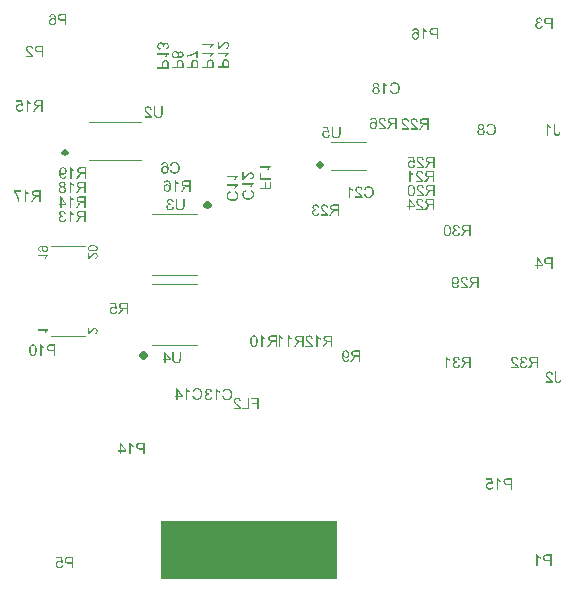
<source format=gbo>
G04*
G04 #@! TF.GenerationSoftware,Altium Limited,Altium Designer,21.6.4 (81)*
G04*
G04 Layer_Color=32896*
%FSLAX44Y44*%
%MOMM*%
G71*
G04*
G04 #@! TF.SameCoordinates,2815C35D-ED33-4C73-AB2E-66417DBC4640*
G04*
G04*
G04 #@! TF.FilePolarity,Positive*
G04*
G01*
G75*
%ADD11C,0.4500*%
%ADD14C,0.1000*%
%ADD73C,0.3000*%
%ADD101R,15.0000X5.0000*%
G36*
X33745Y292433D02*
X33980Y292410D01*
X34203Y292386D01*
X34402Y292363D01*
X34590Y292339D01*
X34766Y292304D01*
X34919Y292269D01*
X35048Y292234D01*
X35165Y292210D01*
X35271Y292175D01*
X35353Y292152D01*
X35412Y292128D01*
X35459Y292105D01*
X35482Y292093D01*
X35494D01*
X35775Y291952D01*
X36022Y291800D01*
X36233Y291623D01*
X36409Y291471D01*
X36538Y291318D01*
X36632Y291201D01*
X36667Y291154D01*
X36691Y291119D01*
X36714Y291107D01*
Y291095D01*
X36855Y290849D01*
X36960Y290603D01*
X37043Y290356D01*
X37090Y290133D01*
X37125Y289934D01*
X37137Y289851D01*
Y289793D01*
X37148Y289734D01*
Y289652D01*
X37137Y289453D01*
X37113Y289265D01*
X37078Y289077D01*
X37031Y288913D01*
X36902Y288596D01*
X36843Y288455D01*
X36773Y288338D01*
X36691Y288220D01*
X36632Y288127D01*
X36562Y288033D01*
X36503Y287962D01*
X36456Y287904D01*
X36421Y287868D01*
X36397Y287845D01*
X36386Y287833D01*
X36245Y287704D01*
X36080Y287598D01*
X35928Y287493D01*
X35764Y287411D01*
X35588Y287340D01*
X35423Y287282D01*
X35118Y287199D01*
X34966Y287164D01*
X34836Y287141D01*
X34707Y287129D01*
X34602Y287117D01*
X34520Y287106D01*
X34461D01*
X34414D01*
X34402D01*
X34179Y287117D01*
X33980Y287141D01*
X33780Y287164D01*
X33593Y287211D01*
X33428Y287270D01*
X33264Y287329D01*
X33123Y287387D01*
X32994Y287458D01*
X32877Y287516D01*
X32771Y287575D01*
X32689Y287634D01*
X32607Y287692D01*
X32548Y287739D01*
X32513Y287763D01*
X32490Y287786D01*
X32478Y287798D01*
X32349Y287927D01*
X32243Y288068D01*
X32137Y288209D01*
X32055Y288361D01*
X31985Y288502D01*
X31926Y288643D01*
X31844Y288913D01*
X31809Y289030D01*
X31786Y289147D01*
X31774Y289241D01*
X31762Y289335D01*
X31750Y289406D01*
Y289499D01*
X31762Y289722D01*
X31797Y289934D01*
X31844Y290121D01*
X31903Y290298D01*
X31950Y290427D01*
X31997Y290532D01*
X32032Y290603D01*
X32044Y290626D01*
X32161Y290814D01*
X32290Y290978D01*
X32419Y291119D01*
X32536Y291236D01*
X32654Y291318D01*
X32736Y291389D01*
X32795Y291436D01*
X32818Y291448D01*
X32724D01*
X32666D01*
X32630D01*
X32619D01*
X32384Y291436D01*
X32161Y291424D01*
X31962Y291401D01*
X31774Y291377D01*
X31621Y291342D01*
X31504Y291318D01*
X31457Y291307D01*
X31422D01*
X31410Y291295D01*
X31398D01*
X31187Y291236D01*
X30999Y291178D01*
X30835Y291119D01*
X30694Y291060D01*
X30589Y291013D01*
X30506Y290966D01*
X30448Y290943D01*
X30436Y290931D01*
X30307Y290837D01*
X30201Y290743D01*
X30107Y290650D01*
X30025Y290556D01*
X29955Y290485D01*
X29908Y290415D01*
X29884Y290368D01*
X29873Y290356D01*
X29802Y290227D01*
X29755Y290086D01*
X29720Y289957D01*
X29697Y289828D01*
X29685Y289722D01*
X29673Y289640D01*
Y289558D01*
X29685Y289370D01*
X29720Y289194D01*
X29767Y289042D01*
X29826Y288913D01*
X29873Y288819D01*
X29920Y288737D01*
X29955Y288690D01*
X29967Y288678D01*
X30096Y288561D01*
X30248Y288467D01*
X30412Y288385D01*
X30577Y288326D01*
X30718Y288279D01*
X30847Y288244D01*
X30894Y288232D01*
X30917D01*
X30941Y288220D01*
X30952D01*
X30870Y287258D01*
X30530Y287329D01*
X30236Y287422D01*
X29978Y287540D01*
X29767Y287657D01*
X29603Y287775D01*
X29532Y287833D01*
X29474Y287880D01*
X29439Y287915D01*
X29403Y287950D01*
X29392Y287962D01*
X29380Y287974D01*
X29286Y288091D01*
X29204Y288220D01*
X29075Y288479D01*
X28981Y288737D01*
X28922Y288983D01*
X28875Y289206D01*
X28863Y289300D01*
Y289382D01*
X28852Y289441D01*
Y289535D01*
X28875Y289863D01*
X28922Y290157D01*
X29004Y290427D01*
X29098Y290650D01*
X29133Y290743D01*
X29180Y290837D01*
X29227Y290908D01*
X29262Y290978D01*
X29286Y291025D01*
X29309Y291060D01*
X29333Y291084D01*
Y291095D01*
X29532Y291330D01*
X29755Y291541D01*
X29990Y291706D01*
X30213Y291847D01*
X30412Y291964D01*
X30506Y292011D01*
X30577Y292046D01*
X30647Y292069D01*
X30694Y292093D01*
X30718Y292105D01*
X30729D01*
X30905Y292163D01*
X31105Y292222D01*
X31504Y292304D01*
X31926Y292363D01*
X32325Y292398D01*
X32501Y292421D01*
X32677Y292433D01*
X32830D01*
X32959Y292445D01*
X33065D01*
X33147D01*
X33205D01*
X33217D01*
X33487D01*
X33745Y292433D01*
D02*
G37*
G36*
X37148Y283902D02*
X36949Y283785D01*
X36761Y283656D01*
X36573Y283503D01*
X36409Y283362D01*
X36268Y283221D01*
X36151Y283116D01*
X36116Y283069D01*
X36080Y283034D01*
X36069Y283022D01*
X36057Y283010D01*
X35858Y282764D01*
X35670Y282517D01*
X35505Y282283D01*
X35376Y282048D01*
X35259Y281848D01*
X35212Y281766D01*
X35177Y281696D01*
X35142Y281637D01*
X35130Y281590D01*
X35106Y281567D01*
Y281555D01*
X34144D01*
X34215Y281731D01*
X34297Y281907D01*
X34379Y282083D01*
X34461Y282247D01*
X34531Y282388D01*
X34590Y282506D01*
X34637Y282576D01*
X34649Y282588D01*
Y282599D01*
X34778Y282811D01*
X34907Y282998D01*
X35024Y283163D01*
X35130Y283292D01*
X35212Y283409D01*
X35282Y283479D01*
X35329Y283538D01*
X35341Y283550D01*
X28993D01*
Y284547D01*
X37148D01*
Y283902D01*
D02*
G37*
G36*
X75428Y292867D02*
X75616D01*
X75804Y292856D01*
X75968Y292832D01*
X76132Y292820D01*
X76273Y292809D01*
X76402Y292785D01*
X76520Y292773D01*
X76625Y292750D01*
X76708Y292738D01*
X76778Y292727D01*
X76837Y292715D01*
X76872Y292703D01*
X76895Y292691D01*
X76907D01*
X77165Y292621D01*
X77400Y292539D01*
X77599Y292445D01*
X77775Y292374D01*
X77928Y292292D01*
X78033Y292245D01*
X78092Y292199D01*
X78116Y292187D01*
X78292Y292058D01*
X78444Y291929D01*
X78573Y291788D01*
X78691Y291659D01*
X78773Y291541D01*
X78832Y291448D01*
X78867Y291389D01*
X78878Y291377D01*
Y291365D01*
X78972Y291178D01*
X79031Y290978D01*
X79078Y290790D01*
X79113Y290614D01*
X79137Y290462D01*
X79148Y290333D01*
Y290227D01*
X79125Y289910D01*
X79078Y289617D01*
X78996Y289370D01*
X78914Y289159D01*
X78820Y288983D01*
X78784Y288913D01*
X78738Y288854D01*
X78714Y288807D01*
X78691Y288772D01*
X78667Y288760D01*
Y288748D01*
X78479Y288537D01*
X78257Y288361D01*
X78033Y288209D01*
X77822Y288091D01*
X77623Y287997D01*
X77541Y287950D01*
X77459Y287927D01*
X77400Y287904D01*
X77353Y287880D01*
X77329Y287868D01*
X77318D01*
X77142Y287821D01*
X76966Y287775D01*
X76578Y287704D01*
X76191Y287645D01*
X75827Y287610D01*
X75651Y287598D01*
X75499Y287587D01*
X75358D01*
X75229Y287575D01*
X75135D01*
X75053D01*
X75006D01*
X74994D01*
X74584Y287587D01*
X74196Y287610D01*
X73844Y287645D01*
X73516Y287704D01*
X73211Y287763D01*
X72941Y287833D01*
X72694Y287904D01*
X72483Y287974D01*
X72295Y288044D01*
X72131Y288127D01*
X71990Y288185D01*
X71884Y288244D01*
X71791Y288302D01*
X71732Y288338D01*
X71697Y288361D01*
X71685Y288373D01*
X71544Y288502D01*
X71415Y288643D01*
X71298Y288795D01*
X71204Y288948D01*
X71122Y289100D01*
X71051Y289253D01*
X71004Y289406D01*
X70957Y289546D01*
X70922Y289687D01*
X70899Y289816D01*
X70875Y289934D01*
X70863Y290028D01*
X70852Y290110D01*
Y290227D01*
X70875Y290544D01*
X70922Y290837D01*
X71004Y291084D01*
X71087Y291295D01*
X71169Y291471D01*
X71216Y291530D01*
X71251Y291588D01*
X71274Y291635D01*
X71298Y291670D01*
X71321Y291682D01*
Y291694D01*
X71521Y291905D01*
X71732Y292081D01*
X71967Y292234D01*
X72178Y292351D01*
X72377Y292445D01*
X72460Y292492D01*
X72542Y292515D01*
X72600Y292539D01*
X72647Y292562D01*
X72671Y292574D01*
X72682D01*
X72859Y292633D01*
X73035Y292680D01*
X73410Y292750D01*
X73797Y292809D01*
X74173Y292844D01*
X74337Y292856D01*
X74490Y292867D01*
X74630D01*
X74759Y292879D01*
X74853D01*
X74935D01*
X74983D01*
X74994D01*
X75217D01*
X75428Y292867D01*
D02*
G37*
G36*
X71955Y282506D02*
X72154Y282646D01*
X72236Y282717D01*
X72319Y282775D01*
X72389Y282834D01*
X72436Y282881D01*
X72471Y282916D01*
X72483Y282928D01*
X72542Y282987D01*
X72600Y283057D01*
X72753Y283221D01*
X72929Y283409D01*
X73105Y283609D01*
X73257Y283796D01*
X73328Y283878D01*
X73398Y283949D01*
X73445Y284008D01*
X73480Y284055D01*
X73504Y284078D01*
X73516Y284090D01*
X73680Y284277D01*
X73832Y284465D01*
X73985Y284630D01*
X74114Y284782D01*
X74243Y284923D01*
X74360Y285040D01*
X74466Y285158D01*
X74560Y285252D01*
X74654Y285345D01*
X74724Y285416D01*
X74783Y285474D01*
X74842Y285533D01*
X74912Y285592D01*
X74935Y285615D01*
X75135Y285780D01*
X75311Y285920D01*
X75487Y286038D01*
X75628Y286132D01*
X75757Y286202D01*
X75851Y286249D01*
X75910Y286272D01*
X75933Y286284D01*
X76109Y286355D01*
X76285Y286402D01*
X76449Y286448D01*
X76590Y286472D01*
X76719Y286484D01*
X76813Y286495D01*
X76872D01*
X76895D01*
X77071Y286484D01*
X77235Y286460D01*
X77400Y286437D01*
X77541Y286390D01*
X77822Y286272D01*
X78045Y286155D01*
X78151Y286085D01*
X78233Y286026D01*
X78315Y285967D01*
X78374Y285909D01*
X78421Y285862D01*
X78468Y285838D01*
X78479Y285815D01*
X78491Y285803D01*
X78608Y285674D01*
X78714Y285533D01*
X78796Y285381D01*
X78867Y285228D01*
X78984Y284923D01*
X79066Y284618D01*
X79090Y284489D01*
X79113Y284360D01*
X79125Y284242D01*
X79137Y284148D01*
X79148Y284066D01*
Y283949D01*
X79137Y283738D01*
X79125Y283538D01*
X79090Y283351D01*
X79054Y283174D01*
X79008Y283010D01*
X78960Y282858D01*
X78902Y282717D01*
X78843Y282588D01*
X78784Y282470D01*
X78726Y282376D01*
X78679Y282294D01*
X78632Y282224D01*
X78597Y282165D01*
X78562Y282130D01*
X78550Y282107D01*
X78538Y282095D01*
X78421Y281978D01*
X78292Y281872D01*
X78151Y281766D01*
X78010Y281684D01*
X77728Y281543D01*
X77447Y281449D01*
X77318Y281414D01*
X77189Y281379D01*
X77083Y281355D01*
X76989Y281332D01*
X76907Y281320D01*
X76848D01*
X76813Y281309D01*
X76801D01*
X76696Y282330D01*
X76966Y282353D01*
X77200Y282400D01*
X77412Y282470D01*
X77576Y282553D01*
X77717Y282623D01*
X77811Y282693D01*
X77869Y282740D01*
X77893Y282764D01*
X78033Y282940D01*
X78139Y283127D01*
X78221Y283327D01*
X78268Y283503D01*
X78303Y283667D01*
X78315Y283808D01*
X78327Y283855D01*
Y283925D01*
X78315Y284172D01*
X78268Y284395D01*
X78198Y284583D01*
X78127Y284747D01*
X78045Y284876D01*
X77987Y284958D01*
X77940Y285017D01*
X77916Y285040D01*
X77752Y285181D01*
X77588Y285287D01*
X77423Y285369D01*
X77259Y285416D01*
X77130Y285451D01*
X77013Y285463D01*
X76942Y285474D01*
X76930D01*
X76919D01*
X76708Y285451D01*
X76484Y285404D01*
X76285Y285322D01*
X76097Y285240D01*
X75945Y285146D01*
X75816Y285064D01*
X75769Y285040D01*
X75733Y285017D01*
X75722Y284993D01*
X75710D01*
X75581Y284900D01*
X75452Y284782D01*
X75311Y284653D01*
X75170Y284512D01*
X74889Y284219D01*
X74607Y283925D01*
X74478Y283773D01*
X74360Y283644D01*
X74255Y283515D01*
X74161Y283409D01*
X74091Y283327D01*
X74032Y283257D01*
X73997Y283210D01*
X73985Y283198D01*
X73739Y282904D01*
X73504Y282635D01*
X73293Y282412D01*
X73117Y282236D01*
X72964Y282083D01*
X72859Y281978D01*
X72788Y281919D01*
X72776Y281895D01*
X72765D01*
X72565Y281731D01*
X72377Y281602D01*
X72190Y281485D01*
X72025Y281391D01*
X71884Y281320D01*
X71779Y281273D01*
X71708Y281250D01*
X71697Y281238D01*
X71685D01*
X71556Y281191D01*
X71438Y281168D01*
X71321Y281144D01*
X71216Y281133D01*
X71122Y281121D01*
X71051D01*
X71004D01*
X70993D01*
Y286507D01*
X71955D01*
Y282506D01*
D02*
G37*
G36*
X71884Y218692D02*
X72084Y218832D01*
X72166Y218903D01*
X72248Y218962D01*
X72319Y219020D01*
X72366Y219067D01*
X72401Y219102D01*
X72413Y219114D01*
X72471Y219173D01*
X72530Y219243D01*
X72682Y219407D01*
X72858Y219595D01*
X73034Y219795D01*
X73187Y219982D01*
X73257Y220065D01*
X73328Y220135D01*
X73375Y220194D01*
X73410Y220241D01*
X73433Y220264D01*
X73445Y220276D01*
X73609Y220464D01*
X73762Y220651D01*
X73915Y220816D01*
X74044Y220968D01*
X74173Y221109D01*
X74290Y221226D01*
X74396Y221344D01*
X74490Y221437D01*
X74583Y221531D01*
X74654Y221602D01*
X74713Y221660D01*
X74771Y221719D01*
X74842Y221778D01*
X74865Y221801D01*
X75065Y221966D01*
X75241Y222106D01*
X75417Y222224D01*
X75557Y222318D01*
X75686Y222388D01*
X75780Y222435D01*
X75839Y222458D01*
X75862Y222470D01*
X76039Y222541D01*
X76215Y222588D01*
X76379Y222635D01*
X76520Y222658D01*
X76649Y222670D01*
X76743Y222681D01*
X76801D01*
X76825D01*
X77001Y222670D01*
X77165Y222646D01*
X77329Y222623D01*
X77470Y222576D01*
X77752Y222458D01*
X77975Y222341D01*
X78080Y222271D01*
X78163Y222212D01*
X78245Y222153D01*
X78303Y222095D01*
X78350Y222048D01*
X78397Y222024D01*
X78409Y222001D01*
X78421Y221989D01*
X78538Y221860D01*
X78644Y221719D01*
X78726Y221567D01*
X78796Y221414D01*
X78914Y221109D01*
X78996Y220804D01*
X79019Y220675D01*
X79043Y220546D01*
X79054Y220428D01*
X79066Y220334D01*
X79078Y220252D01*
Y220135D01*
X79066Y219924D01*
X79054Y219724D01*
X79019Y219536D01*
X78984Y219360D01*
X78937Y219196D01*
X78890Y219044D01*
X78831Y218903D01*
X78773Y218774D01*
X78714Y218656D01*
X78655Y218563D01*
X78608Y218480D01*
X78562Y218410D01*
X78526Y218351D01*
X78491Y218316D01*
X78479Y218293D01*
X78468Y218281D01*
X78350Y218164D01*
X78221Y218058D01*
X78080Y217952D01*
X77940Y217870D01*
X77658Y217729D01*
X77376Y217635D01*
X77247Y217600D01*
X77118Y217565D01*
X77013Y217542D01*
X76919Y217518D01*
X76837Y217506D01*
X76778D01*
X76743Y217495D01*
X76731D01*
X76625Y218515D01*
X76895Y218539D01*
X77130Y218586D01*
X77341Y218656D01*
X77505Y218738D01*
X77646Y218809D01*
X77740Y218879D01*
X77799Y218926D01*
X77822Y218950D01*
X77963Y219126D01*
X78069Y219314D01*
X78151Y219513D01*
X78198Y219689D01*
X78233Y219853D01*
X78245Y219994D01*
X78256Y220041D01*
Y220112D01*
X78245Y220358D01*
X78198Y220581D01*
X78127Y220769D01*
X78057Y220933D01*
X77975Y221062D01*
X77916Y221144D01*
X77869Y221203D01*
X77846Y221226D01*
X77681Y221367D01*
X77517Y221473D01*
X77353Y221555D01*
X77189Y221602D01*
X77059Y221637D01*
X76942Y221649D01*
X76872Y221660D01*
X76860D01*
X76848D01*
X76637Y221637D01*
X76414Y221590D01*
X76215Y221508D01*
X76027Y221426D01*
X75874Y221332D01*
X75745Y221250D01*
X75698Y221226D01*
X75663Y221203D01*
X75651Y221179D01*
X75640D01*
X75511Y221085D01*
X75381Y220968D01*
X75241Y220839D01*
X75100Y220698D01*
X74818Y220405D01*
X74536Y220112D01*
X74407Y219959D01*
X74290Y219830D01*
X74184Y219701D01*
X74091Y219595D01*
X74020Y219513D01*
X73962Y219443D01*
X73926Y219396D01*
X73915Y219384D01*
X73668Y219090D01*
X73433Y218821D01*
X73222Y218598D01*
X73046Y218422D01*
X72894Y218269D01*
X72788Y218164D01*
X72718Y218105D01*
X72706Y218081D01*
X72694D01*
X72495Y217917D01*
X72307Y217788D01*
X72119Y217671D01*
X71955Y217577D01*
X71814Y217506D01*
X71708Y217459D01*
X71638Y217436D01*
X71626Y217424D01*
X71614D01*
X71486Y217377D01*
X71368Y217354D01*
X71251Y217330D01*
X71145Y217319D01*
X71051Y217307D01*
X70981D01*
X70934D01*
X70922D01*
Y222693D01*
X71884D01*
Y218692D01*
D02*
G37*
G36*
X37078Y220851D02*
X36878Y220733D01*
X36691Y220604D01*
X36503Y220452D01*
X36339Y220311D01*
X36198Y220170D01*
X36080Y220065D01*
X36045Y220018D01*
X36010Y219982D01*
X35998Y219971D01*
X35986Y219959D01*
X35787Y219713D01*
X35599Y219466D01*
X35435Y219231D01*
X35306Y218997D01*
X35189Y218797D01*
X35142Y218715D01*
X35106Y218645D01*
X35071Y218586D01*
X35059Y218539D01*
X35036Y218515D01*
Y218504D01*
X34074D01*
X34144Y218680D01*
X34226Y218856D01*
X34308Y219032D01*
X34391Y219196D01*
X34461Y219337D01*
X34520Y219454D01*
X34567Y219525D01*
X34578Y219536D01*
Y219548D01*
X34707Y219759D01*
X34836Y219947D01*
X34954Y220112D01*
X35059Y220241D01*
X35142Y220358D01*
X35212Y220428D01*
X35259Y220487D01*
X35271Y220499D01*
X28922D01*
Y221496D01*
X37078D01*
Y220851D01*
D02*
G37*
G36*
X106925Y125238D02*
X107077Y125016D01*
X107258Y124794D01*
X107424Y124600D01*
X107590Y124434D01*
X107715Y124295D01*
X107771Y124253D01*
X107812Y124212D01*
X107826Y124198D01*
X107840Y124184D01*
X108131Y123948D01*
X108422Y123726D01*
X108700Y123532D01*
X108977Y123380D01*
X109213Y123241D01*
X109310Y123186D01*
X109393Y123144D01*
X109463Y123102D01*
X109518Y123089D01*
X109546Y123061D01*
X109560D01*
Y121924D01*
X109352Y122007D01*
X109144Y122104D01*
X108936Y122201D01*
X108742Y122298D01*
X108575Y122381D01*
X108436Y122451D01*
X108353Y122506D01*
X108339Y122520D01*
X108325D01*
X108076Y122672D01*
X107854Y122825D01*
X107660Y122964D01*
X107507Y123089D01*
X107368Y123186D01*
X107285Y123269D01*
X107216Y123324D01*
X107202Y123338D01*
Y115835D01*
X106023D01*
Y125474D01*
X106786D01*
X106925Y125238D01*
D02*
G37*
G36*
X118921Y115835D02*
X117645D01*
Y119732D01*
X115190D01*
X114830Y119746D01*
X114483Y119774D01*
X114178Y119816D01*
X113900Y119871D01*
X113637Y119927D01*
X113415Y119996D01*
X113207Y120079D01*
X113027Y120162D01*
X112874Y120232D01*
X112736Y120315D01*
X112625Y120384D01*
X112541Y120454D01*
X112472Y120495D01*
X112430Y120537D01*
X112403Y120564D01*
X112389Y120578D01*
X112250Y120745D01*
X112125Y120911D01*
X112028Y121077D01*
X111931Y121258D01*
X111848Y121438D01*
X111792Y121604D01*
X111695Y121924D01*
X111668Y122076D01*
X111640Y122215D01*
X111626Y122340D01*
X111612Y122437D01*
X111598Y122534D01*
Y122589D01*
Y122631D01*
Y122645D01*
X111612Y122908D01*
X111640Y123158D01*
X111695Y123380D01*
X111737Y123574D01*
X111792Y123740D01*
X111848Y123865D01*
X111876Y123934D01*
X111890Y123962D01*
X112001Y124170D01*
X112139Y124351D01*
X112264Y124517D01*
X112389Y124642D01*
X112500Y124739D01*
X112583Y124822D01*
X112639Y124864D01*
X112666Y124878D01*
X112846Y124988D01*
X113055Y125085D01*
X113249Y125169D01*
X113429Y125238D01*
X113595Y125280D01*
X113720Y125307D01*
X113817Y125335D01*
X113845D01*
X114053Y125363D01*
X114289Y125391D01*
X114538Y125405D01*
X114774Y125418D01*
X114982Y125432D01*
X118921D01*
Y115835D01*
D02*
G37*
G36*
X103402Y119219D02*
Y118137D01*
X99228D01*
Y115835D01*
X98049D01*
Y118137D01*
X96745D01*
Y119219D01*
X98049D01*
Y125432D01*
X99006D01*
X103402Y119219D01*
D02*
G37*
G36*
X132926Y464595D02*
X133231Y464539D01*
X133495Y464456D01*
X133716Y464373D01*
X133897Y464290D01*
X134035Y464206D01*
X134119Y464151D01*
X134146Y464137D01*
X134354Y463943D01*
X134535Y463735D01*
X134673Y463513D01*
X134784Y463291D01*
X134867Y463097D01*
X134923Y462944D01*
X134937Y462889D01*
X134951Y462847D01*
X134965Y462820D01*
Y462806D01*
X135089Y463041D01*
X135214Y463236D01*
X135353Y463402D01*
X135478Y463541D01*
X135589Y463652D01*
X135686Y463735D01*
X135741Y463776D01*
X135769Y463790D01*
X135963Y463901D01*
X136157Y463984D01*
X136351Y464054D01*
X136532Y464095D01*
X136684Y464123D01*
X136795Y464137D01*
X136878D01*
X136906D01*
X137142Y464123D01*
X137378Y464081D01*
X137586Y464026D01*
X137766Y463957D01*
X137919Y463887D01*
X138043Y463832D01*
X138113Y463790D01*
X138140Y463776D01*
X138349Y463638D01*
X138529Y463471D01*
X138681Y463305D01*
X138820Y463139D01*
X138917Y463000D01*
X139000Y462875D01*
X139042Y462792D01*
X139056Y462778D01*
Y462764D01*
X139167Y462514D01*
X139250Y462265D01*
X139319Y462015D01*
X139361Y461793D01*
X139389Y461613D01*
X139403Y461460D01*
Y461114D01*
X139375Y460920D01*
X139305Y460545D01*
X139194Y460226D01*
X139083Y459949D01*
X139014Y459824D01*
X138959Y459727D01*
X138903Y459630D01*
X138848Y459560D01*
X138806Y459505D01*
X138778Y459463D01*
X138764Y459436D01*
X138751Y459422D01*
X138487Y459158D01*
X138196Y458950D01*
X137891Y458784D01*
X137586Y458645D01*
X137322Y458562D01*
X137211Y458520D01*
X137114Y458493D01*
X137031Y458479D01*
X136975Y458465D01*
X136934Y458451D01*
X136920D01*
X136712Y459630D01*
X137017Y459685D01*
X137281Y459768D01*
X137502Y459866D01*
X137683Y459963D01*
X137822Y460060D01*
X137919Y460143D01*
X137988Y460198D01*
X138002Y460212D01*
X138140Y460393D01*
X138251Y460587D01*
X138321Y460767D01*
X138376Y460947D01*
X138404Y461114D01*
X138432Y461239D01*
Y461349D01*
X138418Y461599D01*
X138362Y461821D01*
X138293Y462015D01*
X138224Y462182D01*
X138140Y462306D01*
X138071Y462403D01*
X138016Y462473D01*
X138002Y462487D01*
X137835Y462639D01*
X137655Y462750D01*
X137475Y462820D01*
X137308Y462875D01*
X137156Y462903D01*
X137045Y462930D01*
X136962D01*
X136948D01*
X136934D01*
X136781D01*
X136643Y462903D01*
X136407Y462833D01*
X136199Y462736D01*
X136019Y462625D01*
X135894Y462514D01*
X135797Y462417D01*
X135741Y462348D01*
X135727Y462334D01*
Y462320D01*
X135603Y462085D01*
X135506Y461863D01*
X135436Y461627D01*
X135394Y461419D01*
X135367Y461239D01*
X135339Y461086D01*
Y460906D01*
X135353Y460850D01*
Y460781D01*
X134313Y460642D01*
X134354Y460822D01*
X134382Y460989D01*
X134410Y461128D01*
X134424Y461252D01*
X134438Y461349D01*
Y461474D01*
X134410Y461766D01*
X134354Y462029D01*
X134271Y462265D01*
X134174Y462459D01*
X134077Y462612D01*
X133994Y462722D01*
X133938Y462792D01*
X133911Y462820D01*
X133703Y463000D01*
X133481Y463139D01*
X133259Y463236D01*
X133037Y463291D01*
X132857Y463333D01*
X132704Y463346D01*
X132649Y463360D01*
X132607D01*
X132579D01*
X132565D01*
X132260Y463333D01*
X131983Y463263D01*
X131747Y463180D01*
X131539Y463069D01*
X131373Y462958D01*
X131248Y462875D01*
X131165Y462806D01*
X131137Y462778D01*
X130943Y462556D01*
X130804Y462320D01*
X130707Y462085D01*
X130638Y461863D01*
X130596Y461668D01*
X130582Y461516D01*
X130568Y461460D01*
Y461377D01*
X130582Y461128D01*
X130638Y460892D01*
X130707Y460684D01*
X130790Y460517D01*
X130860Y460379D01*
X130929Y460268D01*
X130984Y460212D01*
X130998Y460185D01*
X131192Y460018D01*
X131414Y459879D01*
X131650Y459755D01*
X131900Y459658D01*
X132108Y459588D01*
X132205Y459560D01*
X132288Y459547D01*
X132357Y459533D01*
X132413Y459519D01*
X132441Y459505D01*
X132454D01*
X132302Y458326D01*
X132080Y458354D01*
X131872Y458396D01*
X131484Y458520D01*
X131151Y458673D01*
X131012Y458756D01*
X130873Y458839D01*
X130749Y458923D01*
X130652Y459006D01*
X130555Y459075D01*
X130485Y459144D01*
X130430Y459186D01*
X130388Y459228D01*
X130360Y459255D01*
X130346Y459269D01*
X130222Y459436D01*
X130097Y459602D01*
X130000Y459768D01*
X129916Y459949D01*
X129778Y460295D01*
X129695Y460628D01*
X129667Y460781D01*
X129639Y460920D01*
X129625Y461044D01*
X129611Y461155D01*
X129598Y461239D01*
Y461363D01*
X129611Y461627D01*
X129639Y461863D01*
X129681Y462098D01*
X129736Y462320D01*
X129806Y462528D01*
X129875Y462709D01*
X129958Y462889D01*
X130041Y463041D01*
X130111Y463194D01*
X130194Y463319D01*
X130263Y463430D01*
X130333Y463513D01*
X130388Y463582D01*
X130430Y463638D01*
X130457Y463666D01*
X130471Y463679D01*
X130638Y463846D01*
X130818Y463984D01*
X130998Y464109D01*
X131179Y464220D01*
X131345Y464303D01*
X131525Y464387D01*
X131858Y464498D01*
X132011Y464525D01*
X132149Y464553D01*
X132274Y464581D01*
X132385Y464595D01*
X132468Y464608D01*
X132538D01*
X132579D01*
X132593D01*
X132926Y464595D01*
D02*
G37*
G36*
X139403Y454526D02*
X139167Y454388D01*
X138945Y454235D01*
X138723Y454055D01*
X138529Y453888D01*
X138362Y453722D01*
X138224Y453597D01*
X138182Y453542D01*
X138140Y453500D01*
X138127Y453486D01*
X138113Y453472D01*
X137877Y453181D01*
X137655Y452890D01*
X137461Y452612D01*
X137308Y452335D01*
X137170Y452099D01*
X137114Y452002D01*
X137073Y451919D01*
X137031Y451850D01*
X137017Y451794D01*
X136989Y451766D01*
Y451753D01*
X135852D01*
X135935Y451961D01*
X136032Y452169D01*
X136130Y452377D01*
X136227Y452571D01*
X136310Y452737D01*
X136379Y452876D01*
X136435Y452959D01*
X136448Y452973D01*
Y452987D01*
X136601Y453237D01*
X136754Y453458D01*
X136892Y453652D01*
X137017Y453805D01*
X137114Y453944D01*
X137197Y454027D01*
X137253Y454096D01*
X137267Y454110D01*
X129764D01*
Y455289D01*
X139403D01*
Y454526D01*
D02*
G37*
G36*
X136837Y449700D02*
X137086Y449672D01*
X137308Y449617D01*
X137502Y449575D01*
X137669Y449520D01*
X137794Y449464D01*
X137863Y449436D01*
X137891Y449423D01*
X138099Y449312D01*
X138279Y449173D01*
X138446Y449048D01*
X138570Y448923D01*
X138667Y448812D01*
X138751Y448729D01*
X138792Y448674D01*
X138806Y448646D01*
X138917Y448466D01*
X139014Y448258D01*
X139097Y448064D01*
X139167Y447883D01*
X139208Y447717D01*
X139236Y447592D01*
X139264Y447495D01*
Y447467D01*
X139291Y447259D01*
X139319Y447023D01*
X139333Y446774D01*
X139347Y446538D01*
X139361Y446330D01*
Y442391D01*
X129764D01*
Y443667D01*
X133661D01*
Y446122D01*
X133675Y446483D01*
X133703Y446829D01*
X133744Y447134D01*
X133800Y447412D01*
X133855Y447675D01*
X133925Y447897D01*
X134008Y448105D01*
X134091Y448285D01*
X134160Y448438D01*
X134243Y448577D01*
X134313Y448688D01*
X134382Y448771D01*
X134424Y448840D01*
X134465Y448882D01*
X134493Y448909D01*
X134507Y448923D01*
X134673Y449062D01*
X134840Y449187D01*
X135006Y449284D01*
X135187Y449381D01*
X135367Y449464D01*
X135533Y449520D01*
X135852Y449617D01*
X136005Y449645D01*
X136143Y449672D01*
X136268Y449686D01*
X136365Y449700D01*
X136462Y449714D01*
X136518D01*
X136559D01*
X136573D01*
X136837Y449700D01*
D02*
G37*
G36*
X355362Y476417D02*
X355515Y476195D01*
X355695Y475973D01*
X355862Y475779D01*
X356028Y475612D01*
X356153Y475474D01*
X356208Y475432D01*
X356250Y475391D01*
X356264Y475377D01*
X356278Y475363D01*
X356569Y475127D01*
X356860Y474905D01*
X357138Y474711D01*
X357415Y474558D01*
X357651Y474420D01*
X357748Y474364D01*
X357831Y474323D01*
X357900Y474281D01*
X357956Y474267D01*
X357984Y474239D01*
X357997D01*
Y473102D01*
X357789Y473185D01*
X357581Y473283D01*
X357373Y473380D01*
X357179Y473477D01*
X357013Y473560D01*
X356874Y473629D01*
X356791Y473685D01*
X356777Y473699D01*
X356763D01*
X356513Y473851D01*
X356292Y474004D01*
X356097Y474142D01*
X355945Y474267D01*
X355806Y474364D01*
X355723Y474447D01*
X355654Y474503D01*
X355640Y474517D01*
Y467014D01*
X354461D01*
Y476652D01*
X355224D01*
X355362Y476417D01*
D02*
G37*
G36*
X348317Y476639D02*
X348581Y476611D01*
X348830Y476555D01*
X349066Y476486D01*
X349274Y476389D01*
X349482Y476306D01*
X349663Y476195D01*
X349829Y476098D01*
X349968Y476001D01*
X350106Y475890D01*
X350217Y475807D01*
X350300Y475723D01*
X350370Y475640D01*
X350425Y475585D01*
X350453Y475557D01*
X350467Y475543D01*
X350647Y475293D01*
X350800Y475002D01*
X350938Y474697D01*
X351063Y474378D01*
X351160Y474045D01*
X351244Y473712D01*
X351313Y473366D01*
X351368Y473047D01*
X351410Y472728D01*
X351438Y472436D01*
X351465Y472173D01*
X351479Y471951D01*
Y471757D01*
X351493Y471618D01*
Y471563D01*
Y471521D01*
Y471507D01*
Y471493D01*
X351479Y471050D01*
X351451Y470634D01*
X351410Y470245D01*
X351341Y469885D01*
X351271Y469566D01*
X351202Y469274D01*
X351119Y469011D01*
X351022Y468775D01*
X350938Y468581D01*
X350855Y468401D01*
X350786Y468262D01*
X350703Y468137D01*
X350647Y468040D01*
X350606Y467985D01*
X350578Y467943D01*
X350564Y467929D01*
X350384Y467735D01*
X350190Y467569D01*
X349995Y467430D01*
X349801Y467305D01*
X349593Y467194D01*
X349399Y467111D01*
X349205Y467042D01*
X349011Y466986D01*
X348844Y466945D01*
X348678Y466903D01*
X348539Y466875D01*
X348414Y466861D01*
X348303D01*
X348234Y466847D01*
X348165D01*
X347846Y466861D01*
X347555Y466917D01*
X347291Y466972D01*
X347055Y467056D01*
X346875Y467125D01*
X346736Y467194D01*
X346681Y467208D01*
X346639Y467236D01*
X346625Y467250D01*
X346612D01*
X346376Y467416D01*
X346154Y467610D01*
X345974Y467804D01*
X345821Y467999D01*
X345696Y468179D01*
X345613Y468318D01*
X345585Y468373D01*
X345558Y468415D01*
X345544Y468428D01*
Y468442D01*
X345405Y468734D01*
X345308Y469039D01*
X345238Y469316D01*
X345197Y469580D01*
X345155Y469801D01*
Y469885D01*
X345141Y469968D01*
Y470037D01*
Y470079D01*
Y470107D01*
Y470121D01*
X345155Y470370D01*
X345183Y470606D01*
X345225Y470842D01*
X345266Y471050D01*
X345336Y471244D01*
X345405Y471438D01*
X345474Y471604D01*
X345558Y471757D01*
X345641Y471896D01*
X345710Y472020D01*
X345779Y472118D01*
X345849Y472215D01*
X345890Y472284D01*
X345932Y472326D01*
X345960Y472353D01*
X345974Y472367D01*
X346126Y472520D01*
X346292Y472658D01*
X346473Y472769D01*
X346639Y472866D01*
X346806Y472963D01*
X346972Y473033D01*
X347291Y473130D01*
X347430Y473172D01*
X347568Y473199D01*
X347679Y473213D01*
X347790Y473227D01*
X347873Y473241D01*
X347984D01*
X348234Y473227D01*
X348470Y473185D01*
X348692Y473144D01*
X348886Y473088D01*
X349052Y473019D01*
X349177Y472977D01*
X349260Y472936D01*
X349274Y472922D01*
X349288D01*
X349510Y472783D01*
X349704Y472631D01*
X349884Y472478D01*
X350023Y472312D01*
X350148Y472173D01*
X350245Y472062D01*
X350300Y471979D01*
X350314Y471965D01*
Y472215D01*
X350300Y472464D01*
X350287Y472686D01*
X350259Y472908D01*
X350245Y473102D01*
X350217Y473283D01*
X350190Y473449D01*
X350148Y473601D01*
X350120Y473740D01*
X350092Y473851D01*
X350065Y473948D01*
X350051Y474031D01*
X350023Y474087D01*
X350009Y474128D01*
X349995Y474156D01*
Y474170D01*
X349857Y474447D01*
X349718Y474697D01*
X349565Y474891D01*
X349427Y475058D01*
X349302Y475196D01*
X349205Y475293D01*
X349136Y475349D01*
X349108Y475363D01*
X348941Y475474D01*
X348775Y475543D01*
X348609Y475598D01*
X348442Y475640D01*
X348317Y475668D01*
X348206Y475682D01*
X348109D01*
X347860Y475654D01*
X347624Y475598D01*
X347430Y475515D01*
X347249Y475432D01*
X347111Y475335D01*
X347014Y475252D01*
X346958Y475196D01*
X346930Y475169D01*
X346833Y475044D01*
X346736Y474891D01*
X346653Y474725D01*
X346598Y474558D01*
X346542Y474406D01*
X346501Y474281D01*
X346487Y474198D01*
X346473Y474184D01*
Y474170D01*
X345294Y474267D01*
X345377Y474655D01*
X345502Y475002D01*
X345641Y475307D01*
X345793Y475557D01*
X345946Y475751D01*
X346001Y475834D01*
X346071Y475904D01*
X346112Y475945D01*
X346154Y475987D01*
X346168Y476001D01*
X346182Y476015D01*
X346320Y476125D01*
X346473Y476223D01*
X346778Y476389D01*
X347083Y476500D01*
X347374Y476569D01*
X347638Y476625D01*
X347749Y476639D01*
X347846D01*
X347929Y476652D01*
X348040D01*
X348317Y476639D01*
D02*
G37*
G36*
X367359Y467014D02*
X366083D01*
Y470911D01*
X363628D01*
X363267Y470925D01*
X362921Y470953D01*
X362616Y470994D01*
X362338Y471050D01*
X362075Y471105D01*
X361853Y471175D01*
X361645Y471258D01*
X361465Y471341D01*
X361312Y471410D01*
X361173Y471493D01*
X361062Y471563D01*
X360979Y471632D01*
X360910Y471674D01*
X360868Y471715D01*
X360840Y471743D01*
X360827Y471757D01*
X360688Y471923D01*
X360563Y472090D01*
X360466Y472256D01*
X360369Y472436D01*
X360286Y472617D01*
X360230Y472783D01*
X360133Y473102D01*
X360105Y473255D01*
X360078Y473393D01*
X360064Y473518D01*
X360050Y473615D01*
X360036Y473712D01*
Y473768D01*
Y473810D01*
Y473823D01*
X360050Y474087D01*
X360078Y474337D01*
X360133Y474558D01*
X360175Y474753D01*
X360230Y474919D01*
X360286Y475044D01*
X360313Y475113D01*
X360327Y475141D01*
X360438Y475349D01*
X360577Y475529D01*
X360702Y475696D01*
X360827Y475820D01*
X360938Y475918D01*
X361021Y476001D01*
X361076Y476042D01*
X361104Y476056D01*
X361284Y476167D01*
X361492Y476264D01*
X361686Y476347D01*
X361867Y476417D01*
X362033Y476458D01*
X362158Y476486D01*
X362255Y476514D01*
X362283D01*
X362491Y476541D01*
X362727Y476569D01*
X362976Y476583D01*
X363212Y476597D01*
X363420Y476611D01*
X367359D01*
Y467014D01*
D02*
G37*
G36*
X417980Y95321D02*
X418133Y95099D01*
X418313Y94878D01*
X418479Y94683D01*
X418646Y94517D01*
X418771Y94378D01*
X418826Y94337D01*
X418868Y94295D01*
X418882Y94281D01*
X418896Y94267D01*
X419187Y94031D01*
X419478Y93810D01*
X419755Y93615D01*
X420033Y93463D01*
X420269Y93324D01*
X420366Y93269D01*
X420449Y93227D01*
X420518Y93186D01*
X420574Y93172D01*
X420601Y93144D01*
X420615D01*
Y92007D01*
X420407Y92090D01*
X420199Y92187D01*
X419991Y92284D01*
X419797Y92381D01*
X419631Y92464D01*
X419492Y92534D01*
X419409Y92589D01*
X419395Y92603D01*
X419381D01*
X419131Y92756D01*
X418909Y92908D01*
X418715Y93047D01*
X418563Y93172D01*
X418424Y93269D01*
X418341Y93352D01*
X418271Y93407D01*
X418258Y93421D01*
Y85919D01*
X417079D01*
Y95557D01*
X417842D01*
X417980Y95321D01*
D02*
G37*
G36*
X413848Y90453D02*
X412738Y90301D01*
X412641Y90453D01*
X412516Y90578D01*
X412405Y90703D01*
X412294Y90800D01*
X412183Y90870D01*
X412100Y90939D01*
X412045Y90967D01*
X412031Y90980D01*
X411850Y91064D01*
X411670Y91133D01*
X411504Y91175D01*
X411337Y91216D01*
X411199Y91230D01*
X411088Y91244D01*
X410824D01*
X410658Y91216D01*
X410367Y91147D01*
X410117Y91050D01*
X409895Y90953D01*
X409729Y90842D01*
X409604Y90745D01*
X409534Y90675D01*
X409507Y90661D01*
Y90648D01*
X409313Y90412D01*
X409174Y90162D01*
X409077Y89899D01*
X409007Y89635D01*
X408966Y89413D01*
X408952Y89316D01*
Y89233D01*
X408938Y89164D01*
Y89108D01*
Y89080D01*
Y89067D01*
Y88872D01*
X408966Y88692D01*
X409035Y88345D01*
X409132Y88054D01*
X409229Y87818D01*
X409340Y87624D01*
X409437Y87472D01*
X409479Y87430D01*
X409507Y87388D01*
X409520Y87375D01*
X409534Y87361D01*
X409645Y87250D01*
X409756Y87153D01*
X410006Y86986D01*
X410242Y86875D01*
X410477Y86806D01*
X410672Y86751D01*
X410838Y86737D01*
X410894Y86723D01*
X410977D01*
X411240Y86737D01*
X411476Y86792D01*
X411684Y86861D01*
X411850Y86945D01*
X412003Y87028D01*
X412114Y87097D01*
X412169Y87153D01*
X412197Y87167D01*
X412364Y87361D01*
X412502Y87569D01*
X412613Y87805D01*
X412696Y88013D01*
X412752Y88221D01*
X412794Y88373D01*
X412807Y88442D01*
X412821Y88484D01*
Y88512D01*
Y88526D01*
X414055Y88429D01*
X414028Y88207D01*
X413986Y87999D01*
X413861Y87610D01*
X413709Y87278D01*
X413626Y87125D01*
X413542Y87000D01*
X413473Y86875D01*
X413390Y86764D01*
X413321Y86681D01*
X413251Y86612D01*
X413196Y86556D01*
X413168Y86501D01*
X413140Y86487D01*
X413126Y86473D01*
X412960Y86348D01*
X412794Y86237D01*
X412613Y86140D01*
X412433Y86057D01*
X412086Y85932D01*
X411740Y85849D01*
X411587Y85808D01*
X411434Y85794D01*
X411310Y85780D01*
X411199Y85766D01*
X411101Y85752D01*
X410977D01*
X410686Y85766D01*
X410408Y85808D01*
X410145Y85863D01*
X409909Y85932D01*
X409687Y86029D01*
X409479Y86126D01*
X409285Y86224D01*
X409118Y86334D01*
X408966Y86446D01*
X408827Y86543D01*
X408716Y86653D01*
X408619Y86737D01*
X408550Y86806D01*
X408494Y86861D01*
X408466Y86903D01*
X408453Y86917D01*
X408314Y87097D01*
X408203Y87291D01*
X408092Y87472D01*
X408009Y87666D01*
X407870Y88040D01*
X407787Y88401D01*
X407759Y88553D01*
X407732Y88706D01*
X407718Y88831D01*
X407704Y88942D01*
X407690Y89039D01*
Y89108D01*
Y89150D01*
Y89164D01*
X407704Y89413D01*
X407732Y89649D01*
X407773Y89885D01*
X407829Y90093D01*
X407898Y90287D01*
X407967Y90481D01*
X408050Y90648D01*
X408120Y90800D01*
X408203Y90939D01*
X408286Y91064D01*
X408356Y91161D01*
X408425Y91258D01*
X408480Y91327D01*
X408522Y91369D01*
X408550Y91397D01*
X408564Y91410D01*
X408730Y91563D01*
X408896Y91702D01*
X409077Y91812D01*
X409257Y91910D01*
X409437Y92007D01*
X409618Y92076D01*
X409950Y92173D01*
X410103Y92215D01*
X410242Y92242D01*
X410367Y92256D01*
X410477Y92270D01*
X410561Y92284D01*
X410866D01*
X411032Y92256D01*
X411365Y92187D01*
X411670Y92090D01*
X411948Y91979D01*
X412169Y91868D01*
X412267Y91812D01*
X412350Y91771D01*
X412419Y91729D01*
X412461Y91702D01*
X412488Y91688D01*
X412502Y91674D01*
X411989Y94267D01*
X408148D01*
Y95391D01*
X412918D01*
X413848Y90453D01*
D02*
G37*
G36*
X429976Y85919D02*
X428700D01*
Y89816D01*
X426246D01*
X425885Y89829D01*
X425538Y89857D01*
X425233Y89899D01*
X424956Y89954D01*
X424693Y90010D01*
X424471Y90079D01*
X424263Y90162D01*
X424082Y90245D01*
X423930Y90315D01*
X423791Y90398D01*
X423680Y90467D01*
X423597Y90537D01*
X423528Y90578D01*
X423486Y90620D01*
X423458Y90648D01*
X423444Y90661D01*
X423306Y90828D01*
X423181Y90994D01*
X423084Y91161D01*
X422987Y91341D01*
X422904Y91521D01*
X422848Y91688D01*
X422751Y92007D01*
X422723Y92159D01*
X422696Y92298D01*
X422682Y92423D01*
X422668Y92520D01*
X422654Y92617D01*
Y92672D01*
Y92714D01*
Y92728D01*
X422668Y92991D01*
X422696Y93241D01*
X422751Y93463D01*
X422793Y93657D01*
X422848Y93823D01*
X422904Y93948D01*
X422931Y94018D01*
X422945Y94045D01*
X423056Y94253D01*
X423195Y94434D01*
X423320Y94600D01*
X423444Y94725D01*
X423555Y94822D01*
X423639Y94905D01*
X423694Y94947D01*
X423722Y94961D01*
X423902Y95072D01*
X424110Y95169D01*
X424304Y95252D01*
X424484Y95321D01*
X424651Y95363D01*
X424776Y95391D01*
X424873Y95418D01*
X424901D01*
X425109Y95446D01*
X425344Y95474D01*
X425594Y95488D01*
X425830Y95501D01*
X426038Y95515D01*
X429976D01*
Y85919D01*
D02*
G37*
G36*
X181818Y460331D02*
X182054Y460497D01*
X182151Y460580D01*
X182248Y460650D01*
X182331Y460719D01*
X182387Y460775D01*
X182428Y460816D01*
X182442Y460830D01*
X182511Y460900D01*
X182581Y460983D01*
X182761Y461177D01*
X182969Y461399D01*
X183177Y461634D01*
X183357Y461856D01*
X183441Y461954D01*
X183524Y462037D01*
X183579Y462106D01*
X183621Y462161D01*
X183649Y462189D01*
X183662Y462203D01*
X183857Y462425D01*
X184037Y462647D01*
X184217Y462841D01*
X184370Y463021D01*
X184522Y463188D01*
X184661Y463326D01*
X184786Y463465D01*
X184897Y463576D01*
X185008Y463687D01*
X185091Y463770D01*
X185160Y463840D01*
X185230Y463909D01*
X185313Y463978D01*
X185340Y464006D01*
X185576Y464200D01*
X185784Y464367D01*
X185992Y464505D01*
X186159Y464616D01*
X186311Y464699D01*
X186422Y464755D01*
X186492Y464783D01*
X186519Y464796D01*
X186727Y464880D01*
X186935Y464935D01*
X187129Y464991D01*
X187296Y465018D01*
X187449Y465032D01*
X187560Y465046D01*
X187629D01*
X187656D01*
X187865Y465032D01*
X188059Y465005D01*
X188253Y464977D01*
X188419Y464921D01*
X188752Y464783D01*
X189016Y464644D01*
X189140Y464561D01*
X189237Y464491D01*
X189335Y464422D01*
X189404Y464353D01*
X189459Y464297D01*
X189515Y464269D01*
X189529Y464242D01*
X189543Y464228D01*
X189681Y464075D01*
X189806Y463909D01*
X189903Y463729D01*
X189986Y463548D01*
X190125Y463188D01*
X190222Y462827D01*
X190250Y462675D01*
X190278Y462522D01*
X190292Y462383D01*
X190305Y462272D01*
X190319Y462175D01*
Y462037D01*
X190305Y461787D01*
X190292Y461551D01*
X190250Y461329D01*
X190208Y461121D01*
X190153Y460927D01*
X190097Y460747D01*
X190028Y460580D01*
X189959Y460428D01*
X189889Y460289D01*
X189820Y460178D01*
X189764Y460081D01*
X189709Y459998D01*
X189667Y459929D01*
X189626Y459887D01*
X189612Y459859D01*
X189598Y459846D01*
X189459Y459707D01*
X189307Y459582D01*
X189140Y459457D01*
X188974Y459360D01*
X188641Y459194D01*
X188308Y459083D01*
X188156Y459041D01*
X188003Y458999D01*
X187878Y458972D01*
X187768Y458944D01*
X187670Y458930D01*
X187601D01*
X187560Y458916D01*
X187546D01*
X187421Y460123D01*
X187740Y460151D01*
X188017Y460206D01*
X188267Y460289D01*
X188461Y460386D01*
X188627Y460470D01*
X188738Y460553D01*
X188808Y460608D01*
X188835Y460636D01*
X189002Y460844D01*
X189127Y461066D01*
X189224Y461302D01*
X189279Y461510D01*
X189321Y461704D01*
X189335Y461870D01*
X189349Y461926D01*
Y462009D01*
X189335Y462300D01*
X189279Y462564D01*
X189196Y462786D01*
X189113Y462980D01*
X189016Y463132D01*
X188946Y463229D01*
X188891Y463299D01*
X188863Y463326D01*
X188669Y463493D01*
X188475Y463618D01*
X188281Y463715D01*
X188086Y463770D01*
X187934Y463812D01*
X187795Y463826D01*
X187712Y463840D01*
X187698D01*
X187684D01*
X187435Y463812D01*
X187171Y463756D01*
X186935Y463659D01*
X186714Y463562D01*
X186533Y463451D01*
X186381Y463354D01*
X186325Y463326D01*
X186284Y463299D01*
X186270Y463271D01*
X186256D01*
X186103Y463160D01*
X185951Y463021D01*
X185784Y462869D01*
X185618Y462702D01*
X185285Y462356D01*
X184952Y462009D01*
X184800Y461829D01*
X184661Y461676D01*
X184536Y461524D01*
X184425Y461399D01*
X184342Y461302D01*
X184273Y461218D01*
X184231Y461163D01*
X184217Y461149D01*
X183926Y460802D01*
X183649Y460483D01*
X183399Y460220D01*
X183191Y460012D01*
X183011Y459832D01*
X182886Y459707D01*
X182803Y459637D01*
X182789Y459610D01*
X182775D01*
X182539Y459416D01*
X182317Y459263D01*
X182095Y459124D01*
X181901Y459013D01*
X181735Y458930D01*
X181610Y458875D01*
X181527Y458847D01*
X181513Y458833D01*
X181499D01*
X181346Y458778D01*
X181208Y458750D01*
X181069Y458722D01*
X180944Y458708D01*
X180833Y458694D01*
X180750D01*
X180695D01*
X180681D01*
Y465060D01*
X181818D01*
Y460331D01*
D02*
G37*
G36*
X190319Y455075D02*
X190084Y454936D01*
X189862Y454784D01*
X189640Y454603D01*
X189446Y454437D01*
X189279Y454270D01*
X189140Y454146D01*
X189099Y454090D01*
X189057Y454049D01*
X189043Y454035D01*
X189030Y454021D01*
X188794Y453730D01*
X188572Y453438D01*
X188378Y453161D01*
X188225Y452883D01*
X188086Y452648D01*
X188031Y452551D01*
X187989Y452467D01*
X187948Y452398D01*
X187934Y452343D01*
X187906Y452315D01*
Y452301D01*
X186769D01*
X186852Y452509D01*
X186949Y452717D01*
X187046Y452925D01*
X187143Y453119D01*
X187227Y453286D01*
X187296Y453424D01*
X187351Y453508D01*
X187365Y453521D01*
Y453535D01*
X187518Y453785D01*
X187670Y454007D01*
X187809Y454201D01*
X187934Y454354D01*
X188031Y454492D01*
X188114Y454576D01*
X188170Y454645D01*
X188183Y454659D01*
X180681D01*
Y455838D01*
X190319D01*
Y455075D01*
D02*
G37*
G36*
X187754Y450249D02*
X188003Y450221D01*
X188225Y450165D01*
X188419Y450124D01*
X188586Y450068D01*
X188710Y450013D01*
X188780Y449985D01*
X188808Y449971D01*
X189016Y449860D01*
X189196Y449722D01*
X189362Y449597D01*
X189487Y449472D01*
X189584Y449361D01*
X189667Y449278D01*
X189709Y449222D01*
X189723Y449195D01*
X189834Y449014D01*
X189931Y448806D01*
X190014Y448612D01*
X190084Y448432D01*
X190125Y448265D01*
X190153Y448141D01*
X190181Y448044D01*
Y448016D01*
X190208Y447808D01*
X190236Y447572D01*
X190250Y447322D01*
X190264Y447087D01*
X190278Y446879D01*
Y442940D01*
X180681D01*
Y444216D01*
X184578D01*
Y446670D01*
X184592Y447031D01*
X184619Y447378D01*
X184661Y447683D01*
X184716Y447960D01*
X184772Y448224D01*
X184841Y448446D01*
X184925Y448654D01*
X185008Y448834D01*
X185077Y448987D01*
X185160Y449125D01*
X185230Y449236D01*
X185299Y449319D01*
X185340Y449389D01*
X185382Y449430D01*
X185410Y449458D01*
X185424Y449472D01*
X185590Y449611D01*
X185757Y449735D01*
X185923Y449832D01*
X186103Y449930D01*
X186284Y450013D01*
X186450Y450068D01*
X186769Y450165D01*
X186922Y450193D01*
X187060Y450221D01*
X187185Y450235D01*
X187282Y450249D01*
X187379Y450262D01*
X187435D01*
X187476D01*
X187490D01*
X187754Y450249D01*
D02*
G37*
G36*
X177319Y462417D02*
X177083Y462278D01*
X176862Y462125D01*
X176640Y461945D01*
X176446Y461779D01*
X176279Y461612D01*
X176140Y461488D01*
X176099Y461432D01*
X176057Y461390D01*
X176043Y461376D01*
X176029Y461363D01*
X175794Y461071D01*
X175572Y460780D01*
X175378Y460503D01*
X175225Y460225D01*
X175086Y459990D01*
X175031Y459893D01*
X174989Y459809D01*
X174948Y459740D01*
X174934Y459685D01*
X174906Y459657D01*
Y459643D01*
X173769D01*
X173852Y459851D01*
X173949Y460059D01*
X174046Y460267D01*
X174143Y460461D01*
X174227Y460628D01*
X174296Y460766D01*
X174351Y460849D01*
X174365Y460863D01*
Y460877D01*
X174518Y461127D01*
X174670Y461349D01*
X174809Y461543D01*
X174934Y461696D01*
X175031Y461834D01*
X175114Y461917D01*
X175170Y461987D01*
X175184Y462001D01*
X167681D01*
Y463179D01*
X177319D01*
Y462417D01*
D02*
G37*
G36*
Y454955D02*
X177083Y454817D01*
X176862Y454664D01*
X176640Y454484D01*
X176446Y454318D01*
X176279Y454151D01*
X176140Y454026D01*
X176099Y453971D01*
X176057Y453929D01*
X176043Y453915D01*
X176029Y453901D01*
X175794Y453610D01*
X175572Y453319D01*
X175378Y453042D01*
X175225Y452764D01*
X175086Y452528D01*
X175031Y452431D01*
X174989Y452348D01*
X174948Y452279D01*
X174934Y452223D01*
X174906Y452196D01*
Y452182D01*
X173769D01*
X173852Y452390D01*
X173949Y452598D01*
X174046Y452806D01*
X174143Y453000D01*
X174227Y453166D01*
X174296Y453305D01*
X174351Y453388D01*
X174365Y453402D01*
Y453416D01*
X174518Y453666D01*
X174670Y453888D01*
X174809Y454082D01*
X174934Y454234D01*
X175031Y454373D01*
X175114Y454456D01*
X175170Y454525D01*
X175184Y454539D01*
X167681D01*
Y455718D01*
X177319D01*
Y454955D01*
D02*
G37*
G36*
X174754Y450129D02*
X175003Y450102D01*
X175225Y450046D01*
X175419Y450004D01*
X175586Y449949D01*
X175711Y449893D01*
X175780Y449866D01*
X175808Y449852D01*
X176016Y449741D01*
X176196Y449602D01*
X176362Y449477D01*
X176487Y449353D01*
X176584Y449242D01*
X176667Y449159D01*
X176709Y449103D01*
X176723Y449075D01*
X176834Y448895D01*
X176931Y448687D01*
X177014Y448493D01*
X177083Y448312D01*
X177125Y448146D01*
X177153Y448021D01*
X177181Y447924D01*
Y447896D01*
X177208Y447688D01*
X177236Y447453D01*
X177250Y447203D01*
X177264Y446967D01*
X177278Y446759D01*
Y442821D01*
X167681D01*
Y444096D01*
X171578D01*
Y446551D01*
X171592Y446912D01*
X171619Y447258D01*
X171661Y447564D01*
X171716Y447841D01*
X171772Y448105D01*
X171841Y448326D01*
X171924Y448534D01*
X172008Y448715D01*
X172077Y448867D01*
X172160Y449006D01*
X172230Y449117D01*
X172299Y449200D01*
X172341Y449269D01*
X172382Y449311D01*
X172410Y449339D01*
X172424Y449353D01*
X172590Y449491D01*
X172757Y449616D01*
X172923Y449713D01*
X173103Y449810D01*
X173284Y449893D01*
X173450Y449949D01*
X173769Y450046D01*
X173922Y450074D01*
X174060Y450102D01*
X174185Y450115D01*
X174282Y450129D01*
X174379Y450143D01*
X174435D01*
X174476D01*
X174490D01*
X174754Y450129D01*
D02*
G37*
G36*
X440257Y198469D02*
X440632Y198399D01*
X440951Y198288D01*
X441228Y198178D01*
X441353Y198108D01*
X441450Y198053D01*
X441547Y197997D01*
X441616Y197942D01*
X441672Y197900D01*
X441713Y197872D01*
X441741Y197859D01*
X441755Y197845D01*
X442018Y197581D01*
X442226Y197290D01*
X442393Y196985D01*
X442532Y196680D01*
X442615Y196416D01*
X442656Y196305D01*
X442684Y196208D01*
X442698Y196125D01*
X442712Y196070D01*
X442726Y196028D01*
Y196014D01*
X441547Y195806D01*
X441491Y196111D01*
X441408Y196375D01*
X441311Y196597D01*
X441214Y196777D01*
X441117Y196915D01*
X441034Y197013D01*
X440978Y197082D01*
X440964Y197096D01*
X440784Y197234D01*
X440590Y197345D01*
X440410Y197415D01*
X440229Y197470D01*
X440063Y197498D01*
X439938Y197526D01*
X439827D01*
X439578Y197512D01*
X439356Y197456D01*
X439161Y197387D01*
X438995Y197318D01*
X438870Y197234D01*
X438773Y197165D01*
X438704Y197110D01*
X438690Y197096D01*
X438537Y196929D01*
X438427Y196749D01*
X438357Y196569D01*
X438302Y196402D01*
X438274Y196250D01*
X438246Y196139D01*
Y196056D01*
Y196042D01*
Y196028D01*
Y195875D01*
X438274Y195737D01*
X438343Y195501D01*
X438440Y195293D01*
X438551Y195113D01*
X438662Y194988D01*
X438759Y194891D01*
X438829Y194835D01*
X438843Y194821D01*
X438856D01*
X439092Y194697D01*
X439314Y194599D01*
X439550Y194530D01*
X439758Y194489D01*
X439938Y194461D01*
X440091Y194433D01*
X440271D01*
X440326Y194447D01*
X440396D01*
X440535Y193407D01*
X440354Y193448D01*
X440188Y193476D01*
X440049Y193504D01*
X439924Y193518D01*
X439827Y193532D01*
X439702D01*
X439411Y193504D01*
X439148Y193448D01*
X438912Y193365D01*
X438718Y193268D01*
X438565Y193171D01*
X438454Y193088D01*
X438385Y193032D01*
X438357Y193005D01*
X438177Y192797D01*
X438038Y192575D01*
X437941Y192353D01*
X437886Y192131D01*
X437844Y191951D01*
X437830Y191798D01*
X437816Y191743D01*
Y191701D01*
Y191673D01*
Y191659D01*
X437844Y191354D01*
X437913Y191077D01*
X437997Y190841D01*
X438107Y190633D01*
X438218Y190467D01*
X438302Y190342D01*
X438371Y190259D01*
X438399Y190231D01*
X438621Y190037D01*
X438856Y189898D01*
X439092Y189801D01*
X439314Y189732D01*
X439508Y189690D01*
X439661Y189676D01*
X439716Y189662D01*
X439799D01*
X440049Y189676D01*
X440285Y189732D01*
X440493Y189801D01*
X440659Y189884D01*
X440798Y189953D01*
X440909Y190023D01*
X440964Y190078D01*
X440992Y190092D01*
X441159Y190286D01*
X441297Y190508D01*
X441422Y190744D01*
X441519Y190994D01*
X441589Y191202D01*
X441616Y191299D01*
X441630Y191382D01*
X441644Y191451D01*
X441658Y191507D01*
X441672Y191535D01*
Y191548D01*
X442850Y191396D01*
X442823Y191174D01*
X442781Y190966D01*
X442656Y190578D01*
X442504Y190245D01*
X442421Y190106D01*
X442337Y189967D01*
X442254Y189843D01*
X442171Y189746D01*
X442102Y189648D01*
X442032Y189579D01*
X441991Y189524D01*
X441949Y189482D01*
X441921Y189454D01*
X441907Y189440D01*
X441741Y189316D01*
X441575Y189191D01*
X441408Y189094D01*
X441228Y189011D01*
X440881Y188872D01*
X440548Y188789D01*
X440396Y188761D01*
X440257Y188733D01*
X440132Y188719D01*
X440021Y188705D01*
X439938Y188692D01*
X439813D01*
X439550Y188705D01*
X439314Y188733D01*
X439078Y188775D01*
X438856Y188830D01*
X438648Y188899D01*
X438468Y188969D01*
X438288Y189052D01*
X438135Y189135D01*
X437983Y189205D01*
X437858Y189288D01*
X437747Y189357D01*
X437664Y189426D01*
X437594Y189482D01*
X437539Y189524D01*
X437511Y189551D01*
X437497Y189565D01*
X437331Y189732D01*
X437192Y189912D01*
X437067Y190092D01*
X436956Y190273D01*
X436873Y190439D01*
X436790Y190619D01*
X436679Y190952D01*
X436651Y191105D01*
X436624Y191243D01*
X436596Y191368D01*
X436582Y191479D01*
X436568Y191562D01*
Y191632D01*
Y191673D01*
Y191687D01*
X436582Y192020D01*
X436637Y192325D01*
X436721Y192589D01*
X436804Y192810D01*
X436887Y192991D01*
X436970Y193129D01*
X437026Y193213D01*
X437040Y193240D01*
X437234Y193448D01*
X437442Y193629D01*
X437664Y193767D01*
X437886Y193878D01*
X438080Y193962D01*
X438232Y194017D01*
X438288Y194031D01*
X438329Y194045D01*
X438357Y194059D01*
X438371D01*
X438135Y194183D01*
X437941Y194308D01*
X437775Y194447D01*
X437636Y194572D01*
X437525Y194683D01*
X437442Y194780D01*
X437400Y194835D01*
X437386Y194863D01*
X437275Y195057D01*
X437192Y195251D01*
X437123Y195445D01*
X437081Y195626D01*
X437053Y195778D01*
X437040Y195889D01*
Y195972D01*
Y196000D01*
X437053Y196236D01*
X437095Y196472D01*
X437151Y196680D01*
X437220Y196860D01*
X437289Y197013D01*
X437345Y197137D01*
X437386Y197207D01*
X437400Y197234D01*
X437539Y197442D01*
X437705Y197623D01*
X437872Y197775D01*
X438038Y197914D01*
X438177Y198011D01*
X438302Y198094D01*
X438385Y198136D01*
X438399Y198150D01*
X438413D01*
X438662Y198261D01*
X438912Y198344D01*
X439161Y198413D01*
X439383Y198455D01*
X439564Y198483D01*
X439716Y198496D01*
X440063D01*
X440257Y198469D01*
D02*
G37*
G36*
X432477Y198483D02*
X432713Y198469D01*
X432935Y198427D01*
X433143Y198386D01*
X433337Y198330D01*
X433517Y198275D01*
X433684Y198205D01*
X433836Y198136D01*
X433975Y198067D01*
X434086Y197997D01*
X434183Y197942D01*
X434266Y197886D01*
X434335Y197845D01*
X434377Y197803D01*
X434405Y197789D01*
X434418Y197775D01*
X434557Y197637D01*
X434682Y197484D01*
X434807Y197318D01*
X434904Y197151D01*
X435070Y196818D01*
X435181Y196486D01*
X435223Y196333D01*
X435265Y196180D01*
X435292Y196056D01*
X435320Y195945D01*
X435334Y195848D01*
Y195778D01*
X435348Y195737D01*
Y195723D01*
X434141Y195598D01*
X434113Y195917D01*
X434058Y196194D01*
X433975Y196444D01*
X433878Y196638D01*
X433794Y196805D01*
X433711Y196915D01*
X433656Y196985D01*
X433628Y197013D01*
X433420Y197179D01*
X433198Y197304D01*
X432962Y197401D01*
X432754Y197456D01*
X432560Y197498D01*
X432394Y197512D01*
X432338Y197526D01*
X432255D01*
X431964Y197512D01*
X431700Y197456D01*
X431478Y197373D01*
X431284Y197290D01*
X431132Y197193D01*
X431035Y197124D01*
X430965Y197068D01*
X430938Y197040D01*
X430771Y196846D01*
X430646Y196652D01*
X430549Y196458D01*
X430494Y196264D01*
X430452Y196111D01*
X430438Y195972D01*
X430424Y195889D01*
Y195875D01*
Y195861D01*
X430452Y195612D01*
X430508Y195348D01*
X430605Y195113D01*
X430702Y194891D01*
X430813Y194710D01*
X430910Y194558D01*
X430938Y194502D01*
X430965Y194461D01*
X430993Y194447D01*
Y194433D01*
X431104Y194280D01*
X431243Y194128D01*
X431395Y193962D01*
X431562Y193795D01*
X431908Y193462D01*
X432255Y193129D01*
X432435Y192977D01*
X432588Y192838D01*
X432740Y192713D01*
X432865Y192602D01*
X432962Y192519D01*
X433046Y192450D01*
X433101Y192408D01*
X433115Y192394D01*
X433462Y192103D01*
X433781Y191826D01*
X434044Y191576D01*
X434252Y191368D01*
X434432Y191188D01*
X434557Y191063D01*
X434627Y190980D01*
X434654Y190966D01*
Y190952D01*
X434848Y190716D01*
X435001Y190494D01*
X435140Y190273D01*
X435251Y190078D01*
X435334Y189912D01*
X435389Y189787D01*
X435417Y189704D01*
X435431Y189690D01*
Y189676D01*
X435486Y189524D01*
X435514Y189385D01*
X435542Y189246D01*
X435556Y189121D01*
X435570Y189011D01*
Y188927D01*
Y188872D01*
Y188858D01*
X429204D01*
Y189995D01*
X433933D01*
X433767Y190231D01*
X433684Y190328D01*
X433614Y190425D01*
X433545Y190508D01*
X433489Y190564D01*
X433448Y190605D01*
X433434Y190619D01*
X433364Y190689D01*
X433281Y190758D01*
X433087Y190938D01*
X432865Y191146D01*
X432630Y191354D01*
X432408Y191535D01*
X432310Y191618D01*
X432227Y191701D01*
X432158Y191756D01*
X432103Y191798D01*
X432075Y191826D01*
X432061Y191840D01*
X431839Y192034D01*
X431617Y192214D01*
X431423Y192394D01*
X431243Y192547D01*
X431076Y192700D01*
X430938Y192838D01*
X430799Y192963D01*
X430688Y193074D01*
X430577Y193185D01*
X430494Y193268D01*
X430424Y193337D01*
X430355Y193407D01*
X430286Y193490D01*
X430258Y193518D01*
X430064Y193754D01*
X429897Y193962D01*
X429759Y194170D01*
X429648Y194336D01*
X429565Y194489D01*
X429509Y194599D01*
X429481Y194669D01*
X429468Y194697D01*
X429384Y194905D01*
X429329Y195113D01*
X429273Y195307D01*
X429246Y195473D01*
X429232Y195626D01*
X429218Y195737D01*
Y195806D01*
Y195834D01*
X429232Y196042D01*
X429259Y196236D01*
X429287Y196430D01*
X429343Y196597D01*
X429481Y196929D01*
X429620Y197193D01*
X429703Y197318D01*
X429773Y197415D01*
X429842Y197512D01*
X429911Y197581D01*
X429967Y197637D01*
X429995Y197692D01*
X430022Y197706D01*
X430036Y197720D01*
X430189Y197859D01*
X430355Y197983D01*
X430535Y198080D01*
X430716Y198164D01*
X431076Y198302D01*
X431437Y198399D01*
X431589Y198427D01*
X431742Y198455D01*
X431881Y198469D01*
X431992Y198483D01*
X432089Y198496D01*
X432227D01*
X432477Y198483D01*
D02*
G37*
G36*
X452045Y188858D02*
X450769D01*
Y193116D01*
X449133D01*
X448980Y193102D01*
X448869D01*
X448772Y193088D01*
X448703Y193074D01*
X448647D01*
X448620Y193060D01*
X448606D01*
X448384Y192991D01*
X448287Y192949D01*
X448204Y192908D01*
X448120Y192866D01*
X448065Y192838D01*
X448037Y192824D01*
X448023Y192810D01*
X447912Y192727D01*
X447802Y192630D01*
X447593Y192422D01*
X447496Y192325D01*
X447427Y192242D01*
X447385Y192186D01*
X447372Y192173D01*
X447233Y191978D01*
X447080Y191770D01*
X446928Y191548D01*
X446775Y191340D01*
X446650Y191146D01*
X446553Y190994D01*
X446512Y190938D01*
X446484Y190897D01*
X446456Y190869D01*
Y190855D01*
X445194Y188858D01*
X443613D01*
X445264Y191465D01*
X445458Y191743D01*
X445638Y191992D01*
X445818Y192200D01*
X445971Y192394D01*
X446110Y192533D01*
X446221Y192644D01*
X446290Y192713D01*
X446318Y192741D01*
X446428Y192824D01*
X446553Y192921D01*
X446803Y193074D01*
X446914Y193129D01*
X446997Y193185D01*
X447053Y193213D01*
X447080Y193227D01*
X446831Y193268D01*
X446595Y193310D01*
X446387Y193379D01*
X446179Y193435D01*
X445999Y193504D01*
X445832Y193587D01*
X445680Y193656D01*
X445541Y193726D01*
X445430Y193809D01*
X445319Y193878D01*
X445236Y193934D01*
X445167Y193989D01*
X445111Y194031D01*
X445069Y194072D01*
X445056Y194086D01*
X445042Y194100D01*
X444931Y194239D01*
X444820Y194378D01*
X444653Y194669D01*
X444542Y194960D01*
X444459Y195237D01*
X444404Y195473D01*
X444390Y195570D01*
Y195667D01*
X444376Y195737D01*
Y195792D01*
Y195820D01*
Y195834D01*
X444390Y196125D01*
X444431Y196388D01*
X444501Y196638D01*
X444570Y196846D01*
X444653Y197026D01*
X444709Y197165D01*
X444764Y197248D01*
X444778Y197262D01*
Y197276D01*
X444945Y197498D01*
X445111Y197692D01*
X445291Y197859D01*
X445458Y197983D01*
X445610Y198080D01*
X445735Y198136D01*
X445818Y198178D01*
X445832Y198191D01*
X445846D01*
X445971Y198233D01*
X446123Y198275D01*
X446428Y198344D01*
X446761Y198386D01*
X447066Y198427D01*
X447358Y198441D01*
X447482D01*
X447593Y198455D01*
X452045D01*
Y188858D01*
D02*
G37*
G36*
X383335Y198469D02*
X383710Y198399D01*
X384029Y198288D01*
X384306Y198178D01*
X384431Y198108D01*
X384528Y198053D01*
X384625Y197997D01*
X384695Y197942D01*
X384750Y197900D01*
X384792Y197872D01*
X384819Y197859D01*
X384833Y197845D01*
X385097Y197581D01*
X385305Y197290D01*
X385471Y196985D01*
X385610Y196680D01*
X385693Y196416D01*
X385735Y196305D01*
X385762Y196208D01*
X385776Y196125D01*
X385790Y196070D01*
X385804Y196028D01*
Y196014D01*
X384625Y195806D01*
X384570Y196111D01*
X384487Y196375D01*
X384389Y196597D01*
X384292Y196777D01*
X384195Y196915D01*
X384112Y197013D01*
X384057Y197082D01*
X384043Y197096D01*
X383862Y197234D01*
X383668Y197345D01*
X383488Y197415D01*
X383308Y197470D01*
X383141Y197498D01*
X383016Y197526D01*
X382906D01*
X382656Y197512D01*
X382434Y197456D01*
X382240Y197387D01*
X382073Y197318D01*
X381949Y197234D01*
X381852Y197165D01*
X381782Y197110D01*
X381768Y197096D01*
X381616Y196929D01*
X381505Y196749D01*
X381435Y196569D01*
X381380Y196402D01*
X381352Y196250D01*
X381325Y196139D01*
Y196056D01*
Y196042D01*
Y196028D01*
Y195875D01*
X381352Y195737D01*
X381422Y195501D01*
X381519Y195293D01*
X381630Y195113D01*
X381740Y194988D01*
X381838Y194891D01*
X381907Y194835D01*
X381921Y194821D01*
X381935D01*
X382170Y194697D01*
X382392Y194599D01*
X382628Y194530D01*
X382836Y194489D01*
X383016Y194461D01*
X383169Y194433D01*
X383349D01*
X383405Y194447D01*
X383474D01*
X383613Y193407D01*
X383433Y193448D01*
X383266Y193476D01*
X383127Y193504D01*
X383003Y193518D01*
X382906Y193532D01*
X382781D01*
X382489Y193504D01*
X382226Y193448D01*
X381990Y193365D01*
X381796Y193268D01*
X381643Y193171D01*
X381533Y193088D01*
X381463Y193032D01*
X381435Y193005D01*
X381255Y192797D01*
X381116Y192575D01*
X381019Y192353D01*
X380964Y192131D01*
X380922Y191951D01*
X380908Y191798D01*
X380895Y191743D01*
Y191701D01*
Y191673D01*
Y191659D01*
X380922Y191354D01*
X380992Y191077D01*
X381075Y190841D01*
X381186Y190633D01*
X381297Y190467D01*
X381380Y190342D01*
X381449Y190259D01*
X381477Y190231D01*
X381699Y190037D01*
X381935Y189898D01*
X382170Y189801D01*
X382392Y189732D01*
X382587Y189690D01*
X382739Y189676D01*
X382794Y189662D01*
X382878D01*
X383127Y189676D01*
X383363Y189732D01*
X383571Y189801D01*
X383738Y189884D01*
X383876Y189953D01*
X383987Y190023D01*
X384043Y190078D01*
X384070Y190092D01*
X384237Y190286D01*
X384375Y190508D01*
X384500Y190744D01*
X384597Y190994D01*
X384667Y191202D01*
X384695Y191299D01*
X384708Y191382D01*
X384722Y191451D01*
X384736Y191507D01*
X384750Y191535D01*
Y191548D01*
X385929Y191396D01*
X385901Y191174D01*
X385859Y190966D01*
X385735Y190578D01*
X385582Y190245D01*
X385499Y190106D01*
X385416Y189967D01*
X385332Y189843D01*
X385249Y189746D01*
X385180Y189648D01*
X385111Y189579D01*
X385069Y189524D01*
X385027Y189482D01*
X385000Y189454D01*
X384986Y189440D01*
X384819Y189316D01*
X384653Y189191D01*
X384487Y189094D01*
X384306Y189011D01*
X383960Y188872D01*
X383627Y188789D01*
X383474Y188761D01*
X383335Y188733D01*
X383211Y188719D01*
X383100Y188705D01*
X383016Y188692D01*
X382892D01*
X382628Y188705D01*
X382392Y188733D01*
X382157Y188775D01*
X381935Y188830D01*
X381727Y188899D01*
X381546Y188969D01*
X381366Y189052D01*
X381213Y189135D01*
X381061Y189205D01*
X380936Y189288D01*
X380825Y189357D01*
X380742Y189426D01*
X380673Y189482D01*
X380617Y189524D01*
X380589Y189551D01*
X380576Y189565D01*
X380409Y189732D01*
X380271Y189912D01*
X380146Y190092D01*
X380035Y190273D01*
X379952Y190439D01*
X379868Y190619D01*
X379757Y190952D01*
X379730Y191105D01*
X379702Y191243D01*
X379674Y191368D01*
X379660Y191479D01*
X379646Y191562D01*
Y191632D01*
Y191673D01*
Y191687D01*
X379660Y192020D01*
X379716Y192325D01*
X379799Y192589D01*
X379882Y192810D01*
X379965Y192991D01*
X380049Y193129D01*
X380104Y193213D01*
X380118Y193240D01*
X380312Y193448D01*
X380520Y193629D01*
X380742Y193767D01*
X380964Y193878D01*
X381158Y193962D01*
X381311Y194017D01*
X381366Y194031D01*
X381408Y194045D01*
X381435Y194059D01*
X381449D01*
X381213Y194183D01*
X381019Y194308D01*
X380853Y194447D01*
X380714Y194572D01*
X380603Y194683D01*
X380520Y194780D01*
X380479Y194835D01*
X380465Y194863D01*
X380354Y195057D01*
X380271Y195251D01*
X380201Y195445D01*
X380159Y195626D01*
X380132Y195778D01*
X380118Y195889D01*
Y195972D01*
Y196000D01*
X380132Y196236D01*
X380173Y196472D01*
X380229Y196680D01*
X380298Y196860D01*
X380368Y197013D01*
X380423Y197137D01*
X380465Y197207D01*
X380479Y197234D01*
X380617Y197442D01*
X380784Y197623D01*
X380950Y197775D01*
X381116Y197914D01*
X381255Y198011D01*
X381380Y198094D01*
X381463Y198136D01*
X381477Y198150D01*
X381491D01*
X381740Y198261D01*
X381990Y198344D01*
X382240Y198413D01*
X382462Y198455D01*
X382642Y198483D01*
X382794Y198496D01*
X383141D01*
X383335Y198469D01*
D02*
G37*
G36*
X374945Y198261D02*
X375098Y198039D01*
X375278Y197817D01*
X375444Y197623D01*
X375611Y197456D01*
X375736Y197318D01*
X375791Y197276D01*
X375833Y197234D01*
X375846Y197221D01*
X375860Y197207D01*
X376152Y196971D01*
X376443Y196749D01*
X376720Y196555D01*
X376997Y196402D01*
X377233Y196264D01*
X377330Y196208D01*
X377414Y196167D01*
X377483Y196125D01*
X377538Y196111D01*
X377566Y196083D01*
X377580D01*
Y194946D01*
X377372Y195029D01*
X377164Y195126D01*
X376956Y195224D01*
X376762Y195321D01*
X376595Y195404D01*
X376457Y195473D01*
X376373Y195529D01*
X376360Y195543D01*
X376346D01*
X376096Y195695D01*
X375874Y195848D01*
X375680Y195986D01*
X375527Y196111D01*
X375389Y196208D01*
X375306Y196291D01*
X375236Y196347D01*
X375222Y196361D01*
Y188858D01*
X374044D01*
Y198496D01*
X374806D01*
X374945Y198261D01*
D02*
G37*
G36*
X395123Y188858D02*
X393848D01*
Y193116D01*
X392211D01*
X392059Y193102D01*
X391948D01*
X391851Y193088D01*
X391781Y193074D01*
X391726D01*
X391698Y193060D01*
X391684D01*
X391462Y192991D01*
X391365Y192949D01*
X391282Y192908D01*
X391199Y192866D01*
X391143Y192838D01*
X391116Y192824D01*
X391102Y192810D01*
X390991Y192727D01*
X390880Y192630D01*
X390672Y192422D01*
X390575Y192325D01*
X390505Y192242D01*
X390464Y192186D01*
X390450Y192173D01*
X390311Y191978D01*
X390159Y191770D01*
X390006Y191548D01*
X389854Y191340D01*
X389729Y191146D01*
X389632Y190994D01*
X389590Y190938D01*
X389562Y190897D01*
X389535Y190869D01*
Y190855D01*
X388273Y188858D01*
X386692D01*
X388342Y191465D01*
X388536Y191743D01*
X388716Y191992D01*
X388897Y192200D01*
X389049Y192394D01*
X389188Y192533D01*
X389299Y192644D01*
X389368Y192713D01*
X389396Y192741D01*
X389507Y192824D01*
X389632Y192921D01*
X389881Y193074D01*
X389992Y193129D01*
X390075Y193185D01*
X390131Y193213D01*
X390159Y193227D01*
X389909Y193268D01*
X389673Y193310D01*
X389465Y193379D01*
X389257Y193435D01*
X389077Y193504D01*
X388910Y193587D01*
X388758Y193656D01*
X388619Y193726D01*
X388508Y193809D01*
X388397Y193878D01*
X388314Y193934D01*
X388245Y193989D01*
X388189Y194031D01*
X388148Y194072D01*
X388134Y194086D01*
X388120Y194100D01*
X388009Y194239D01*
X387898Y194378D01*
X387732Y194669D01*
X387621Y194960D01*
X387537Y195237D01*
X387482Y195473D01*
X387468Y195570D01*
Y195667D01*
X387454Y195737D01*
Y195792D01*
Y195820D01*
Y195834D01*
X387468Y196125D01*
X387510Y196388D01*
X387579Y196638D01*
X387649Y196846D01*
X387732Y197026D01*
X387787Y197165D01*
X387843Y197248D01*
X387856Y197262D01*
Y197276D01*
X388023Y197498D01*
X388189Y197692D01*
X388370Y197859D01*
X388536Y197983D01*
X388689Y198080D01*
X388813Y198136D01*
X388897Y198178D01*
X388910Y198191D01*
X388924D01*
X389049Y198233D01*
X389202Y198275D01*
X389507Y198344D01*
X389840Y198386D01*
X390145Y198427D01*
X390436Y198441D01*
X390561D01*
X390672Y198455D01*
X395123D01*
Y188858D01*
D02*
G37*
G36*
X383167Y310050D02*
X383542Y309981D01*
X383861Y309870D01*
X384138Y309759D01*
X384263Y309689D01*
X384360Y309634D01*
X384457Y309578D01*
X384526Y309523D01*
X384582Y309481D01*
X384623Y309454D01*
X384651Y309440D01*
X384665Y309426D01*
X384928Y309162D01*
X385136Y308871D01*
X385303Y308566D01*
X385442Y308261D01*
X385525Y307997D01*
X385566Y307887D01*
X385594Y307789D01*
X385608Y307706D01*
X385622Y307651D01*
X385636Y307609D01*
Y307595D01*
X384457Y307387D01*
X384401Y307692D01*
X384318Y307956D01*
X384221Y308178D01*
X384124Y308358D01*
X384027Y308497D01*
X383944Y308594D01*
X383888Y308663D01*
X383874Y308677D01*
X383694Y308816D01*
X383500Y308927D01*
X383320Y308996D01*
X383139Y309051D01*
X382973Y309079D01*
X382848Y309107D01*
X382737D01*
X382488Y309093D01*
X382266Y309038D01*
X382071Y308968D01*
X381905Y308899D01*
X381780Y308816D01*
X381683Y308746D01*
X381614Y308691D01*
X381600Y308677D01*
X381447Y308511D01*
X381337Y308330D01*
X381267Y308150D01*
X381212Y307984D01*
X381184Y307831D01*
X381156Y307720D01*
Y307637D01*
Y307623D01*
Y307609D01*
Y307457D01*
X381184Y307318D01*
X381253Y307082D01*
X381350Y306874D01*
X381461Y306694D01*
X381572Y306569D01*
X381669Y306472D01*
X381739Y306416D01*
X381753Y306403D01*
X381766D01*
X382002Y306278D01*
X382224Y306181D01*
X382460Y306111D01*
X382668Y306070D01*
X382848Y306042D01*
X383001Y306014D01*
X383181D01*
X383237Y306028D01*
X383306D01*
X383445Y304988D01*
X383264Y305030D01*
X383098Y305057D01*
X382959Y305085D01*
X382834Y305099D01*
X382737Y305113D01*
X382612D01*
X382321Y305085D01*
X382058Y305030D01*
X381822Y304946D01*
X381628Y304849D01*
X381475Y304752D01*
X381364Y304669D01*
X381295Y304614D01*
X381267Y304586D01*
X381087Y304378D01*
X380948Y304156D01*
X380851Y303934D01*
X380796Y303712D01*
X380754Y303532D01*
X380740Y303379D01*
X380726Y303324D01*
Y303282D01*
Y303255D01*
Y303241D01*
X380754Y302936D01*
X380823Y302658D01*
X380907Y302422D01*
X381018Y302214D01*
X381129Y302048D01*
X381212Y301923D01*
X381281Y301840D01*
X381309Y301812D01*
X381531Y301618D01*
X381766Y301479D01*
X382002Y301382D01*
X382224Y301313D01*
X382418Y301271D01*
X382571Y301257D01*
X382626Y301244D01*
X382710D01*
X382959Y301257D01*
X383195Y301313D01*
X383403Y301382D01*
X383569Y301465D01*
X383708Y301535D01*
X383819Y301604D01*
X383874Y301660D01*
X383902Y301674D01*
X384069Y301868D01*
X384207Y302090D01*
X384332Y302325D01*
X384429Y302575D01*
X384498Y302783D01*
X384526Y302880D01*
X384540Y302963D01*
X384554Y303033D01*
X384568Y303088D01*
X384582Y303116D01*
Y303130D01*
X385760Y302977D01*
X385733Y302755D01*
X385691Y302547D01*
X385566Y302159D01*
X385414Y301826D01*
X385331Y301687D01*
X385247Y301549D01*
X385164Y301424D01*
X385081Y301327D01*
X385012Y301230D01*
X384942Y301160D01*
X384901Y301105D01*
X384859Y301063D01*
X384831Y301036D01*
X384818Y301022D01*
X384651Y300897D01*
X384485Y300772D01*
X384318Y300675D01*
X384138Y300592D01*
X383791Y300453D01*
X383458Y300370D01*
X383306Y300342D01*
X383167Y300314D01*
X383042Y300301D01*
X382931Y300287D01*
X382848Y300273D01*
X382723D01*
X382460Y300287D01*
X382224Y300314D01*
X381988Y300356D01*
X381766Y300411D01*
X381558Y300481D01*
X381378Y300550D01*
X381198Y300633D01*
X381045Y300717D01*
X380893Y300786D01*
X380768Y300869D01*
X380657Y300938D01*
X380574Y301008D01*
X380504Y301063D01*
X380449Y301105D01*
X380421Y301133D01*
X380407Y301147D01*
X380241Y301313D01*
X380102Y301493D01*
X379977Y301674D01*
X379866Y301854D01*
X379783Y302020D01*
X379700Y302201D01*
X379589Y302533D01*
X379561Y302686D01*
X379534Y302825D01*
X379506Y302949D01*
X379492Y303060D01*
X379478Y303144D01*
Y303213D01*
Y303255D01*
Y303268D01*
X379492Y303601D01*
X379548Y303906D01*
X379631Y304170D01*
X379714Y304392D01*
X379797Y304572D01*
X379880Y304711D01*
X379936Y304794D01*
X379950Y304822D01*
X380144Y305030D01*
X380352Y305210D01*
X380574Y305349D01*
X380796Y305460D01*
X380990Y305543D01*
X381142Y305598D01*
X381198Y305612D01*
X381239Y305626D01*
X381267Y305640D01*
X381281D01*
X381045Y305765D01*
X380851Y305889D01*
X380685Y306028D01*
X380546Y306153D01*
X380435Y306264D01*
X380352Y306361D01*
X380310Y306416D01*
X380296Y306444D01*
X380185Y306638D01*
X380102Y306833D01*
X380033Y307027D01*
X379991Y307207D01*
X379964Y307360D01*
X379950Y307470D01*
Y307554D01*
Y307582D01*
X379964Y307817D01*
X380005Y308053D01*
X380061Y308261D01*
X380130Y308441D01*
X380199Y308594D01*
X380255Y308719D01*
X380296Y308788D01*
X380310Y308816D01*
X380449Y309024D01*
X380615Y309204D01*
X380782Y309357D01*
X380948Y309495D01*
X381087Y309592D01*
X381212Y309676D01*
X381295Y309717D01*
X381309Y309731D01*
X381323D01*
X381572Y309842D01*
X381822Y309925D01*
X382071Y309995D01*
X382293Y310036D01*
X382474Y310064D01*
X382626Y310078D01*
X382973D01*
X383167Y310050D01*
D02*
G37*
G36*
X394955Y300439D02*
X393679D01*
Y304697D01*
X392043D01*
X391890Y304683D01*
X391779D01*
X391682Y304669D01*
X391613Y304655D01*
X391558D01*
X391530Y304641D01*
X391516D01*
X391294Y304572D01*
X391197Y304530D01*
X391114Y304489D01*
X391031Y304447D01*
X390975Y304419D01*
X390947Y304406D01*
X390933Y304392D01*
X390822Y304308D01*
X390712Y304211D01*
X390504Y304003D01*
X390406Y303906D01*
X390337Y303823D01*
X390295Y303768D01*
X390282Y303754D01*
X390143Y303560D01*
X389990Y303352D01*
X389838Y303130D01*
X389685Y302922D01*
X389561Y302728D01*
X389463Y302575D01*
X389422Y302519D01*
X389394Y302478D01*
X389366Y302450D01*
Y302436D01*
X388104Y300439D01*
X386523D01*
X388174Y303046D01*
X388368Y303324D01*
X388548Y303573D01*
X388728Y303782D01*
X388881Y303976D01*
X389020Y304114D01*
X389131Y304225D01*
X389200Y304295D01*
X389228Y304322D01*
X389339Y304406D01*
X389463Y304503D01*
X389713Y304655D01*
X389824Y304711D01*
X389907Y304766D01*
X389963Y304794D01*
X389990Y304808D01*
X389741Y304849D01*
X389505Y304891D01*
X389297Y304960D01*
X389089Y305016D01*
X388909Y305085D01*
X388742Y305168D01*
X388590Y305238D01*
X388451Y305307D01*
X388340Y305390D01*
X388229Y305460D01*
X388146Y305515D01*
X388077Y305571D01*
X388021Y305612D01*
X387980Y305654D01*
X387966Y305668D01*
X387952Y305681D01*
X387841Y305820D01*
X387730Y305959D01*
X387563Y306250D01*
X387453Y306541D01*
X387369Y306819D01*
X387314Y307055D01*
X387300Y307152D01*
Y307249D01*
X387286Y307318D01*
Y307373D01*
Y307401D01*
Y307415D01*
X387300Y307706D01*
X387341Y307970D01*
X387411Y308219D01*
X387480Y308427D01*
X387563Y308608D01*
X387619Y308746D01*
X387674Y308830D01*
X387688Y308843D01*
Y308857D01*
X387855Y309079D01*
X388021Y309273D01*
X388201Y309440D01*
X388368Y309565D01*
X388520Y309662D01*
X388645Y309717D01*
X388728Y309759D01*
X388742Y309773D01*
X388756D01*
X388881Y309814D01*
X389034Y309856D01*
X389339Y309925D01*
X389671Y309967D01*
X389977Y310008D01*
X390268Y310022D01*
X390393D01*
X390504Y310036D01*
X394955D01*
Y300439D01*
D02*
G37*
G36*
X375553Y310050D02*
X375900Y309995D01*
X376191Y309897D01*
X376441Y309800D01*
X376649Y309689D01*
X376732Y309648D01*
X376802Y309592D01*
X376857Y309565D01*
X376899Y309537D01*
X376912Y309509D01*
X376926D01*
X377176Y309287D01*
X377384Y309024D01*
X377564Y308760D01*
X377703Y308511D01*
X377814Y308275D01*
X377869Y308178D01*
X377897Y308081D01*
X377925Y308011D01*
X377953Y307956D01*
X377966Y307928D01*
Y307914D01*
X378022Y307706D01*
X378078Y307498D01*
X378161Y307041D01*
X378230Y306583D01*
X378272Y306153D01*
X378285Y305945D01*
X378299Y305765D01*
Y305598D01*
X378313Y305446D01*
Y305335D01*
Y305238D01*
Y305182D01*
Y305168D01*
X378299Y304683D01*
X378272Y304225D01*
X378230Y303809D01*
X378161Y303421D01*
X378091Y303060D01*
X378008Y302741D01*
X377925Y302450D01*
X377842Y302201D01*
X377758Y301979D01*
X377661Y301784D01*
X377592Y301618D01*
X377523Y301493D01*
X377453Y301382D01*
X377412Y301313D01*
X377384Y301271D01*
X377370Y301257D01*
X377218Y301091D01*
X377051Y300938D01*
X376871Y300800D01*
X376691Y300689D01*
X376510Y300592D01*
X376330Y300509D01*
X376150Y300453D01*
X375983Y300398D01*
X375817Y300356D01*
X375664Y300328D01*
X375526Y300301D01*
X375415Y300287D01*
X375318Y300273D01*
X375179D01*
X374804Y300301D01*
X374458Y300356D01*
X374167Y300453D01*
X373917Y300550D01*
X373709Y300647D01*
X373640Y300703D01*
X373570Y300744D01*
X373515Y300772D01*
X373473Y300800D01*
X373459Y300828D01*
X373445D01*
X373196Y301063D01*
X372988Y301313D01*
X372808Y301590D01*
X372669Y301840D01*
X372558Y302076D01*
X372502Y302173D01*
X372475Y302270D01*
X372447Y302339D01*
X372419Y302395D01*
X372405Y302422D01*
Y302436D01*
X372336Y302644D01*
X372281Y302852D01*
X372197Y303296D01*
X372128Y303754D01*
X372086Y304198D01*
X372072Y304392D01*
X372059Y304572D01*
Y304738D01*
X372045Y304891D01*
Y305002D01*
Y305099D01*
Y305154D01*
Y305168D01*
Y305432D01*
X372059Y305681D01*
Y305903D01*
X372072Y306125D01*
X372100Y306319D01*
X372114Y306514D01*
X372128Y306680D01*
X372156Y306833D01*
X372169Y306971D01*
X372197Y307096D01*
X372211Y307193D01*
X372225Y307276D01*
X372239Y307346D01*
X372253Y307387D01*
X372267Y307415D01*
Y307429D01*
X372350Y307734D01*
X372447Y308011D01*
X372558Y308247D01*
X372641Y308455D01*
X372738Y308636D01*
X372794Y308760D01*
X372849Y308830D01*
X372863Y308857D01*
X373016Y309065D01*
X373168Y309246D01*
X373335Y309398D01*
X373487Y309537D01*
X373626Y309634D01*
X373737Y309703D01*
X373806Y309745D01*
X373820Y309759D01*
X373834D01*
X374056Y309870D01*
X374291Y309939D01*
X374513Y309995D01*
X374721Y310036D01*
X374902Y310064D01*
X375054Y310078D01*
X375179D01*
X375553Y310050D01*
D02*
G37*
G36*
X389619Y266139D02*
X389855Y266125D01*
X390077Y266083D01*
X390285Y266042D01*
X390479Y265986D01*
X390659Y265931D01*
X390826Y265861D01*
X390978Y265792D01*
X391117Y265723D01*
X391228Y265653D01*
X391325Y265598D01*
X391408Y265542D01*
X391477Y265501D01*
X391519Y265459D01*
X391547Y265445D01*
X391561Y265431D01*
X391699Y265293D01*
X391824Y265140D01*
X391949Y264974D01*
X392046Y264807D01*
X392212Y264474D01*
X392323Y264142D01*
X392365Y263989D01*
X392407Y263836D01*
X392434Y263712D01*
X392462Y263601D01*
X392476Y263504D01*
Y263434D01*
X392490Y263393D01*
Y263379D01*
X391283Y263254D01*
X391255Y263573D01*
X391200Y263850D01*
X391117Y264100D01*
X391020Y264294D01*
X390937Y264461D01*
X390853Y264571D01*
X390798Y264641D01*
X390770Y264669D01*
X390562Y264835D01*
X390340Y264960D01*
X390104Y265057D01*
X389896Y265112D01*
X389702Y265154D01*
X389536Y265168D01*
X389480Y265182D01*
X389397D01*
X389106Y265168D01*
X388842Y265112D01*
X388620Y265029D01*
X388426Y264946D01*
X388274Y264849D01*
X388177Y264779D01*
X388107Y264724D01*
X388080Y264696D01*
X387913Y264502D01*
X387788Y264308D01*
X387691Y264114D01*
X387636Y263920D01*
X387594Y263767D01*
X387580Y263628D01*
X387566Y263545D01*
Y263531D01*
Y263517D01*
X387594Y263268D01*
X387650Y263004D01*
X387747Y262769D01*
X387844Y262547D01*
X387955Y262366D01*
X388052Y262214D01*
X388080Y262158D01*
X388107Y262117D01*
X388135Y262103D01*
Y262089D01*
X388246Y261936D01*
X388385Y261784D01*
X388537Y261618D01*
X388704Y261451D01*
X389050Y261118D01*
X389397Y260785D01*
X389577Y260633D01*
X389730Y260494D01*
X389883Y260369D01*
X390007Y260258D01*
X390104Y260175D01*
X390188Y260106D01*
X390243Y260064D01*
X390257Y260050D01*
X390604Y259759D01*
X390923Y259482D01*
X391186Y259232D01*
X391394Y259024D01*
X391574Y258844D01*
X391699Y258719D01*
X391769Y258636D01*
X391796Y258622D01*
Y258608D01*
X391991Y258372D01*
X392143Y258150D01*
X392282Y257929D01*
X392393Y257734D01*
X392476Y257568D01*
X392531Y257443D01*
X392559Y257360D01*
X392573Y257346D01*
Y257332D01*
X392628Y257180D01*
X392656Y257041D01*
X392684Y256902D01*
X392698Y256777D01*
X392712Y256667D01*
Y256583D01*
Y256528D01*
Y256514D01*
X386346D01*
Y257651D01*
X391075D01*
X390909Y257887D01*
X390826Y257984D01*
X390756Y258081D01*
X390687Y258164D01*
X390631Y258220D01*
X390590Y258261D01*
X390576Y258275D01*
X390507Y258345D01*
X390423Y258414D01*
X390229Y258594D01*
X390007Y258802D01*
X389771Y259010D01*
X389550Y259191D01*
X389453Y259274D01*
X389369Y259357D01*
X389300Y259412D01*
X389244Y259454D01*
X389217Y259482D01*
X389203Y259496D01*
X388981Y259690D01*
X388759Y259870D01*
X388565Y260050D01*
X388385Y260203D01*
X388218Y260355D01*
X388080Y260494D01*
X387941Y260619D01*
X387830Y260730D01*
X387719Y260841D01*
X387636Y260924D01*
X387566Y260993D01*
X387497Y261063D01*
X387428Y261146D01*
X387400Y261174D01*
X387206Y261409D01*
X387039Y261618D01*
X386901Y261826D01*
X386790Y261992D01*
X386707Y262145D01*
X386651Y262255D01*
X386623Y262325D01*
X386609Y262353D01*
X386526Y262561D01*
X386471Y262769D01*
X386415Y262963D01*
X386388Y263129D01*
X386374Y263282D01*
X386360Y263393D01*
Y263462D01*
Y263490D01*
X386374Y263698D01*
X386401Y263892D01*
X386429Y264086D01*
X386485Y264252D01*
X386623Y264585D01*
X386762Y264849D01*
X386845Y264974D01*
X386915Y265071D01*
X386984Y265168D01*
X387053Y265237D01*
X387109Y265293D01*
X387136Y265348D01*
X387164Y265362D01*
X387178Y265376D01*
X387331Y265515D01*
X387497Y265639D01*
X387677Y265736D01*
X387858Y265820D01*
X388218Y265958D01*
X388579Y266055D01*
X388731Y266083D01*
X388884Y266111D01*
X389023Y266125D01*
X389134Y266139D01*
X389231Y266152D01*
X389369D01*
X389619Y266139D01*
D02*
G37*
G36*
X382310D02*
X382532Y266111D01*
X382754Y266069D01*
X382948Y266014D01*
X383323Y265861D01*
X383489Y265792D01*
X383628Y265709D01*
X383767Y265612D01*
X383877Y265542D01*
X383988Y265459D01*
X384072Y265390D01*
X384141Y265334D01*
X384183Y265293D01*
X384210Y265265D01*
X384224Y265251D01*
X384377Y265085D01*
X384501Y264890D01*
X384626Y264710D01*
X384723Y264516D01*
X384807Y264308D01*
X384876Y264114D01*
X384973Y263753D01*
X385015Y263573D01*
X385042Y263420D01*
X385056Y263268D01*
X385070Y263143D01*
X385084Y263046D01*
Y262977D01*
Y262921D01*
Y262907D01*
X385070Y262644D01*
X385042Y262408D01*
X385015Y262172D01*
X384959Y261950D01*
X384890Y261756D01*
X384821Y261562D01*
X384751Y261396D01*
X384668Y261243D01*
X384599Y261104D01*
X384529Y260980D01*
X384460Y260882D01*
X384391Y260785D01*
X384335Y260716D01*
X384307Y260674D01*
X384280Y260647D01*
X384266Y260633D01*
X384113Y260480D01*
X383947Y260355D01*
X383780Y260231D01*
X383600Y260134D01*
X383434Y260050D01*
X383267Y259981D01*
X382948Y259884D01*
X382810Y259842D01*
X382671Y259815D01*
X382560Y259801D01*
X382449Y259787D01*
X382366Y259773D01*
X382255D01*
X381991Y259787D01*
X381742Y259828D01*
X381520Y259884D01*
X381312Y259953D01*
X381159Y260009D01*
X381034Y260064D01*
X380951Y260106D01*
X380924Y260120D01*
X380702Y260258D01*
X380507Y260411D01*
X380341Y260564D01*
X380202Y260702D01*
X380105Y260841D01*
X380022Y260938D01*
X379967Y261007D01*
X379953Y261035D01*
Y260924D01*
Y260855D01*
Y260813D01*
Y260799D01*
X379967Y260522D01*
X379980Y260258D01*
X380008Y260023D01*
X380036Y259801D01*
X380078Y259620D01*
X380105Y259482D01*
X380119Y259426D01*
Y259385D01*
X380133Y259371D01*
Y259357D01*
X380202Y259107D01*
X380272Y258885D01*
X380341Y258691D01*
X380410Y258525D01*
X380466Y258400D01*
X380521Y258303D01*
X380549Y258234D01*
X380563Y258220D01*
X380674Y258067D01*
X380785Y257942D01*
X380896Y257831D01*
X381007Y257734D01*
X381090Y257651D01*
X381173Y257596D01*
X381229Y257568D01*
X381242Y257554D01*
X381395Y257471D01*
X381561Y257415D01*
X381714Y257374D01*
X381866Y257346D01*
X381991Y257332D01*
X382088Y257318D01*
X382186D01*
X382407Y257332D01*
X382615Y257374D01*
X382796Y257429D01*
X382948Y257499D01*
X383059Y257554D01*
X383156Y257610D01*
X383212Y257651D01*
X383226Y257665D01*
X383364Y257818D01*
X383475Y257998D01*
X383572Y258192D01*
X383642Y258386D01*
X383697Y258553D01*
X383739Y258705D01*
X383753Y258761D01*
Y258788D01*
X383767Y258816D01*
Y258830D01*
X384904Y258733D01*
X384821Y258331D01*
X384710Y257984D01*
X384571Y257679D01*
X384432Y257429D01*
X384294Y257235D01*
X384224Y257152D01*
X384169Y257083D01*
X384127Y257041D01*
X384086Y256999D01*
X384072Y256985D01*
X384058Y256972D01*
X383919Y256861D01*
X383767Y256764D01*
X383461Y256611D01*
X383156Y256500D01*
X382865Y256431D01*
X382602Y256375D01*
X382491Y256361D01*
X382393D01*
X382324Y256348D01*
X382213D01*
X381825Y256375D01*
X381478Y256431D01*
X381159Y256528D01*
X380896Y256639D01*
X380785Y256680D01*
X380674Y256736D01*
X380591Y256791D01*
X380507Y256833D01*
X380452Y256861D01*
X380410Y256888D01*
X380383Y256916D01*
X380369D01*
X380091Y257152D01*
X379842Y257415D01*
X379648Y257693D01*
X379481Y257956D01*
X379342Y258192D01*
X379287Y258303D01*
X379245Y258386D01*
X379218Y258469D01*
X379190Y258525D01*
X379176Y258553D01*
Y258566D01*
X379107Y258775D01*
X379037Y259010D01*
X378940Y259482D01*
X378871Y259981D01*
X378829Y260453D01*
X378802Y260661D01*
X378788Y260869D01*
Y261049D01*
X378774Y261201D01*
Y261326D01*
Y261423D01*
Y261493D01*
Y261507D01*
Y261826D01*
X378788Y262131D01*
X378815Y262408D01*
X378843Y262672D01*
X378871Y262907D01*
X378899Y263129D01*
X378940Y263337D01*
X378982Y263517D01*
X379024Y263670D01*
X379051Y263809D01*
X379093Y263934D01*
X379121Y264031D01*
X379148Y264100D01*
X379176Y264155D01*
X379190Y264183D01*
Y264197D01*
X379356Y264530D01*
X379537Y264821D01*
X379745Y265071D01*
X379925Y265279D01*
X380105Y265431D01*
X380244Y265542D01*
X380299Y265584D01*
X380341Y265612D01*
X380355Y265639D01*
X380369D01*
X380660Y265806D01*
X380951Y265931D01*
X381242Y266028D01*
X381506Y266083D01*
X381742Y266125D01*
X381839Y266139D01*
X381908D01*
X381978Y266152D01*
X382075D01*
X382310Y266139D01*
D02*
G37*
G36*
X401726Y256514D02*
X400450D01*
Y260772D01*
X398814D01*
X398661Y260758D01*
X398550D01*
X398453Y260744D01*
X398384Y260730D01*
X398328D01*
X398301Y260716D01*
X398287D01*
X398065Y260647D01*
X397968Y260605D01*
X397884Y260564D01*
X397801Y260522D01*
X397746Y260494D01*
X397718Y260480D01*
X397704Y260466D01*
X397593Y260383D01*
X397482Y260286D01*
X397274Y260078D01*
X397177Y259981D01*
X397108Y259898D01*
X397066Y259842D01*
X397052Y259828D01*
X396914Y259634D01*
X396761Y259426D01*
X396609Y259204D01*
X396456Y258996D01*
X396331Y258802D01*
X396234Y258650D01*
X396193Y258594D01*
X396165Y258553D01*
X396137Y258525D01*
Y258511D01*
X394875Y256514D01*
X393294D01*
X394944Y259121D01*
X395139Y259399D01*
X395319Y259648D01*
X395499Y259856D01*
X395652Y260050D01*
X395790Y260189D01*
X395901Y260300D01*
X395971Y260369D01*
X395998Y260397D01*
X396109Y260480D01*
X396234Y260577D01*
X396484Y260730D01*
X396595Y260785D01*
X396678Y260841D01*
X396734Y260869D01*
X396761Y260882D01*
X396512Y260924D01*
X396276Y260966D01*
X396068Y261035D01*
X395860Y261091D01*
X395680Y261160D01*
X395513Y261243D01*
X395360Y261312D01*
X395222Y261382D01*
X395111Y261465D01*
X395000Y261534D01*
X394917Y261590D01*
X394847Y261645D01*
X394792Y261687D01*
X394750Y261728D01*
X394736Y261742D01*
X394723Y261756D01*
X394612Y261895D01*
X394501Y262034D01*
X394334Y262325D01*
X394223Y262616D01*
X394140Y262893D01*
X394085Y263129D01*
X394071Y263226D01*
Y263323D01*
X394057Y263393D01*
Y263448D01*
Y263476D01*
Y263490D01*
X394071Y263781D01*
X394112Y264044D01*
X394182Y264294D01*
X394251Y264502D01*
X394334Y264682D01*
X394390Y264821D01*
X394445Y264904D01*
X394459Y264918D01*
Y264932D01*
X394626Y265154D01*
X394792Y265348D01*
X394972Y265515D01*
X395139Y265639D01*
X395291Y265736D01*
X395416Y265792D01*
X395499Y265833D01*
X395513Y265847D01*
X395527D01*
X395652Y265889D01*
X395804Y265931D01*
X396109Y266000D01*
X396442Y266042D01*
X396747Y266083D01*
X397039Y266097D01*
X397163D01*
X397274Y266111D01*
X401726D01*
Y256514D01*
D02*
G37*
G36*
X320362Y400889D02*
X320598Y400875D01*
X320820Y400833D01*
X321028Y400792D01*
X321222Y400736D01*
X321402Y400681D01*
X321569Y400611D01*
X321721Y400542D01*
X321860Y400473D01*
X321971Y400403D01*
X322068Y400348D01*
X322151Y400292D01*
X322220Y400251D01*
X322262Y400209D01*
X322290Y400195D01*
X322304Y400181D01*
X322442Y400043D01*
X322567Y399890D01*
X322692Y399724D01*
X322789Y399557D01*
X322955Y399224D01*
X323066Y398892D01*
X323108Y398739D01*
X323150Y398587D01*
X323177Y398462D01*
X323205Y398351D01*
X323219Y398254D01*
Y398184D01*
X323233Y398143D01*
Y398129D01*
X322026Y398004D01*
X321998Y398323D01*
X321943Y398600D01*
X321860Y398850D01*
X321763Y399044D01*
X321679Y399211D01*
X321596Y399322D01*
X321541Y399391D01*
X321513Y399419D01*
X321305Y399585D01*
X321083Y399710D01*
X320847Y399807D01*
X320639Y399862D01*
X320445Y399904D01*
X320279Y399918D01*
X320223Y399932D01*
X320140D01*
X319849Y399918D01*
X319585Y399862D01*
X319363Y399779D01*
X319169Y399696D01*
X319017Y399599D01*
X318920Y399529D01*
X318850Y399474D01*
X318823Y399446D01*
X318656Y399252D01*
X318531Y399058D01*
X318434Y398864D01*
X318379Y398670D01*
X318337Y398517D01*
X318323Y398378D01*
X318309Y398295D01*
Y398281D01*
Y398268D01*
X318337Y398018D01*
X318393Y397754D01*
X318490Y397519D01*
X318587Y397297D01*
X318698Y397116D01*
X318795Y396964D01*
X318823Y396908D01*
X318850Y396867D01*
X318878Y396853D01*
Y396839D01*
X318989Y396687D01*
X319128Y396534D01*
X319280Y396367D01*
X319447Y396201D01*
X319793Y395868D01*
X320140Y395535D01*
X320320Y395383D01*
X320473Y395244D01*
X320625Y395119D01*
X320750Y395008D01*
X320847Y394925D01*
X320931Y394856D01*
X320986Y394814D01*
X321000Y394800D01*
X321347Y394509D01*
X321666Y394232D01*
X321929Y393982D01*
X322137Y393774D01*
X322318Y393594D01*
X322442Y393469D01*
X322512Y393386D01*
X322539Y393372D01*
Y393358D01*
X322733Y393122D01*
X322886Y392900D01*
X323025Y392678D01*
X323136Y392484D01*
X323219Y392318D01*
X323274Y392193D01*
X323302Y392110D01*
X323316Y392096D01*
Y392082D01*
X323372Y391930D01*
X323399Y391791D01*
X323427Y391652D01*
X323441Y391527D01*
X323455Y391417D01*
Y391333D01*
Y391278D01*
Y391264D01*
X317089D01*
Y392401D01*
X321818D01*
X321652Y392637D01*
X321569Y392734D01*
X321499Y392831D01*
X321430Y392914D01*
X321374Y392970D01*
X321333Y393011D01*
X321319Y393025D01*
X321250Y393095D01*
X321166Y393164D01*
X320972Y393344D01*
X320750Y393552D01*
X320515Y393760D01*
X320293Y393941D01*
X320196Y394024D01*
X320112Y394107D01*
X320043Y394162D01*
X319988Y394204D01*
X319960Y394232D01*
X319946Y394246D01*
X319724Y394440D01*
X319502Y394620D01*
X319308Y394800D01*
X319128Y394953D01*
X318961Y395106D01*
X318823Y395244D01*
X318684Y395369D01*
X318573Y395480D01*
X318462Y395591D01*
X318379Y395674D01*
X318309Y395743D01*
X318240Y395813D01*
X318171Y395896D01*
X318143Y395924D01*
X317949Y396160D01*
X317782Y396367D01*
X317644Y396576D01*
X317533Y396742D01*
X317450Y396894D01*
X317394Y397006D01*
X317367Y397075D01*
X317353Y397103D01*
X317269Y397311D01*
X317214Y397519D01*
X317158Y397713D01*
X317131Y397879D01*
X317117Y398032D01*
X317103Y398143D01*
Y398212D01*
Y398240D01*
X317117Y398448D01*
X317145Y398642D01*
X317172Y398836D01*
X317228Y399002D01*
X317367Y399335D01*
X317505Y399599D01*
X317588Y399724D01*
X317658Y399821D01*
X317727Y399918D01*
X317796Y399987D01*
X317852Y400043D01*
X317880Y400098D01*
X317907Y400112D01*
X317921Y400126D01*
X318074Y400265D01*
X318240Y400389D01*
X318421Y400486D01*
X318601Y400570D01*
X318961Y400708D01*
X319322Y400805D01*
X319475Y400833D01*
X319627Y400861D01*
X319766Y400875D01*
X319877Y400889D01*
X319974Y400902D01*
X320112D01*
X320362Y400889D01*
D02*
G37*
G36*
X312707D02*
X312970Y400861D01*
X313220Y400805D01*
X313456Y400736D01*
X313664Y400639D01*
X313872Y400556D01*
X314052Y400445D01*
X314218Y400348D01*
X314357Y400251D01*
X314496Y400140D01*
X314607Y400056D01*
X314690Y399973D01*
X314759Y399890D01*
X314815Y399835D01*
X314842Y399807D01*
X314856Y399793D01*
X315037Y399543D01*
X315189Y399252D01*
X315328Y398947D01*
X315453Y398628D01*
X315550Y398295D01*
X315633Y397962D01*
X315702Y397616D01*
X315758Y397297D01*
X315799Y396978D01*
X315827Y396687D01*
X315855Y396423D01*
X315869Y396201D01*
Y396007D01*
X315883Y395868D01*
Y395813D01*
Y395771D01*
Y395757D01*
Y395743D01*
X315869Y395300D01*
X315841Y394884D01*
X315799Y394495D01*
X315730Y394135D01*
X315661Y393816D01*
X315591Y393525D01*
X315508Y393261D01*
X315411Y393025D01*
X315328Y392831D01*
X315245Y392651D01*
X315175Y392512D01*
X315092Y392387D01*
X315037Y392290D01*
X314995Y392235D01*
X314967Y392193D01*
X314953Y392179D01*
X314773Y391985D01*
X314579Y391819D01*
X314385Y391680D01*
X314191Y391555D01*
X313983Y391444D01*
X313788Y391361D01*
X313594Y391292D01*
X313400Y391236D01*
X313234Y391195D01*
X313067Y391153D01*
X312929Y391125D01*
X312804Y391111D01*
X312693D01*
X312624Y391097D01*
X312554D01*
X312235Y391111D01*
X311944Y391167D01*
X311680Y391222D01*
X311445Y391306D01*
X311264Y391375D01*
X311126Y391444D01*
X311070Y391458D01*
X311029Y391486D01*
X311015Y391500D01*
X311001D01*
X310765Y391666D01*
X310543Y391860D01*
X310363Y392054D01*
X310210Y392249D01*
X310086Y392429D01*
X310002Y392568D01*
X309975Y392623D01*
X309947Y392665D01*
X309933Y392678D01*
Y392692D01*
X309794Y392984D01*
X309697Y393289D01*
X309628Y393566D01*
X309586Y393830D01*
X309545Y394052D01*
Y394135D01*
X309531Y394218D01*
Y394287D01*
Y394329D01*
Y394357D01*
Y394370D01*
X309545Y394620D01*
X309572Y394856D01*
X309614Y395092D01*
X309656Y395300D01*
X309725Y395494D01*
X309794Y395688D01*
X309864Y395854D01*
X309947Y396007D01*
X310030Y396146D01*
X310099Y396270D01*
X310169Y396367D01*
X310238Y396465D01*
X310280Y396534D01*
X310321Y396576D01*
X310349Y396603D01*
X310363Y396617D01*
X310515Y396770D01*
X310682Y396908D01*
X310862Y397019D01*
X311029Y397116D01*
X311195Y397214D01*
X311362Y397283D01*
X311680Y397380D01*
X311819Y397421D01*
X311958Y397449D01*
X312069Y397463D01*
X312180Y397477D01*
X312263Y397491D01*
X312374D01*
X312624Y397477D01*
X312859Y397435D01*
X313081Y397394D01*
X313275Y397338D01*
X313442Y397269D01*
X313566Y397227D01*
X313650Y397186D01*
X313664Y397172D01*
X313678D01*
X313899Y397033D01*
X314093Y396881D01*
X314274Y396728D01*
X314412Y396562D01*
X314537Y396423D01*
X314634Y396312D01*
X314690Y396229D01*
X314704Y396215D01*
Y396465D01*
X314690Y396714D01*
X314676Y396936D01*
X314648Y397158D01*
X314634Y397352D01*
X314607Y397533D01*
X314579Y397699D01*
X314537Y397851D01*
X314510Y397990D01*
X314482Y398101D01*
X314454Y398198D01*
X314440Y398281D01*
X314412Y398337D01*
X314399Y398378D01*
X314385Y398406D01*
Y398420D01*
X314246Y398697D01*
X314107Y398947D01*
X313955Y399141D01*
X313816Y399308D01*
X313691Y399446D01*
X313594Y399543D01*
X313525Y399599D01*
X313497Y399613D01*
X313331Y399724D01*
X313164Y399793D01*
X312998Y399849D01*
X312831Y399890D01*
X312707Y399918D01*
X312596Y399932D01*
X312499D01*
X312249Y399904D01*
X312013Y399849D01*
X311819Y399765D01*
X311639Y399682D01*
X311500Y399585D01*
X311403Y399502D01*
X311348Y399446D01*
X311320Y399419D01*
X311223Y399294D01*
X311126Y399141D01*
X311042Y398975D01*
X310987Y398808D01*
X310931Y398656D01*
X310890Y398531D01*
X310876Y398448D01*
X310862Y398434D01*
Y398420D01*
X309683Y398517D01*
X309767Y398905D01*
X309891Y399252D01*
X310030Y399557D01*
X310183Y399807D01*
X310335Y400001D01*
X310391Y400084D01*
X310460Y400154D01*
X310502Y400195D01*
X310543Y400237D01*
X310557Y400251D01*
X310571Y400265D01*
X310710Y400376D01*
X310862Y400473D01*
X311167Y400639D01*
X311472Y400750D01*
X311764Y400819D01*
X312027Y400875D01*
X312138Y400889D01*
X312235D01*
X312318Y400902D01*
X312429D01*
X312707Y400889D01*
D02*
G37*
G36*
X332469Y391264D02*
X331193D01*
Y395522D01*
X329557D01*
X329404Y395508D01*
X329293D01*
X329196Y395494D01*
X329127Y395480D01*
X329071D01*
X329044Y395466D01*
X329030D01*
X328808Y395397D01*
X328711Y395355D01*
X328628Y395313D01*
X328544Y395272D01*
X328489Y395244D01*
X328461Y395230D01*
X328447Y395216D01*
X328336Y395133D01*
X328225Y395036D01*
X328017Y394828D01*
X327920Y394731D01*
X327851Y394648D01*
X327809Y394592D01*
X327795Y394579D01*
X327657Y394384D01*
X327504Y394176D01*
X327352Y393954D01*
X327199Y393746D01*
X327074Y393552D01*
X326977Y393400D01*
X326936Y393344D01*
X326908Y393303D01*
X326880Y393275D01*
Y393261D01*
X325618Y391264D01*
X324037D01*
X325687Y393871D01*
X325882Y394149D01*
X326062Y394398D01*
X326242Y394606D01*
X326395Y394800D01*
X326534Y394939D01*
X326644Y395050D01*
X326714Y395119D01*
X326741Y395147D01*
X326852Y395230D01*
X326977Y395327D01*
X327227Y395480D01*
X327338Y395535D01*
X327421Y395591D01*
X327477Y395619D01*
X327504Y395633D01*
X327255Y395674D01*
X327019Y395716D01*
X326811Y395785D01*
X326603Y395840D01*
X326423Y395910D01*
X326256Y395993D01*
X326104Y396062D01*
X325965Y396132D01*
X325854Y396215D01*
X325743Y396284D01*
X325660Y396340D01*
X325590Y396395D01*
X325535Y396437D01*
X325493Y396479D01*
X325480Y396492D01*
X325466Y396506D01*
X325355Y396645D01*
X325244Y396784D01*
X325077Y397075D01*
X324966Y397366D01*
X324883Y397643D01*
X324828Y397879D01*
X324814Y397976D01*
Y398073D01*
X324800Y398143D01*
Y398198D01*
Y398226D01*
Y398240D01*
X324814Y398531D01*
X324855Y398795D01*
X324925Y399044D01*
X324994Y399252D01*
X325077Y399432D01*
X325133Y399571D01*
X325188Y399654D01*
X325202Y399668D01*
Y399682D01*
X325368Y399904D01*
X325535Y400098D01*
X325715Y400265D01*
X325882Y400389D01*
X326034Y400486D01*
X326159Y400542D01*
X326242Y400583D01*
X326256Y400597D01*
X326270D01*
X326395Y400639D01*
X326547Y400681D01*
X326852Y400750D01*
X327185Y400792D01*
X327490Y400833D01*
X327782Y400847D01*
X327906D01*
X328017Y400861D01*
X332469D01*
Y391264D01*
D02*
G37*
G36*
X352397Y367889D02*
X352632Y367875D01*
X352854Y367833D01*
X353062Y367791D01*
X353257Y367736D01*
X353437Y367681D01*
X353603Y367611D01*
X353756Y367542D01*
X353895Y367473D01*
X354006Y367403D01*
X354103Y367348D01*
X354186Y367292D01*
X354255Y367251D01*
X354297Y367209D01*
X354324Y367195D01*
X354338Y367181D01*
X354477Y367043D01*
X354602Y366890D01*
X354727Y366724D01*
X354824Y366557D01*
X354990Y366224D01*
X355101Y365892D01*
X355143Y365739D01*
X355184Y365587D01*
X355212Y365462D01*
X355240Y365351D01*
X355254Y365254D01*
Y365184D01*
X355267Y365143D01*
Y365129D01*
X354061Y365004D01*
X354033Y365323D01*
X353978Y365600D01*
X353895Y365850D01*
X353797Y366044D01*
X353714Y366211D01*
X353631Y366321D01*
X353576Y366391D01*
X353548Y366419D01*
X353340Y366585D01*
X353118Y366710D01*
X352882Y366807D01*
X352674Y366862D01*
X352480Y366904D01*
X352313Y366918D01*
X352258Y366932D01*
X352175D01*
X351884Y366918D01*
X351620Y366862D01*
X351398Y366779D01*
X351204Y366696D01*
X351051Y366599D01*
X350954Y366530D01*
X350885Y366474D01*
X350857Y366446D01*
X350691Y366252D01*
X350566Y366058D01*
X350469Y365864D01*
X350414Y365670D01*
X350372Y365517D01*
X350358Y365378D01*
X350344Y365295D01*
Y365281D01*
Y365267D01*
X350372Y365018D01*
X350427Y364754D01*
X350524Y364519D01*
X350622Y364297D01*
X350732Y364116D01*
X350830Y363964D01*
X350857Y363908D01*
X350885Y363867D01*
X350913Y363853D01*
Y363839D01*
X351024Y363686D01*
X351162Y363534D01*
X351315Y363368D01*
X351481Y363201D01*
X351828Y362868D01*
X352175Y362535D01*
X352355Y362383D01*
X352508Y362244D01*
X352660Y362119D01*
X352785Y362008D01*
X352882Y361925D01*
X352965Y361856D01*
X353021Y361814D01*
X353035Y361800D01*
X353381Y361509D01*
X353700Y361232D01*
X353964Y360982D01*
X354172Y360774D01*
X354352Y360594D01*
X354477Y360469D01*
X354546Y360386D01*
X354574Y360372D01*
Y360358D01*
X354768Y360122D01*
X354921Y359900D01*
X355060Y359678D01*
X355170Y359484D01*
X355254Y359318D01*
X355309Y359193D01*
X355337Y359110D01*
X355351Y359096D01*
Y359082D01*
X355406Y358930D01*
X355434Y358791D01*
X355462Y358652D01*
X355476Y358527D01*
X355489Y358416D01*
Y358333D01*
Y358278D01*
Y358264D01*
X349124D01*
Y359401D01*
X353853D01*
X353686Y359637D01*
X353603Y359734D01*
X353534Y359831D01*
X353465Y359914D01*
X353409Y359970D01*
X353368Y360011D01*
X353354Y360025D01*
X353284Y360095D01*
X353201Y360164D01*
X353007Y360344D01*
X352785Y360552D01*
X352549Y360760D01*
X352327Y360941D01*
X352230Y361024D01*
X352147Y361107D01*
X352078Y361162D01*
X352022Y361204D01*
X351995Y361232D01*
X351981Y361246D01*
X351759Y361440D01*
X351537Y361620D01*
X351343Y361800D01*
X351162Y361953D01*
X350996Y362105D01*
X350857Y362244D01*
X350719Y362369D01*
X350608Y362480D01*
X350497Y362591D01*
X350414Y362674D01*
X350344Y362743D01*
X350275Y362813D01*
X350205Y362896D01*
X350178Y362924D01*
X349984Y363159D01*
X349817Y363368D01*
X349678Y363576D01*
X349568Y363742D01*
X349484Y363895D01*
X349429Y364006D01*
X349401Y364075D01*
X349387Y364103D01*
X349304Y364311D01*
X349249Y364519D01*
X349193Y364713D01*
X349165Y364879D01*
X349151Y365032D01*
X349138Y365143D01*
Y365212D01*
Y365240D01*
X349151Y365448D01*
X349179Y365642D01*
X349207Y365836D01*
X349263Y366003D01*
X349401Y366335D01*
X349540Y366599D01*
X349623Y366724D01*
X349692Y366821D01*
X349762Y366918D01*
X349831Y366987D01*
X349887Y367043D01*
X349914Y367098D01*
X349942Y367112D01*
X349956Y367126D01*
X350108Y367265D01*
X350275Y367389D01*
X350455Y367486D01*
X350635Y367570D01*
X350996Y367708D01*
X351357Y367805D01*
X351509Y367833D01*
X351662Y367861D01*
X351800Y367875D01*
X351911Y367889D01*
X352008Y367902D01*
X352147D01*
X352397Y367889D01*
D02*
G37*
G36*
X347654Y362799D02*
X346544Y362646D01*
X346447Y362799D01*
X346322Y362924D01*
X346211Y363049D01*
X346101Y363146D01*
X345989Y363215D01*
X345906Y363284D01*
X345851Y363312D01*
X345837Y363326D01*
X345657Y363409D01*
X345476Y363479D01*
X345310Y363520D01*
X345144Y363562D01*
X345005Y363576D01*
X344894Y363589D01*
X344630D01*
X344464Y363562D01*
X344173Y363492D01*
X343923Y363395D01*
X343701Y363298D01*
X343535Y363187D01*
X343410Y363090D01*
X343341Y363021D01*
X343313Y363007D01*
Y362993D01*
X343119Y362757D01*
X342980Y362508D01*
X342883Y362244D01*
X342814Y361981D01*
X342772Y361759D01*
X342758Y361662D01*
Y361578D01*
X342744Y361509D01*
Y361454D01*
Y361426D01*
Y361412D01*
Y361218D01*
X342772Y361038D01*
X342841Y360691D01*
X342938Y360400D01*
X343036Y360164D01*
X343147Y359970D01*
X343244Y359817D01*
X343285Y359776D01*
X343313Y359734D01*
X343327Y359720D01*
X343341Y359706D01*
X343452Y359595D01*
X343563Y359498D01*
X343812Y359332D01*
X344048Y359221D01*
X344284Y359151D01*
X344478Y359096D01*
X344644Y359082D01*
X344700Y359068D01*
X344783D01*
X345047Y359082D01*
X345282Y359138D01*
X345490Y359207D01*
X345657Y359290D01*
X345809Y359373D01*
X345920Y359443D01*
X345976Y359498D01*
X346003Y359512D01*
X346170Y359706D01*
X346309Y359914D01*
X346419Y360150D01*
X346503Y360358D01*
X346558Y360566D01*
X346600Y360719D01*
X346614Y360788D01*
X346628Y360830D01*
Y360857D01*
Y360871D01*
X347862Y360774D01*
X347834Y360552D01*
X347792Y360344D01*
X347668Y359956D01*
X347515Y359623D01*
X347432Y359470D01*
X347349Y359346D01*
X347279Y359221D01*
X347196Y359110D01*
X347127Y359027D01*
X347057Y358957D01*
X347002Y358902D01*
X346974Y358846D01*
X346946Y358833D01*
X346933Y358819D01*
X346766Y358694D01*
X346600Y358583D01*
X346419Y358486D01*
X346239Y358403D01*
X345892Y358278D01*
X345546Y358195D01*
X345393Y358153D01*
X345241Y358139D01*
X345116Y358125D01*
X345005Y358111D01*
X344908Y358097D01*
X344783D01*
X344492Y358111D01*
X344214Y358153D01*
X343951Y358209D01*
X343715Y358278D01*
X343493Y358375D01*
X343285Y358472D01*
X343091Y358569D01*
X342925Y358680D01*
X342772Y358791D01*
X342633Y358888D01*
X342522Y358999D01*
X342425Y359082D01*
X342356Y359151D01*
X342300Y359207D01*
X342273Y359249D01*
X342259Y359263D01*
X342120Y359443D01*
X342009Y359637D01*
X341898Y359817D01*
X341815Y360011D01*
X341676Y360386D01*
X341593Y360746D01*
X341566Y360899D01*
X341538Y361051D01*
X341524Y361176D01*
X341510Y361287D01*
X341496Y361384D01*
Y361454D01*
Y361495D01*
Y361509D01*
X341510Y361759D01*
X341538Y361995D01*
X341579Y362230D01*
X341635Y362438D01*
X341704Y362632D01*
X341773Y362827D01*
X341857Y362993D01*
X341926Y363146D01*
X342009Y363284D01*
X342093Y363409D01*
X342162Y363506D01*
X342231Y363603D01*
X342287Y363673D01*
X342328Y363714D01*
X342356Y363742D01*
X342370Y363756D01*
X342536Y363908D01*
X342703Y364047D01*
X342883Y364158D01*
X343063Y364255D01*
X343244Y364352D01*
X343424Y364422D01*
X343757Y364519D01*
X343909Y364560D01*
X344048Y364588D01*
X344173Y364602D01*
X344284Y364616D01*
X344367Y364630D01*
X344672D01*
X344838Y364602D01*
X345171Y364533D01*
X345476Y364435D01*
X345754Y364324D01*
X345976Y364213D01*
X346073Y364158D01*
X346156Y364116D01*
X346225Y364075D01*
X346267Y364047D01*
X346295Y364033D01*
X346309Y364019D01*
X345795Y366613D01*
X341954D01*
Y367736D01*
X346725D01*
X347654Y362799D01*
D02*
G37*
G36*
X364504Y358264D02*
X363228D01*
Y362522D01*
X361591D01*
X361439Y362508D01*
X361328D01*
X361231Y362494D01*
X361162Y362480D01*
X361106D01*
X361078Y362466D01*
X361064D01*
X360843Y362397D01*
X360746Y362355D01*
X360662Y362313D01*
X360579Y362272D01*
X360524Y362244D01*
X360496Y362230D01*
X360482Y362216D01*
X360371Y362133D01*
X360260Y362036D01*
X360052Y361828D01*
X359955Y361731D01*
X359886Y361648D01*
X359844Y361592D01*
X359830Y361578D01*
X359692Y361384D01*
X359539Y361176D01*
X359386Y360954D01*
X359234Y360746D01*
X359109Y360552D01*
X359012Y360400D01*
X358970Y360344D01*
X358943Y360303D01*
X358915Y360275D01*
Y360261D01*
X357653Y358264D01*
X356072D01*
X357722Y360871D01*
X357916Y361149D01*
X358097Y361398D01*
X358277Y361606D01*
X358429Y361800D01*
X358568Y361939D01*
X358679Y362050D01*
X358749Y362119D01*
X358776Y362147D01*
X358887Y362230D01*
X359012Y362327D01*
X359262Y362480D01*
X359372Y362535D01*
X359456Y362591D01*
X359511Y362619D01*
X359539Y362632D01*
X359289Y362674D01*
X359054Y362716D01*
X358845Y362785D01*
X358638Y362840D01*
X358457Y362910D01*
X358291Y362993D01*
X358138Y363062D01*
X358000Y363132D01*
X357889Y363215D01*
X357778Y363284D01*
X357695Y363340D01*
X357625Y363395D01*
X357570Y363437D01*
X357528Y363479D01*
X357514Y363492D01*
X357500Y363506D01*
X357389Y363645D01*
X357278Y363784D01*
X357112Y364075D01*
X357001Y364366D01*
X356918Y364643D01*
X356862Y364879D01*
X356848Y364976D01*
Y365073D01*
X356835Y365143D01*
Y365198D01*
Y365226D01*
Y365240D01*
X356848Y365531D01*
X356890Y365794D01*
X356959Y366044D01*
X357029Y366252D01*
X357112Y366432D01*
X357168Y366571D01*
X357223Y366654D01*
X357237Y366668D01*
Y366682D01*
X357403Y366904D01*
X357570Y367098D01*
X357750Y367265D01*
X357916Y367389D01*
X358069Y367486D01*
X358194Y367542D01*
X358277Y367584D01*
X358291Y367597D01*
X358305D01*
X358429Y367639D01*
X358582Y367681D01*
X358887Y367750D01*
X359220Y367791D01*
X359525Y367833D01*
X359816Y367847D01*
X359941D01*
X360052Y367861D01*
X364504D01*
Y358264D01*
D02*
G37*
G36*
X352091Y332305D02*
X352327Y332291D01*
X352549Y332250D01*
X352757Y332208D01*
X352951Y332153D01*
X353131Y332097D01*
X353298Y332028D01*
X353450Y331959D01*
X353589Y331889D01*
X353700Y331820D01*
X353797Y331764D01*
X353880Y331709D01*
X353950Y331668D01*
X353991Y331626D01*
X354019Y331612D01*
X354033Y331598D01*
X354171Y331459D01*
X354296Y331307D01*
X354421Y331141D01*
X354518Y330974D01*
X354685Y330641D01*
X354796Y330308D01*
X354837Y330156D01*
X354879Y330003D01*
X354907Y329878D01*
X354934Y329767D01*
X354948Y329670D01*
Y329601D01*
X354962Y329560D01*
Y329546D01*
X353755Y329421D01*
X353728Y329740D01*
X353672Y330017D01*
X353589Y330267D01*
X353492Y330461D01*
X353409Y330627D01*
X353326Y330738D01*
X353270Y330808D01*
X353242Y330835D01*
X353034Y331002D01*
X352812Y331127D01*
X352577Y331224D01*
X352369Y331279D01*
X352174Y331321D01*
X352008Y331335D01*
X351953Y331348D01*
X351869D01*
X351578Y331335D01*
X351315Y331279D01*
X351093Y331196D01*
X350899Y331113D01*
X350746Y331016D01*
X350649Y330946D01*
X350580Y330891D01*
X350552Y330863D01*
X350385Y330669D01*
X350261Y330475D01*
X350163Y330281D01*
X350108Y330087D01*
X350066Y329934D01*
X350053Y329795D01*
X350039Y329712D01*
Y329698D01*
Y329684D01*
X350066Y329435D01*
X350122Y329171D01*
X350219Y328935D01*
X350316Y328713D01*
X350427Y328533D01*
X350524Y328381D01*
X350552Y328325D01*
X350580Y328284D01*
X350607Y328270D01*
Y328256D01*
X350718Y328103D01*
X350857Y327951D01*
X351009Y327784D01*
X351176Y327618D01*
X351523Y327285D01*
X351869Y326952D01*
X352050Y326800D01*
X352202Y326661D01*
X352355Y326536D01*
X352480Y326425D01*
X352577Y326342D01*
X352660Y326273D01*
X352715Y326231D01*
X352729Y326217D01*
X353076Y325926D01*
X353395Y325649D01*
X353658Y325399D01*
X353866Y325191D01*
X354047Y325011D01*
X354171Y324886D01*
X354241Y324803D01*
X354269Y324789D01*
Y324775D01*
X354463Y324539D01*
X354615Y324317D01*
X354754Y324095D01*
X354865Y323901D01*
X354948Y323735D01*
X355004Y323610D01*
X355031Y323527D01*
X355045Y323513D01*
Y323499D01*
X355101Y323346D01*
X355128Y323208D01*
X355156Y323069D01*
X355170Y322944D01*
X355184Y322833D01*
Y322750D01*
Y322695D01*
Y322681D01*
X348818D01*
Y323818D01*
X353547D01*
X353381Y324054D01*
X353298Y324151D01*
X353228Y324248D01*
X353159Y324331D01*
X353104Y324386D01*
X353062Y324428D01*
X353048Y324442D01*
X352979Y324511D01*
X352896Y324581D01*
X352701Y324761D01*
X352480Y324969D01*
X352244Y325177D01*
X352022Y325357D01*
X351925Y325440D01*
X351842Y325524D01*
X351772Y325579D01*
X351717Y325621D01*
X351689Y325649D01*
X351675Y325662D01*
X351453Y325857D01*
X351231Y326037D01*
X351037Y326217D01*
X350857Y326370D01*
X350690Y326522D01*
X350552Y326661D01*
X350413Y326786D01*
X350302Y326897D01*
X350191Y327008D01*
X350108Y327091D01*
X350039Y327160D01*
X349969Y327230D01*
X349900Y327313D01*
X349872Y327341D01*
X349678Y327576D01*
X349512Y327784D01*
X349373Y327992D01*
X349262Y328159D01*
X349179Y328311D01*
X349123Y328422D01*
X349096Y328492D01*
X349082Y328519D01*
X348999Y328727D01*
X348943Y328935D01*
X348888Y329129D01*
X348860Y329296D01*
X348846Y329449D01*
X348832Y329560D01*
Y329629D01*
Y329656D01*
X348846Y329865D01*
X348874Y330059D01*
X348901Y330253D01*
X348957Y330419D01*
X349096Y330752D01*
X349234Y331016D01*
X349318Y331141D01*
X349387Y331237D01*
X349456Y331335D01*
X349526Y331404D01*
X349581Y331459D01*
X349609Y331515D01*
X349636Y331529D01*
X349650Y331543D01*
X349803Y331681D01*
X349969Y331806D01*
X350150Y331903D01*
X350330Y331986D01*
X350690Y332125D01*
X351051Y332222D01*
X351204Y332250D01*
X351356Y332278D01*
X351495Y332291D01*
X351606Y332305D01*
X351703Y332319D01*
X351842D01*
X352091Y332305D01*
D02*
G37*
G36*
X364198Y322681D02*
X362923D01*
Y326938D01*
X361286D01*
X361133Y326925D01*
X361022D01*
X360925Y326911D01*
X360856Y326897D01*
X360801D01*
X360773Y326883D01*
X360759D01*
X360537Y326814D01*
X360440Y326772D01*
X360357Y326730D01*
X360274Y326689D01*
X360218Y326661D01*
X360190Y326647D01*
X360177Y326633D01*
X360066Y326550D01*
X359955Y326453D01*
X359747Y326245D01*
X359650Y326148D01*
X359580Y326065D01*
X359539Y326009D01*
X359525Y325995D01*
X359386Y325801D01*
X359234Y325593D01*
X359081Y325371D01*
X358928Y325163D01*
X358803Y324969D01*
X358707Y324817D01*
X358665Y324761D01*
X358637Y324719D01*
X358609Y324692D01*
Y324678D01*
X357347Y322681D01*
X355766D01*
X357417Y325288D01*
X357611Y325565D01*
X357791Y325815D01*
X357971Y326023D01*
X358124Y326217D01*
X358263Y326356D01*
X358374Y326467D01*
X358443Y326536D01*
X358471Y326564D01*
X358582Y326647D01*
X358707Y326744D01*
X358956Y326897D01*
X359067Y326952D01*
X359150Y327008D01*
X359206Y327035D01*
X359234Y327049D01*
X358984Y327091D01*
X358748Y327132D01*
X358540Y327202D01*
X358332Y327257D01*
X358152Y327327D01*
X357985Y327410D01*
X357833Y327479D01*
X357694Y327548D01*
X357583Y327632D01*
X357472Y327701D01*
X357389Y327757D01*
X357320Y327812D01*
X357264Y327854D01*
X357223Y327895D01*
X357209Y327909D01*
X357195Y327923D01*
X357084Y328062D01*
X356973Y328200D01*
X356806Y328492D01*
X356696Y328783D01*
X356612Y329060D01*
X356557Y329296D01*
X356543Y329393D01*
Y329490D01*
X356529Y329560D01*
Y329615D01*
Y329643D01*
Y329656D01*
X356543Y329948D01*
X356585Y330211D01*
X356654Y330461D01*
X356723Y330669D01*
X356806Y330849D01*
X356862Y330988D01*
X356917Y331071D01*
X356931Y331085D01*
Y331099D01*
X357098Y331321D01*
X357264Y331515D01*
X357444Y331681D01*
X357611Y331806D01*
X357763Y331903D01*
X357888Y331959D01*
X357971Y332000D01*
X357985Y332014D01*
X357999D01*
X358124Y332056D01*
X358277Y332097D01*
X358582Y332167D01*
X358914Y332208D01*
X359220Y332250D01*
X359511Y332264D01*
X359636D01*
X359747Y332278D01*
X364198D01*
Y322681D01*
D02*
G37*
G36*
X347958Y326065D02*
Y324983D01*
X343784D01*
Y322681D01*
X342605D01*
Y324983D01*
X341302D01*
Y326065D01*
X342605D01*
Y332278D01*
X343562D01*
X347958Y326065D01*
D02*
G37*
G36*
X347313Y400305D02*
X347549Y400291D01*
X347771Y400250D01*
X347979Y400208D01*
X348173Y400153D01*
X348354Y400097D01*
X348520Y400028D01*
X348673Y399959D01*
X348811Y399889D01*
X348922Y399820D01*
X349019Y399765D01*
X349103Y399709D01*
X349172Y399668D01*
X349213Y399626D01*
X349241Y399612D01*
X349255Y399598D01*
X349394Y399459D01*
X349519Y399307D01*
X349643Y399141D01*
X349740Y398974D01*
X349907Y398641D01*
X350018Y398308D01*
X350059Y398156D01*
X350101Y398003D01*
X350129Y397878D01*
X350157Y397767D01*
X350170Y397670D01*
Y397601D01*
X350184Y397560D01*
Y397546D01*
X348978Y397421D01*
X348950Y397740D01*
X348895Y398017D01*
X348811Y398267D01*
X348714Y398461D01*
X348631Y398627D01*
X348548Y398738D01*
X348492Y398808D01*
X348465Y398835D01*
X348257Y399002D01*
X348035Y399127D01*
X347799Y399224D01*
X347591Y399279D01*
X347397Y399321D01*
X347230Y399335D01*
X347175Y399348D01*
X347092D01*
X346800Y399335D01*
X346537Y399279D01*
X346315Y399196D01*
X346121Y399113D01*
X345968Y399016D01*
X345871Y398946D01*
X345802Y398891D01*
X345774Y398863D01*
X345608Y398669D01*
X345483Y398475D01*
X345386Y398281D01*
X345330Y398087D01*
X345289Y397934D01*
X345275Y397795D01*
X345261Y397712D01*
Y397698D01*
Y397684D01*
X345289Y397435D01*
X345344Y397171D01*
X345441Y396935D01*
X345538Y396713D01*
X345649Y396533D01*
X345746Y396381D01*
X345774Y396325D01*
X345802Y396284D01*
X345830Y396270D01*
Y396256D01*
X345941Y396103D01*
X346079Y395951D01*
X346232Y395784D01*
X346398Y395618D01*
X346745Y395285D01*
X347092Y394952D01*
X347272Y394800D01*
X347425Y394661D01*
X347577Y394536D01*
X347702Y394425D01*
X347799Y394342D01*
X347882Y394273D01*
X347938Y394231D01*
X347952Y394217D01*
X348298Y393926D01*
X348617Y393649D01*
X348881Y393399D01*
X349089Y393191D01*
X349269Y393011D01*
X349394Y392886D01*
X349463Y392803D01*
X349491Y392789D01*
Y392775D01*
X349685Y392539D01*
X349838Y392317D01*
X349976Y392095D01*
X350087Y391901D01*
X350170Y391735D01*
X350226Y391610D01*
X350254Y391527D01*
X350267Y391513D01*
Y391499D01*
X350323Y391346D01*
X350351Y391208D01*
X350378Y391069D01*
X350392Y390944D01*
X350406Y390833D01*
Y390750D01*
Y390695D01*
Y390681D01*
X344041D01*
Y391818D01*
X348770D01*
X348603Y392054D01*
X348520Y392151D01*
X348451Y392248D01*
X348381Y392331D01*
X348326Y392387D01*
X348284Y392428D01*
X348270Y392442D01*
X348201Y392511D01*
X348118Y392581D01*
X347924Y392761D01*
X347702Y392969D01*
X347466Y393177D01*
X347244Y393357D01*
X347147Y393441D01*
X347064Y393524D01*
X346995Y393579D01*
X346939Y393621D01*
X346911Y393649D01*
X346898Y393662D01*
X346676Y393857D01*
X346454Y394037D01*
X346259Y394217D01*
X346079Y394370D01*
X345913Y394522D01*
X345774Y394661D01*
X345635Y394786D01*
X345524Y394897D01*
X345414Y395008D01*
X345330Y395091D01*
X345261Y395160D01*
X345192Y395230D01*
X345122Y395313D01*
X345095Y395340D01*
X344900Y395576D01*
X344734Y395784D01*
X344595Y395992D01*
X344484Y396159D01*
X344401Y396311D01*
X344346Y396422D01*
X344318Y396492D01*
X344304Y396519D01*
X344221Y396727D01*
X344165Y396935D01*
X344110Y397130D01*
X344082Y397296D01*
X344068Y397449D01*
X344054Y397560D01*
Y397629D01*
Y397657D01*
X344068Y397865D01*
X344096Y398059D01*
X344124Y398253D01*
X344179Y398419D01*
X344318Y398752D01*
X344457Y399016D01*
X344540Y399141D01*
X344609Y399238D01*
X344678Y399335D01*
X344748Y399404D01*
X344803Y399459D01*
X344831Y399515D01*
X344859Y399529D01*
X344873Y399543D01*
X345025Y399681D01*
X345192Y399806D01*
X345372Y399903D01*
X345552Y399986D01*
X345913Y400125D01*
X346273Y400222D01*
X346426Y400250D01*
X346578Y400278D01*
X346717Y400291D01*
X346828Y400305D01*
X346925Y400319D01*
X347064D01*
X347313Y400305D01*
D02*
G37*
G36*
X339852D02*
X340088Y400291D01*
X340310Y400250D01*
X340518Y400208D01*
X340712Y400153D01*
X340892Y400097D01*
X341059Y400028D01*
X341211Y399959D01*
X341350Y399889D01*
X341461Y399820D01*
X341558Y399765D01*
X341641Y399709D01*
X341711Y399668D01*
X341752Y399626D01*
X341780Y399612D01*
X341794Y399598D01*
X341933Y399459D01*
X342057Y399307D01*
X342182Y399141D01*
X342279Y398974D01*
X342446Y398641D01*
X342557Y398308D01*
X342598Y398156D01*
X342640Y398003D01*
X342668Y397878D01*
X342695Y397767D01*
X342709Y397670D01*
Y397601D01*
X342723Y397560D01*
Y397546D01*
X341516Y397421D01*
X341489Y397740D01*
X341433Y398017D01*
X341350Y398267D01*
X341253Y398461D01*
X341170Y398627D01*
X341087Y398738D01*
X341031Y398808D01*
X341003Y398835D01*
X340795Y399002D01*
X340574Y399127D01*
X340338Y399224D01*
X340130Y399279D01*
X339935Y399321D01*
X339769Y399335D01*
X339714Y399348D01*
X339630D01*
X339339Y399335D01*
X339076Y399279D01*
X338854Y399196D01*
X338660Y399113D01*
X338507Y399016D01*
X338410Y398946D01*
X338341Y398891D01*
X338313Y398863D01*
X338147Y398669D01*
X338022Y398475D01*
X337925Y398281D01*
X337869Y398087D01*
X337827Y397934D01*
X337814Y397795D01*
X337800Y397712D01*
Y397698D01*
Y397684D01*
X337827Y397435D01*
X337883Y397171D01*
X337980Y396935D01*
X338077Y396713D01*
X338188Y396533D01*
X338285Y396381D01*
X338313Y396325D01*
X338341Y396284D01*
X338368Y396270D01*
Y396256D01*
X338479Y396103D01*
X338618Y395951D01*
X338771Y395784D01*
X338937Y395618D01*
X339284Y395285D01*
X339630Y394952D01*
X339811Y394800D01*
X339963Y394661D01*
X340116Y394536D01*
X340241Y394425D01*
X340338Y394342D01*
X340421Y394273D01*
X340476Y394231D01*
X340490Y394217D01*
X340837Y393926D01*
X341156Y393649D01*
X341419Y393399D01*
X341628Y393191D01*
X341808Y393011D01*
X341933Y392886D01*
X342002Y392803D01*
X342030Y392789D01*
Y392775D01*
X342224Y392539D01*
X342376Y392317D01*
X342515Y392095D01*
X342626Y391901D01*
X342709Y391735D01*
X342765Y391610D01*
X342792Y391527D01*
X342806Y391513D01*
Y391499D01*
X342862Y391346D01*
X342890Y391208D01*
X342917Y391069D01*
X342931Y390944D01*
X342945Y390833D01*
Y390750D01*
Y390695D01*
Y390681D01*
X336579D01*
Y391818D01*
X341309D01*
X341142Y392054D01*
X341059Y392151D01*
X340989Y392248D01*
X340920Y392331D01*
X340865Y392387D01*
X340823Y392428D01*
X340809Y392442D01*
X340740Y392511D01*
X340657Y392581D01*
X340462Y392761D01*
X340241Y392969D01*
X340005Y393177D01*
X339783Y393357D01*
X339686Y393441D01*
X339603Y393524D01*
X339533Y393579D01*
X339478Y393621D01*
X339450Y393649D01*
X339436Y393662D01*
X339214Y393857D01*
X338993Y394037D01*
X338798Y394217D01*
X338618Y394370D01*
X338452Y394522D01*
X338313Y394661D01*
X338174Y394786D01*
X338063Y394897D01*
X337952Y395008D01*
X337869Y395091D01*
X337800Y395160D01*
X337730Y395230D01*
X337661Y395313D01*
X337633Y395340D01*
X337439Y395576D01*
X337273Y395784D01*
X337134Y395992D01*
X337023Y396159D01*
X336940Y396311D01*
X336884Y396422D01*
X336857Y396492D01*
X336843Y396519D01*
X336760Y396727D01*
X336704Y396935D01*
X336649Y397130D01*
X336621Y397296D01*
X336607Y397449D01*
X336593Y397560D01*
Y397629D01*
Y397657D01*
X336607Y397865D01*
X336635Y398059D01*
X336663Y398253D01*
X336718Y398419D01*
X336857Y398752D01*
X336995Y399016D01*
X337079Y399141D01*
X337148Y399238D01*
X337217Y399335D01*
X337287Y399404D01*
X337342Y399459D01*
X337370Y399515D01*
X337398Y399529D01*
X337411Y399543D01*
X337564Y399681D01*
X337730Y399806D01*
X337911Y399903D01*
X338091Y399986D01*
X338452Y400125D01*
X338812Y400222D01*
X338965Y400250D01*
X339117Y400278D01*
X339256Y400291D01*
X339367Y400305D01*
X339464Y400319D01*
X339603D01*
X339852Y400305D01*
D02*
G37*
G36*
X359421Y390681D02*
X358145D01*
Y394938D01*
X356508D01*
X356356Y394925D01*
X356245D01*
X356148Y394911D01*
X356078Y394897D01*
X356023D01*
X355995Y394883D01*
X355981D01*
X355759Y394813D01*
X355662Y394772D01*
X355579Y394730D01*
X355496Y394689D01*
X355440Y394661D01*
X355413Y394647D01*
X355399Y394633D01*
X355288Y394550D01*
X355177Y394453D01*
X354969Y394245D01*
X354872Y394148D01*
X354802Y394065D01*
X354761Y394009D01*
X354747Y393995D01*
X354608Y393801D01*
X354456Y393593D01*
X354303Y393371D01*
X354151Y393163D01*
X354026Y392969D01*
X353929Y392817D01*
X353887Y392761D01*
X353859Y392719D01*
X353832Y392692D01*
Y392678D01*
X352570Y390681D01*
X350989D01*
X352639Y393288D01*
X352833Y393565D01*
X353013Y393815D01*
X353194Y394023D01*
X353346Y394217D01*
X353485Y394356D01*
X353596Y394467D01*
X353665Y394536D01*
X353693Y394564D01*
X353804Y394647D01*
X353929Y394744D01*
X354178Y394897D01*
X354289Y394952D01*
X354372Y395008D01*
X354428Y395035D01*
X354456Y395049D01*
X354206Y395091D01*
X353970Y395132D01*
X353762Y395202D01*
X353554Y395257D01*
X353374Y395327D01*
X353208Y395410D01*
X353055Y395479D01*
X352916Y395549D01*
X352805Y395632D01*
X352694Y395701D01*
X352611Y395757D01*
X352542Y395812D01*
X352486Y395854D01*
X352445Y395895D01*
X352431Y395909D01*
X352417Y395923D01*
X352306Y396062D01*
X352195Y396200D01*
X352029Y396492D01*
X351918Y396783D01*
X351835Y397060D01*
X351779Y397296D01*
X351765Y397393D01*
Y397490D01*
X351751Y397560D01*
Y397615D01*
Y397643D01*
Y397657D01*
X351765Y397948D01*
X351807Y398211D01*
X351876Y398461D01*
X351945Y398669D01*
X352029Y398849D01*
X352084Y398988D01*
X352140Y399071D01*
X352154Y399085D01*
Y399099D01*
X352320Y399321D01*
X352486Y399515D01*
X352667Y399681D01*
X352833Y399806D01*
X352986Y399903D01*
X353111Y399959D01*
X353194Y400000D01*
X353208Y400014D01*
X353221D01*
X353346Y400056D01*
X353499Y400097D01*
X353804Y400167D01*
X354137Y400208D01*
X354442Y400250D01*
X354733Y400264D01*
X354858D01*
X354969Y400278D01*
X359421D01*
Y390681D01*
D02*
G37*
G36*
X351933Y355805D02*
X352169Y355792D01*
X352391Y355750D01*
X352599Y355708D01*
X352793Y355653D01*
X352973Y355597D01*
X353139Y355528D01*
X353292Y355459D01*
X353431Y355389D01*
X353542Y355320D01*
X353639Y355265D01*
X353722Y355209D01*
X353791Y355168D01*
X353833Y355126D01*
X353861Y355112D01*
X353875Y355098D01*
X354013Y354959D01*
X354138Y354807D01*
X354263Y354641D01*
X354360Y354474D01*
X354526Y354141D01*
X354637Y353808D01*
X354679Y353656D01*
X354720Y353503D01*
X354748Y353378D01*
X354776Y353268D01*
X354790Y353170D01*
Y353101D01*
X354804Y353060D01*
Y353046D01*
X353597Y352921D01*
X353569Y353240D01*
X353514Y353517D01*
X353431Y353767D01*
X353334Y353961D01*
X353250Y354127D01*
X353167Y354238D01*
X353112Y354308D01*
X353084Y354335D01*
X352876Y354502D01*
X352654Y354627D01*
X352418Y354724D01*
X352210Y354779D01*
X352016Y354821D01*
X351850Y354835D01*
X351794Y354849D01*
X351711D01*
X351420Y354835D01*
X351156Y354779D01*
X350934Y354696D01*
X350740Y354613D01*
X350588Y354516D01*
X350491Y354446D01*
X350421Y354391D01*
X350393Y354363D01*
X350227Y354169D01*
X350102Y353975D01*
X350005Y353781D01*
X349950Y353587D01*
X349908Y353434D01*
X349894Y353295D01*
X349880Y353212D01*
Y353198D01*
Y353184D01*
X349908Y352935D01*
X349964Y352671D01*
X350061Y352435D01*
X350158Y352214D01*
X350269Y352033D01*
X350366Y351881D01*
X350393Y351825D01*
X350421Y351784D01*
X350449Y351770D01*
Y351756D01*
X350560Y351603D01*
X350699Y351451D01*
X350851Y351284D01*
X351018Y351118D01*
X351364Y350785D01*
X351711Y350452D01*
X351891Y350300D01*
X352044Y350161D01*
X352196Y350036D01*
X352321Y349925D01*
X352418Y349842D01*
X352501Y349773D01*
X352557Y349731D01*
X352571Y349717D01*
X352918Y349426D01*
X353237Y349149D01*
X353500Y348899D01*
X353708Y348691D01*
X353888Y348511D01*
X354013Y348386D01*
X354082Y348303D01*
X354110Y348289D01*
Y348275D01*
X354304Y348039D01*
X354457Y347817D01*
X354596Y347595D01*
X354707Y347401D01*
X354790Y347235D01*
X354845Y347110D01*
X354873Y347027D01*
X354887Y347013D01*
Y346999D01*
X354942Y346846D01*
X354970Y346708D01*
X354998Y346569D01*
X355012Y346444D01*
X355025Y346333D01*
Y346250D01*
Y346195D01*
Y346181D01*
X348660D01*
Y347318D01*
X353389D01*
X353223Y347554D01*
X353139Y347651D01*
X353070Y347748D01*
X353001Y347831D01*
X352945Y347887D01*
X352904Y347928D01*
X352890Y347942D01*
X352821Y348011D01*
X352737Y348081D01*
X352543Y348261D01*
X352321Y348469D01*
X352085Y348677D01*
X351864Y348857D01*
X351767Y348941D01*
X351683Y349024D01*
X351614Y349079D01*
X351558Y349121D01*
X351531Y349149D01*
X351517Y349162D01*
X351295Y349357D01*
X351073Y349537D01*
X350879Y349717D01*
X350699Y349870D01*
X350532Y350022D01*
X350393Y350161D01*
X350255Y350286D01*
X350144Y350397D01*
X350033Y350508D01*
X349950Y350591D01*
X349880Y350660D01*
X349811Y350730D01*
X349742Y350813D01*
X349714Y350840D01*
X349520Y351076D01*
X349353Y351284D01*
X349215Y351492D01*
X349104Y351659D01*
X349021Y351811D01*
X348965Y351922D01*
X348937Y351992D01*
X348923Y352019D01*
X348840Y352227D01*
X348785Y352435D01*
X348729Y352630D01*
X348702Y352796D01*
X348688Y352948D01*
X348674Y353060D01*
Y353129D01*
Y353157D01*
X348688Y353365D01*
X348715Y353559D01*
X348743Y353753D01*
X348799Y353919D01*
X348937Y354252D01*
X349076Y354516D01*
X349159Y354641D01*
X349229Y354738D01*
X349298Y354835D01*
X349367Y354904D01*
X349423Y354959D01*
X349450Y355015D01*
X349478Y355029D01*
X349492Y355043D01*
X349645Y355181D01*
X349811Y355306D01*
X349991Y355403D01*
X350172Y355486D01*
X350532Y355625D01*
X350893Y355722D01*
X351045Y355750D01*
X351198Y355778D01*
X351337Y355792D01*
X351447Y355805D01*
X351545Y355819D01*
X351683D01*
X351933Y355805D01*
D02*
G37*
G36*
X343862Y355583D02*
X344014Y355362D01*
X344194Y355140D01*
X344361Y354946D01*
X344527Y354779D01*
X344652Y354641D01*
X344707Y354599D01*
X344749Y354557D01*
X344763Y354543D01*
X344777Y354529D01*
X345068Y354294D01*
X345359Y354072D01*
X345637Y353878D01*
X345914Y353725D01*
X346150Y353587D01*
X346247Y353531D01*
X346330Y353489D01*
X346399Y353448D01*
X346455Y353434D01*
X346483Y353406D01*
X346497D01*
Y352269D01*
X346288Y352352D01*
X346080Y352449D01*
X345872Y352546D01*
X345678Y352643D01*
X345512Y352727D01*
X345373Y352796D01*
X345290Y352851D01*
X345276Y352865D01*
X345262D01*
X345013Y353018D01*
X344791Y353170D01*
X344596Y353309D01*
X344444Y353434D01*
X344305Y353531D01*
X344222Y353614D01*
X344153Y353670D01*
X344139Y353684D01*
Y346181D01*
X342960D01*
Y355819D01*
X343723D01*
X343862Y355583D01*
D02*
G37*
G36*
X364040Y346181D02*
X362764D01*
Y350438D01*
X361128D01*
X360975Y350424D01*
X360864D01*
X360767Y350411D01*
X360698Y350397D01*
X360642D01*
X360615Y350383D01*
X360601D01*
X360379Y350313D01*
X360282Y350272D01*
X360198Y350230D01*
X360115Y350189D01*
X360060Y350161D01*
X360032Y350147D01*
X360018Y350133D01*
X359907Y350050D01*
X359796Y349953D01*
X359588Y349745D01*
X359491Y349648D01*
X359422Y349565D01*
X359380Y349509D01*
X359366Y349495D01*
X359228Y349301D01*
X359075Y349093D01*
X358923Y348871D01*
X358770Y348663D01*
X358645Y348469D01*
X358548Y348316D01*
X358507Y348261D01*
X358479Y348219D01*
X358451Y348192D01*
Y348178D01*
X357189Y346181D01*
X355608D01*
X357258Y348788D01*
X357453Y349065D01*
X357633Y349315D01*
X357813Y349523D01*
X357966Y349717D01*
X358104Y349856D01*
X358215Y349967D01*
X358285Y350036D01*
X358312Y350064D01*
X358423Y350147D01*
X358548Y350244D01*
X358798Y350397D01*
X358909Y350452D01*
X358992Y350508D01*
X359047Y350535D01*
X359075Y350549D01*
X358825Y350591D01*
X358590Y350633D01*
X358382Y350702D01*
X358174Y350757D01*
X357993Y350827D01*
X357827Y350910D01*
X357674Y350979D01*
X357536Y351049D01*
X357425Y351132D01*
X357314Y351201D01*
X357231Y351257D01*
X357161Y351312D01*
X357106Y351354D01*
X357064Y351395D01*
X357050Y351409D01*
X357036Y351423D01*
X356926Y351562D01*
X356815Y351700D01*
X356648Y351992D01*
X356537Y352283D01*
X356454Y352560D01*
X356399Y352796D01*
X356385Y352893D01*
Y352990D01*
X356371Y353060D01*
Y353115D01*
Y353143D01*
Y353157D01*
X356385Y353448D01*
X356426Y353711D01*
X356496Y353961D01*
X356565Y354169D01*
X356648Y354349D01*
X356704Y354488D01*
X356759Y354571D01*
X356773Y354585D01*
Y354599D01*
X356939Y354821D01*
X357106Y355015D01*
X357286Y355181D01*
X357453Y355306D01*
X357605Y355403D01*
X357730Y355459D01*
X357813Y355500D01*
X357827Y355514D01*
X357841D01*
X357966Y355556D01*
X358118Y355597D01*
X358423Y355667D01*
X358756Y355708D01*
X359061Y355750D01*
X359352Y355764D01*
X359477D01*
X359588Y355778D01*
X364040D01*
Y346181D01*
D02*
G37*
G36*
X352348Y344139D02*
X352584Y344125D01*
X352806Y344083D01*
X353014Y344042D01*
X353208Y343986D01*
X353388Y343931D01*
X353555Y343861D01*
X353707Y343792D01*
X353846Y343723D01*
X353957Y343653D01*
X354054Y343598D01*
X354137Y343542D01*
X354207Y343501D01*
X354248Y343459D01*
X354276Y343445D01*
X354290Y343431D01*
X354428Y343293D01*
X354553Y343140D01*
X354678Y342974D01*
X354775Y342807D01*
X354942Y342474D01*
X355052Y342142D01*
X355094Y341989D01*
X355136Y341837D01*
X355163Y341712D01*
X355191Y341601D01*
X355205Y341504D01*
Y341434D01*
X355219Y341393D01*
Y341379D01*
X354012Y341254D01*
X353985Y341573D01*
X353929Y341850D01*
X353846Y342100D01*
X353749Y342294D01*
X353666Y342461D01*
X353582Y342571D01*
X353527Y342641D01*
X353499Y342669D01*
X353291Y342835D01*
X353069Y342960D01*
X352834Y343057D01*
X352626Y343112D01*
X352431Y343154D01*
X352265Y343168D01*
X352210Y343182D01*
X352126D01*
X351835Y343168D01*
X351572Y343112D01*
X351350Y343029D01*
X351156Y342946D01*
X351003Y342849D01*
X350906Y342780D01*
X350836Y342724D01*
X350809Y342696D01*
X350642Y342502D01*
X350518Y342308D01*
X350420Y342114D01*
X350365Y341920D01*
X350323Y341767D01*
X350309Y341628D01*
X350296Y341545D01*
Y341531D01*
Y341517D01*
X350323Y341268D01*
X350379Y341004D01*
X350476Y340769D01*
X350573Y340547D01*
X350684Y340366D01*
X350781Y340214D01*
X350809Y340158D01*
X350836Y340117D01*
X350864Y340103D01*
Y340089D01*
X350975Y339936D01*
X351114Y339784D01*
X351267Y339618D01*
X351433Y339451D01*
X351780Y339118D01*
X352126Y338785D01*
X352307Y338633D01*
X352459Y338494D01*
X352612Y338369D01*
X352737Y338258D01*
X352834Y338175D01*
X352917Y338106D01*
X352972Y338064D01*
X352986Y338050D01*
X353333Y337759D01*
X353652Y337482D01*
X353915Y337232D01*
X354123Y337024D01*
X354304Y336844D01*
X354428Y336719D01*
X354498Y336636D01*
X354525Y336622D01*
Y336608D01*
X354720Y336372D01*
X354872Y336150D01*
X355011Y335928D01*
X355122Y335734D01*
X355205Y335568D01*
X355261Y335443D01*
X355288Y335360D01*
X355302Y335346D01*
Y335332D01*
X355358Y335180D01*
X355385Y335041D01*
X355413Y334902D01*
X355427Y334777D01*
X355441Y334666D01*
Y334583D01*
Y334528D01*
Y334514D01*
X349075D01*
Y335651D01*
X353804D01*
X353638Y335887D01*
X353555Y335984D01*
X353485Y336081D01*
X353416Y336164D01*
X353361Y336220D01*
X353319Y336261D01*
X353305Y336275D01*
X353236Y336345D01*
X353153Y336414D01*
X352958Y336594D01*
X352737Y336802D01*
X352501Y337010D01*
X352279Y337191D01*
X352182Y337274D01*
X352099Y337357D01*
X352029Y337412D01*
X351974Y337454D01*
X351946Y337482D01*
X351932Y337496D01*
X351710Y337690D01*
X351488Y337870D01*
X351294Y338050D01*
X351114Y338203D01*
X350947Y338355D01*
X350809Y338494D01*
X350670Y338619D01*
X350559Y338730D01*
X350448Y338841D01*
X350365Y338924D01*
X350296Y338993D01*
X350226Y339063D01*
X350157Y339146D01*
X350129Y339174D01*
X349935Y339409D01*
X349769Y339618D01*
X349630Y339826D01*
X349519Y339992D01*
X349436Y340145D01*
X349380Y340256D01*
X349353Y340325D01*
X349339Y340353D01*
X349255Y340561D01*
X349200Y340769D01*
X349145Y340963D01*
X349117Y341129D01*
X349103Y341282D01*
X349089Y341393D01*
Y341462D01*
Y341490D01*
X349103Y341698D01*
X349131Y341892D01*
X349159Y342086D01*
X349214Y342253D01*
X349353Y342585D01*
X349491Y342849D01*
X349575Y342974D01*
X349644Y343071D01*
X349713Y343168D01*
X349782Y343237D01*
X349838Y343293D01*
X349866Y343348D01*
X349893Y343362D01*
X349907Y343376D01*
X350060Y343515D01*
X350226Y343639D01*
X350407Y343736D01*
X350587Y343820D01*
X350947Y343958D01*
X351308Y344055D01*
X351461Y344083D01*
X351613Y344111D01*
X351752Y344125D01*
X351863Y344139D01*
X351960Y344152D01*
X352099D01*
X352348Y344139D01*
D02*
G37*
G36*
X364455Y334514D02*
X363179D01*
Y338772D01*
X361543D01*
X361390Y338758D01*
X361279D01*
X361182Y338744D01*
X361113Y338730D01*
X361058D01*
X361030Y338716D01*
X361016D01*
X360794Y338647D01*
X360697Y338605D01*
X360614Y338563D01*
X360531Y338522D01*
X360475Y338494D01*
X360447Y338480D01*
X360434Y338466D01*
X360322Y338383D01*
X360212Y338286D01*
X360004Y338078D01*
X359907Y337981D01*
X359837Y337898D01*
X359795Y337842D01*
X359782Y337828D01*
X359643Y337634D01*
X359490Y337426D01*
X359338Y337204D01*
X359185Y336996D01*
X359061Y336802D01*
X358963Y336650D01*
X358922Y336594D01*
X358894Y336553D01*
X358866Y336525D01*
Y336511D01*
X357604Y334514D01*
X356023D01*
X357674Y337121D01*
X357868Y337399D01*
X358048Y337648D01*
X358228Y337856D01*
X358381Y338050D01*
X358520Y338189D01*
X358631Y338300D01*
X358700Y338369D01*
X358728Y338397D01*
X358839Y338480D01*
X358963Y338577D01*
X359213Y338730D01*
X359324Y338785D01*
X359407Y338841D01*
X359463Y338869D01*
X359490Y338882D01*
X359241Y338924D01*
X359005Y338966D01*
X358797Y339035D01*
X358589Y339090D01*
X358409Y339160D01*
X358242Y339243D01*
X358090Y339312D01*
X357951Y339382D01*
X357840Y339465D01*
X357729Y339534D01*
X357646Y339590D01*
X357577Y339645D01*
X357521Y339687D01*
X357480Y339729D01*
X357466Y339742D01*
X357452Y339756D01*
X357341Y339895D01*
X357230Y340034D01*
X357063Y340325D01*
X356953Y340616D01*
X356869Y340893D01*
X356814Y341129D01*
X356800Y341226D01*
Y341323D01*
X356786Y341393D01*
Y341448D01*
Y341476D01*
Y341490D01*
X356800Y341781D01*
X356842Y342044D01*
X356911Y342294D01*
X356980Y342502D01*
X357063Y342682D01*
X357119Y342821D01*
X357174Y342904D01*
X357188Y342918D01*
Y342932D01*
X357355Y343154D01*
X357521Y343348D01*
X357701Y343515D01*
X357868Y343639D01*
X358020Y343736D01*
X358145Y343792D01*
X358228Y343834D01*
X358242Y343847D01*
X358256D01*
X358381Y343889D01*
X358534Y343931D01*
X358839Y344000D01*
X359171Y344042D01*
X359477Y344083D01*
X359768Y344097D01*
X359893D01*
X360004Y344111D01*
X364455D01*
Y334514D01*
D02*
G37*
G36*
X345053Y344125D02*
X345400Y344069D01*
X345691Y343972D01*
X345941Y343875D01*
X346149Y343764D01*
X346232Y343723D01*
X346302Y343667D01*
X346357Y343639D01*
X346399Y343612D01*
X346413Y343584D01*
X346426D01*
X346676Y343362D01*
X346884Y343098D01*
X347064Y342835D01*
X347203Y342585D01*
X347314Y342350D01*
X347369Y342253D01*
X347397Y342155D01*
X347425Y342086D01*
X347453Y342031D01*
X347467Y342003D01*
Y341989D01*
X347522Y341781D01*
X347578Y341573D01*
X347661Y341115D01*
X347730Y340658D01*
X347772Y340228D01*
X347785Y340020D01*
X347799Y339839D01*
Y339673D01*
X347813Y339520D01*
Y339409D01*
Y339312D01*
Y339257D01*
Y339243D01*
X347799Y338758D01*
X347772Y338300D01*
X347730Y337884D01*
X347661Y337496D01*
X347591Y337135D01*
X347508Y336816D01*
X347425Y336525D01*
X347342Y336275D01*
X347258Y336053D01*
X347161Y335859D01*
X347092Y335693D01*
X347023Y335568D01*
X346953Y335457D01*
X346912Y335388D01*
X346884Y335346D01*
X346870Y335332D01*
X346718Y335166D01*
X346551Y335013D01*
X346371Y334874D01*
X346191Y334764D01*
X346010Y334666D01*
X345830Y334583D01*
X345650Y334528D01*
X345483Y334472D01*
X345317Y334431D01*
X345164Y334403D01*
X345026Y334375D01*
X344915Y334361D01*
X344818Y334347D01*
X344679D01*
X344305Y334375D01*
X343958Y334431D01*
X343667Y334528D01*
X343417Y334625D01*
X343209Y334722D01*
X343140Y334777D01*
X343070Y334819D01*
X343015Y334847D01*
X342973Y334874D01*
X342959Y334902D01*
X342945D01*
X342696Y335138D01*
X342488Y335388D01*
X342308Y335665D01*
X342169Y335915D01*
X342058Y336150D01*
X342002Y336247D01*
X341975Y336345D01*
X341947Y336414D01*
X341919Y336469D01*
X341905Y336497D01*
Y336511D01*
X341836Y336719D01*
X341781Y336927D01*
X341697Y337371D01*
X341628Y337828D01*
X341586Y338272D01*
X341572Y338466D01*
X341559Y338647D01*
Y338813D01*
X341545Y338966D01*
Y339077D01*
Y339174D01*
Y339229D01*
Y339243D01*
Y339507D01*
X341559Y339756D01*
Y339978D01*
X341572Y340200D01*
X341600Y340394D01*
X341614Y340588D01*
X341628Y340755D01*
X341656Y340907D01*
X341670Y341046D01*
X341697Y341171D01*
X341711Y341268D01*
X341725Y341351D01*
X341739Y341420D01*
X341753Y341462D01*
X341767Y341490D01*
Y341504D01*
X341850Y341809D01*
X341947Y342086D01*
X342058Y342322D01*
X342141Y342530D01*
X342238Y342710D01*
X342294Y342835D01*
X342349Y342904D01*
X342363Y342932D01*
X342515Y343140D01*
X342668Y343320D01*
X342835Y343473D01*
X342987Y343612D01*
X343126Y343709D01*
X343237Y343778D01*
X343306Y343820D01*
X343320Y343834D01*
X343334D01*
X343556Y343945D01*
X343791Y344014D01*
X344013Y344069D01*
X344221Y344111D01*
X344402Y344139D01*
X344554Y344152D01*
X344679D01*
X345053Y344125D01*
D02*
G37*
G36*
X56759Y358667D02*
X56911Y358445D01*
X57092Y358223D01*
X57258Y358029D01*
X57425Y357862D01*
X57549Y357724D01*
X57605Y357682D01*
X57646Y357640D01*
X57660Y357627D01*
X57674Y357613D01*
X57965Y357377D01*
X58257Y357155D01*
X58534Y356961D01*
X58811Y356808D01*
X59047Y356670D01*
X59144Y356614D01*
X59227Y356573D01*
X59297Y356531D01*
X59352Y356517D01*
X59380Y356489D01*
X59394D01*
Y355352D01*
X59186Y355435D01*
X58978Y355532D01*
X58770Y355630D01*
X58576Y355727D01*
X58409Y355810D01*
X58270Y355879D01*
X58187Y355935D01*
X58173Y355948D01*
X58159D01*
X57910Y356101D01*
X57688Y356254D01*
X57494Y356392D01*
X57341Y356517D01*
X57203Y356614D01*
X57119Y356697D01*
X57050Y356753D01*
X57036Y356767D01*
Y349264D01*
X55857D01*
Y358903D01*
X56620D01*
X56759Y358667D01*
D02*
G37*
G36*
X50060Y358889D02*
X50282Y358861D01*
X50504Y358819D01*
X50698Y358764D01*
X51073Y358611D01*
X51239Y358542D01*
X51378Y358459D01*
X51516Y358362D01*
X51627Y358292D01*
X51738Y358209D01*
X51822Y358140D01*
X51891Y358084D01*
X51933Y358043D01*
X51960Y358015D01*
X51974Y358001D01*
X52127Y357835D01*
X52252Y357640D01*
X52376Y357460D01*
X52474Y357266D01*
X52557Y357058D01*
X52626Y356864D01*
X52723Y356503D01*
X52765Y356323D01*
X52792Y356170D01*
X52806Y356018D01*
X52820Y355893D01*
X52834Y355796D01*
Y355727D01*
Y355671D01*
Y355657D01*
X52820Y355394D01*
X52792Y355158D01*
X52765Y354922D01*
X52709Y354700D01*
X52640Y354506D01*
X52571Y354312D01*
X52501Y354146D01*
X52418Y353993D01*
X52349Y353854D01*
X52279Y353730D01*
X52210Y353633D01*
X52141Y353535D01*
X52085Y353466D01*
X52057Y353424D01*
X52030Y353397D01*
X52016Y353383D01*
X51863Y353230D01*
X51697Y353106D01*
X51530Y352981D01*
X51350Y352884D01*
X51184Y352800D01*
X51017Y352731D01*
X50698Y352634D01*
X50560Y352592D01*
X50421Y352565D01*
X50310Y352551D01*
X50199Y352537D01*
X50116Y352523D01*
X50005D01*
X49741Y352537D01*
X49492Y352579D01*
X49270Y352634D01*
X49062Y352703D01*
X48909Y352759D01*
X48784Y352814D01*
X48701Y352856D01*
X48674Y352870D01*
X48452Y353008D01*
X48257Y353161D01*
X48091Y353313D01*
X47952Y353452D01*
X47855Y353591D01*
X47772Y353688D01*
X47717Y353757D01*
X47703Y353785D01*
Y353674D01*
Y353605D01*
Y353563D01*
Y353549D01*
X47717Y353272D01*
X47730Y353008D01*
X47758Y352773D01*
X47786Y352551D01*
X47828Y352370D01*
X47855Y352232D01*
X47869Y352176D01*
Y352135D01*
X47883Y352121D01*
Y352107D01*
X47952Y351857D01*
X48022Y351635D01*
X48091Y351441D01*
X48160Y351275D01*
X48216Y351150D01*
X48271Y351053D01*
X48299Y350984D01*
X48313Y350970D01*
X48424Y350817D01*
X48535Y350692D01*
X48646Y350581D01*
X48757Y350484D01*
X48840Y350401D01*
X48923Y350346D01*
X48979Y350318D01*
X48993Y350304D01*
X49145Y350221D01*
X49311Y350165D01*
X49464Y350124D01*
X49617Y350096D01*
X49741Y350082D01*
X49839Y350068D01*
X49935D01*
X50157Y350082D01*
X50366Y350124D01*
X50546Y350179D01*
X50698Y350249D01*
X50809Y350304D01*
X50906Y350359D01*
X50962Y350401D01*
X50976Y350415D01*
X51114Y350568D01*
X51225Y350748D01*
X51322Y350942D01*
X51392Y351136D01*
X51447Y351303D01*
X51489Y351455D01*
X51503Y351511D01*
Y351538D01*
X51516Y351566D01*
Y351580D01*
X52654Y351483D01*
X52571Y351081D01*
X52460Y350734D01*
X52321Y350429D01*
X52182Y350179D01*
X52043Y349985D01*
X51974Y349902D01*
X51919Y349832D01*
X51877Y349791D01*
X51835Y349749D01*
X51822Y349735D01*
X51808Y349722D01*
X51669Y349611D01*
X51516Y349514D01*
X51211Y349361D01*
X50906Y349250D01*
X50615Y349181D01*
X50352Y349125D01*
X50241Y349111D01*
X50144D01*
X50074Y349098D01*
X49963D01*
X49575Y349125D01*
X49228Y349181D01*
X48909Y349278D01*
X48646Y349389D01*
X48535Y349430D01*
X48424Y349486D01*
X48341Y349541D01*
X48257Y349583D01*
X48202Y349611D01*
X48160Y349638D01*
X48133Y349666D01*
X48119D01*
X47841Y349902D01*
X47592Y350165D01*
X47398Y350443D01*
X47231Y350706D01*
X47092Y350942D01*
X47037Y351053D01*
X46995Y351136D01*
X46968Y351219D01*
X46940Y351275D01*
X46926Y351303D01*
Y351316D01*
X46857Y351525D01*
X46787Y351760D01*
X46690Y352232D01*
X46621Y352731D01*
X46579Y353203D01*
X46552Y353411D01*
X46538Y353619D01*
Y353799D01*
X46524Y353951D01*
Y354076D01*
Y354173D01*
Y354243D01*
Y354257D01*
Y354576D01*
X46538Y354881D01*
X46565Y355158D01*
X46593Y355421D01*
X46621Y355657D01*
X46649Y355879D01*
X46690Y356087D01*
X46732Y356268D01*
X46774Y356420D01*
X46801Y356559D01*
X46843Y356684D01*
X46871Y356781D01*
X46898Y356850D01*
X46926Y356905D01*
X46940Y356933D01*
Y356947D01*
X47106Y357280D01*
X47287Y357571D01*
X47495Y357821D01*
X47675Y358029D01*
X47855Y358181D01*
X47994Y358292D01*
X48049Y358334D01*
X48091Y358362D01*
X48105Y358389D01*
X48119D01*
X48410Y358556D01*
X48701Y358681D01*
X48993Y358778D01*
X49256Y358833D01*
X49492Y358875D01*
X49589Y358889D01*
X49658D01*
X49728Y358903D01*
X49825D01*
X50060Y358889D01*
D02*
G37*
G36*
X69476Y349264D02*
X68200D01*
Y353521D01*
X66564D01*
X66411Y353508D01*
X66300D01*
X66203Y353494D01*
X66134Y353480D01*
X66078D01*
X66051Y353466D01*
X66037D01*
X65815Y353397D01*
X65718Y353355D01*
X65635Y353313D01*
X65551Y353272D01*
X65496Y353244D01*
X65468Y353230D01*
X65454Y353216D01*
X65343Y353133D01*
X65232Y353036D01*
X65024Y352828D01*
X64927Y352731D01*
X64858Y352648D01*
X64816Y352592D01*
X64802Y352579D01*
X64664Y352384D01*
X64511Y352176D01*
X64359Y351954D01*
X64206Y351746D01*
X64081Y351552D01*
X63984Y351400D01*
X63943Y351344D01*
X63915Y351303D01*
X63887Y351275D01*
Y351261D01*
X62625Y349264D01*
X61044D01*
X62695Y351871D01*
X62889Y352149D01*
X63069Y352398D01*
X63249Y352606D01*
X63402Y352800D01*
X63540Y352939D01*
X63651Y353050D01*
X63721Y353119D01*
X63748Y353147D01*
X63859Y353230D01*
X63984Y353327D01*
X64234Y353480D01*
X64345Y353535D01*
X64428Y353591D01*
X64483Y353619D01*
X64511Y353633D01*
X64262Y353674D01*
X64026Y353716D01*
X63818Y353785D01*
X63610Y353840D01*
X63429Y353910D01*
X63263Y353993D01*
X63110Y354062D01*
X62972Y354132D01*
X62861Y354215D01*
X62750Y354284D01*
X62667Y354340D01*
X62597Y354395D01*
X62542Y354437D01*
X62500Y354478D01*
X62486Y354492D01*
X62473Y354506D01*
X62362Y354645D01*
X62251Y354784D01*
X62084Y355075D01*
X61973Y355366D01*
X61890Y355643D01*
X61835Y355879D01*
X61821Y355976D01*
Y356073D01*
X61807Y356143D01*
Y356198D01*
Y356226D01*
Y356240D01*
X61821Y356531D01*
X61862Y356795D01*
X61932Y357044D01*
X62001Y357252D01*
X62084Y357432D01*
X62140Y357571D01*
X62195Y357654D01*
X62209Y357668D01*
Y357682D01*
X62375Y357904D01*
X62542Y358098D01*
X62722Y358265D01*
X62889Y358389D01*
X63041Y358486D01*
X63166Y358542D01*
X63249Y358583D01*
X63263Y358597D01*
X63277D01*
X63402Y358639D01*
X63554Y358681D01*
X63859Y358750D01*
X64192Y358792D01*
X64497Y358833D01*
X64789Y358847D01*
X64913D01*
X65024Y358861D01*
X69476D01*
Y349264D01*
D02*
G37*
G36*
X56259Y346417D02*
X56411Y346195D01*
X56592Y345973D01*
X56758Y345779D01*
X56925Y345612D01*
X57049Y345474D01*
X57105Y345432D01*
X57146Y345390D01*
X57160Y345377D01*
X57174Y345363D01*
X57465Y345127D01*
X57757Y344905D01*
X58034Y344711D01*
X58311Y344558D01*
X58547Y344420D01*
X58644Y344364D01*
X58727Y344323D01*
X58797Y344281D01*
X58852Y344267D01*
X58880Y344239D01*
X58894D01*
Y343102D01*
X58686Y343185D01*
X58478Y343282D01*
X58270Y343380D01*
X58076Y343477D01*
X57909Y343560D01*
X57770Y343629D01*
X57687Y343685D01*
X57673Y343699D01*
X57660D01*
X57410Y343851D01*
X57188Y344004D01*
X56994Y344142D01*
X56841Y344267D01*
X56703Y344364D01*
X56619Y344447D01*
X56550Y344503D01*
X56536Y344517D01*
Y337014D01*
X55357D01*
Y346652D01*
X56120D01*
X56259Y346417D01*
D02*
G37*
G36*
X68976Y337014D02*
X67700D01*
Y341272D01*
X66064D01*
X65911Y341258D01*
X65800D01*
X65703Y341244D01*
X65634Y341230D01*
X65578D01*
X65551Y341216D01*
X65537D01*
X65315Y341147D01*
X65218Y341105D01*
X65135Y341063D01*
X65051Y341022D01*
X64996Y340994D01*
X64968Y340980D01*
X64954Y340966D01*
X64843Y340883D01*
X64732Y340786D01*
X64524Y340578D01*
X64427Y340481D01*
X64358Y340398D01*
X64316Y340342D01*
X64303Y340328D01*
X64164Y340134D01*
X64011Y339926D01*
X63859Y339704D01*
X63706Y339496D01*
X63581Y339302D01*
X63484Y339150D01*
X63443Y339094D01*
X63415Y339053D01*
X63387Y339025D01*
Y339011D01*
X62125Y337014D01*
X60544D01*
X62194Y339621D01*
X62389Y339899D01*
X62569Y340148D01*
X62749Y340356D01*
X62902Y340550D01*
X63040Y340689D01*
X63151Y340800D01*
X63221Y340869D01*
X63249Y340897D01*
X63359Y340980D01*
X63484Y341077D01*
X63734Y341230D01*
X63845Y341285D01*
X63928Y341341D01*
X63983Y341369D01*
X64011Y341382D01*
X63762Y341424D01*
X63526Y341466D01*
X63318Y341535D01*
X63110Y341590D01*
X62930Y341660D01*
X62763Y341743D01*
X62611Y341812D01*
X62472Y341882D01*
X62361Y341965D01*
X62250Y342034D01*
X62167Y342090D01*
X62097Y342145D01*
X62042Y342187D01*
X62000Y342228D01*
X61986Y342242D01*
X61973Y342256D01*
X61862Y342395D01*
X61751Y342534D01*
X61584Y342825D01*
X61473Y343116D01*
X61390Y343393D01*
X61335Y343629D01*
X61321Y343726D01*
Y343823D01*
X61307Y343893D01*
Y343948D01*
Y343976D01*
Y343990D01*
X61321Y344281D01*
X61362Y344544D01*
X61432Y344794D01*
X61501Y345002D01*
X61584Y345182D01*
X61640Y345321D01*
X61695Y345404D01*
X61709Y345418D01*
Y345432D01*
X61876Y345654D01*
X62042Y345848D01*
X62222Y346015D01*
X62389Y346139D01*
X62541Y346236D01*
X62666Y346292D01*
X62749Y346334D01*
X62763Y346347D01*
X62777D01*
X62902Y346389D01*
X63054Y346431D01*
X63359Y346500D01*
X63692Y346541D01*
X63997Y346583D01*
X64289Y346597D01*
X64413D01*
X64524Y346611D01*
X68976D01*
Y337014D01*
D02*
G37*
G36*
X49436Y346639D02*
X49657Y346625D01*
X50046Y346541D01*
X50226Y346486D01*
X50392Y346431D01*
X50545Y346361D01*
X50684Y346292D01*
X50795Y346222D01*
X50906Y346153D01*
X51003Y346098D01*
X51072Y346042D01*
X51128Y346001D01*
X51169Y345959D01*
X51197Y345945D01*
X51211Y345931D01*
X51336Y345793D01*
X51460Y345654D01*
X51557Y345501D01*
X51641Y345349D01*
X51779Y345058D01*
X51863Y344780D01*
X51918Y344544D01*
X51932Y344434D01*
X51946Y344350D01*
X51960Y344267D01*
Y344212D01*
Y344184D01*
Y344170D01*
X51946Y343920D01*
X51904Y343685D01*
X51849Y343477D01*
X51779Y343296D01*
X51724Y343158D01*
X51668Y343047D01*
X51627Y342991D01*
X51613Y342963D01*
X51460Y342797D01*
X51294Y342645D01*
X51114Y342506D01*
X50933Y342395D01*
X50767Y342312D01*
X50642Y342256D01*
X50587Y342228D01*
X50545Y342215D01*
X50531Y342201D01*
X50517D01*
X50836Y342104D01*
X51100Y341979D01*
X51336Y341826D01*
X51530Y341688D01*
X51682Y341549D01*
X51793Y341438D01*
X51849Y341369D01*
X51876Y341355D01*
Y341341D01*
X52029Y341091D01*
X52154Y340828D01*
X52237Y340578D01*
X52292Y340328D01*
X52320Y340107D01*
X52334Y340009D01*
Y339926D01*
X52348Y339871D01*
Y339815D01*
Y339788D01*
Y339774D01*
X52334Y339552D01*
X52306Y339330D01*
X52265Y339122D01*
X52209Y338914D01*
X52070Y338567D01*
X52001Y338401D01*
X51918Y338262D01*
X51835Y338123D01*
X51765Y338013D01*
X51682Y337915D01*
X51627Y337832D01*
X51571Y337763D01*
X51530Y337721D01*
X51502Y337693D01*
X51488Y337680D01*
X51322Y337527D01*
X51141Y337402D01*
X50947Y337291D01*
X50753Y337194D01*
X50573Y337125D01*
X50379Y337056D01*
X50004Y336959D01*
X49838Y336917D01*
X49685Y336889D01*
X49546Y336875D01*
X49422Y336861D01*
X49325Y336847D01*
X49186D01*
X48922Y336861D01*
X48687Y336889D01*
X48451Y336931D01*
X48229Y336972D01*
X48035Y337042D01*
X47841Y337111D01*
X47660Y337180D01*
X47508Y337264D01*
X47369Y337347D01*
X47244Y337416D01*
X47147Y337486D01*
X47050Y337555D01*
X46981Y337596D01*
X46939Y337638D01*
X46912Y337666D01*
X46898Y337680D01*
X46745Y337846D01*
X46606Y338013D01*
X46495Y338179D01*
X46398Y338359D01*
X46301Y338526D01*
X46232Y338706D01*
X46135Y339025D01*
X46093Y339177D01*
X46066Y339316D01*
X46052Y339441D01*
X46038Y339538D01*
X46024Y339621D01*
Y339691D01*
Y339732D01*
Y339746D01*
X46038Y340065D01*
X46093Y340356D01*
X46177Y340620D01*
X46260Y340842D01*
X46343Y341022D01*
X46426Y341161D01*
X46482Y341244D01*
X46495Y341258D01*
Y341272D01*
X46690Y341493D01*
X46898Y341688D01*
X47119Y341840D01*
X47327Y341979D01*
X47522Y342076D01*
X47688Y342145D01*
X47744Y342173D01*
X47785Y342187D01*
X47813Y342201D01*
X47827D01*
X47577Y342312D01*
X47369Y342436D01*
X47189Y342561D01*
X47036Y342686D01*
X46925Y342797D01*
X46842Y342880D01*
X46787Y342936D01*
X46773Y342963D01*
X46648Y343158D01*
X46565Y343352D01*
X46495Y343546D01*
X46454Y343740D01*
X46426Y343893D01*
X46412Y344017D01*
Y344101D01*
Y344115D01*
Y344128D01*
X46426Y344323D01*
X46440Y344503D01*
X46537Y344850D01*
X46662Y345155D01*
X46800Y345418D01*
X46939Y345626D01*
X47009Y345709D01*
X47064Y345793D01*
X47119Y345848D01*
X47161Y345890D01*
X47175Y345904D01*
X47189Y345917D01*
X47341Y346042D01*
X47494Y346167D01*
X47660Y346264D01*
X47827Y346347D01*
X48160Y346472D01*
X48492Y346555D01*
X48631Y346597D01*
X48770Y346611D01*
X48895Y346625D01*
X49006Y346639D01*
X49089Y346652D01*
X49214D01*
X49436Y346639D01*
D02*
G37*
G36*
X18252Y339084D02*
X18404Y338862D01*
X18585Y338640D01*
X18751Y338446D01*
X18917Y338279D01*
X19042Y338140D01*
X19098Y338099D01*
X19139Y338057D01*
X19153Y338043D01*
X19167Y338030D01*
X19458Y337794D01*
X19750Y337572D01*
X20027Y337378D01*
X20304Y337225D01*
X20540Y337086D01*
X20637Y337031D01*
X20720Y336989D01*
X20790Y336948D01*
X20845Y336934D01*
X20873Y336906D01*
X20887D01*
Y335769D01*
X20679Y335852D01*
X20471Y335949D01*
X20263Y336046D01*
X20069Y336143D01*
X19902Y336227D01*
X19763Y336296D01*
X19680Y336351D01*
X19666Y336365D01*
X19653D01*
X19403Y336518D01*
X19181Y336670D01*
X18987Y336809D01*
X18834Y336934D01*
X18696Y337031D01*
X18612Y337114D01*
X18543Y337170D01*
X18529Y337183D01*
Y329681D01*
X17350D01*
Y339319D01*
X18113D01*
X18252Y339084D01*
D02*
G37*
G36*
X30969Y329681D02*
X29693D01*
Y333938D01*
X28057D01*
X27904Y333924D01*
X27793D01*
X27696Y333911D01*
X27627Y333897D01*
X27571D01*
X27544Y333883D01*
X27530D01*
X27308Y333814D01*
X27211Y333772D01*
X27128Y333730D01*
X27044Y333689D01*
X26989Y333661D01*
X26961Y333647D01*
X26947Y333633D01*
X26836Y333550D01*
X26725Y333453D01*
X26517Y333245D01*
X26420Y333148D01*
X26351Y333065D01*
X26309Y333009D01*
X26295Y332995D01*
X26157Y332801D01*
X26004Y332593D01*
X25852Y332371D01*
X25699Y332163D01*
X25574Y331969D01*
X25477Y331816D01*
X25436Y331761D01*
X25408Y331719D01*
X25380Y331692D01*
Y331678D01*
X24118Y329681D01*
X22537D01*
X24188Y332288D01*
X24382Y332565D01*
X24562Y332815D01*
X24742Y333023D01*
X24895Y333217D01*
X25034Y333356D01*
X25145Y333467D01*
X25214Y333536D01*
X25241Y333564D01*
X25352Y333647D01*
X25477Y333744D01*
X25727Y333897D01*
X25838Y333952D01*
X25921Y334008D01*
X25977Y334035D01*
X26004Y334049D01*
X25755Y334091D01*
X25519Y334132D01*
X25311Y334202D01*
X25103Y334257D01*
X24923Y334327D01*
X24756Y334410D01*
X24604Y334479D01*
X24465Y334548D01*
X24354Y334632D01*
X24243Y334701D01*
X24160Y334757D01*
X24090Y334812D01*
X24035Y334854D01*
X23993Y334895D01*
X23979Y334909D01*
X23966Y334923D01*
X23855Y335062D01*
X23744Y335200D01*
X23577Y335492D01*
X23466Y335783D01*
X23383Y336060D01*
X23328Y336296D01*
X23314Y336393D01*
Y336490D01*
X23300Y336559D01*
Y336615D01*
Y336643D01*
Y336656D01*
X23314Y336948D01*
X23355Y337211D01*
X23425Y337461D01*
X23494Y337669D01*
X23577Y337849D01*
X23633Y337988D01*
X23688Y338071D01*
X23702Y338085D01*
Y338099D01*
X23869Y338321D01*
X24035Y338515D01*
X24215Y338681D01*
X24382Y338806D01*
X24534Y338903D01*
X24659Y338959D01*
X24742Y339000D01*
X24756Y339014D01*
X24770D01*
X24895Y339056D01*
X25047Y339097D01*
X25352Y339167D01*
X25685Y339208D01*
X25990Y339250D01*
X26282Y339264D01*
X26407D01*
X26517Y339278D01*
X30969D01*
Y329681D01*
D02*
G37*
G36*
X14244Y338016D02*
X9542D01*
X9875Y337613D01*
X10194Y337183D01*
X10472Y336768D01*
X10735Y336365D01*
X10846Y336185D01*
X10943Y336019D01*
X11040Y335866D01*
X11110Y335741D01*
X11165Y335630D01*
X11207Y335561D01*
X11234Y335505D01*
X11248Y335492D01*
X11526Y334937D01*
X11775Y334382D01*
X11983Y333855D01*
X12067Y333619D01*
X12150Y333384D01*
X12233Y333176D01*
X12288Y332981D01*
X12344Y332815D01*
X12385Y332676D01*
X12427Y332551D01*
X12455Y332468D01*
X12469Y332413D01*
Y332399D01*
X12607Y331830D01*
X12663Y331553D01*
X12704Y331303D01*
X12746Y331068D01*
X12788Y330832D01*
X12815Y330638D01*
X12843Y330443D01*
X12857Y330277D01*
X12871Y330125D01*
X12885Y329986D01*
Y329875D01*
X12899Y329792D01*
Y329736D01*
Y329695D01*
Y329681D01*
X11692D01*
X11651Y330208D01*
X11581Y330693D01*
X11512Y331137D01*
X11470Y331345D01*
X11429Y331539D01*
X11401Y331706D01*
X11359Y331858D01*
X11331Y331997D01*
X11304Y332108D01*
X11276Y332191D01*
X11262Y332260D01*
X11248Y332302D01*
Y332316D01*
X11040Y332954D01*
X10818Y333550D01*
X10707Y333841D01*
X10596Y334119D01*
X10472Y334368D01*
X10361Y334618D01*
X10264Y334840D01*
X10167Y335034D01*
X10083Y335200D01*
X10014Y335353D01*
X9945Y335478D01*
X9903Y335561D01*
X9875Y335616D01*
X9862Y335630D01*
X9695Y335922D01*
X9529Y336213D01*
X9362Y336476D01*
X9196Y336726D01*
X9043Y336948D01*
X8891Y337170D01*
X8738Y337364D01*
X8613Y337530D01*
X8489Y337697D01*
X8378Y337835D01*
X8267Y337946D01*
X8183Y338043D01*
X8128Y338127D01*
X8073Y338182D01*
X8045Y338210D01*
X8031Y338224D01*
Y339153D01*
X14244D01*
Y338016D01*
D02*
G37*
G36*
X20036Y415417D02*
X20189Y415195D01*
X20369Y414973D01*
X20536Y414779D01*
X20702Y414612D01*
X20827Y414474D01*
X20882Y414432D01*
X20924Y414390D01*
X20938Y414377D01*
X20952Y414363D01*
X21243Y414127D01*
X21534Y413905D01*
X21812Y413711D01*
X22089Y413558D01*
X22325Y413420D01*
X22422Y413364D01*
X22505Y413323D01*
X22574Y413281D01*
X22630Y413267D01*
X22658Y413239D01*
X22671D01*
Y412102D01*
X22464Y412185D01*
X22255Y412282D01*
X22047Y412379D01*
X21853Y412477D01*
X21687Y412560D01*
X21548Y412629D01*
X21465Y412685D01*
X21451Y412699D01*
X21437D01*
X21188Y412851D01*
X20966Y413004D01*
X20772Y413142D01*
X20619Y413267D01*
X20480Y413364D01*
X20397Y413447D01*
X20328Y413503D01*
X20314Y413517D01*
Y406014D01*
X19135D01*
Y415653D01*
X19898D01*
X20036Y415417D01*
D02*
G37*
G36*
X15904Y410549D02*
X14794Y410396D01*
X14697Y410549D01*
X14572Y410674D01*
X14461Y410798D01*
X14351Y410896D01*
X14239Y410965D01*
X14156Y411034D01*
X14101Y411062D01*
X14087Y411076D01*
X13907Y411159D01*
X13726Y411228D01*
X13560Y411270D01*
X13393Y411312D01*
X13255Y411325D01*
X13144Y411339D01*
X12880D01*
X12714Y411312D01*
X12423Y411242D01*
X12173Y411145D01*
X11951Y411048D01*
X11785Y410937D01*
X11660Y410840D01*
X11591Y410771D01*
X11563Y410757D01*
Y410743D01*
X11369Y410507D01*
X11230Y410258D01*
X11133Y409994D01*
X11064Y409731D01*
X11022Y409509D01*
X11008Y409412D01*
Y409328D01*
X10994Y409259D01*
Y409204D01*
Y409176D01*
Y409162D01*
Y408968D01*
X11022Y408788D01*
X11091Y408441D01*
X11188Y408150D01*
X11286Y407914D01*
X11396Y407720D01*
X11494Y407567D01*
X11535Y407526D01*
X11563Y407484D01*
X11577Y407470D01*
X11591Y407456D01*
X11702Y407345D01*
X11812Y407248D01*
X12062Y407082D01*
X12298Y406971D01*
X12534Y406902D01*
X12728Y406846D01*
X12894Y406832D01*
X12950Y406818D01*
X13033D01*
X13297Y406832D01*
X13532Y406888D01*
X13740Y406957D01*
X13907Y407040D01*
X14059Y407123D01*
X14170Y407193D01*
X14226Y407248D01*
X14253Y407262D01*
X14420Y407456D01*
X14559Y407664D01*
X14669Y407900D01*
X14753Y408108D01*
X14808Y408316D01*
X14850Y408469D01*
X14864Y408538D01*
X14878Y408580D01*
Y408607D01*
Y408621D01*
X16112Y408524D01*
X16084Y408302D01*
X16042Y408094D01*
X15918Y407706D01*
X15765Y407373D01*
X15682Y407220D01*
X15599Y407096D01*
X15529Y406971D01*
X15446Y406860D01*
X15377Y406777D01*
X15307Y406707D01*
X15252Y406652D01*
X15224Y406596D01*
X15196Y406582D01*
X15183Y406569D01*
X15016Y406444D01*
X14850Y406333D01*
X14669Y406236D01*
X14489Y406153D01*
X14142Y406028D01*
X13796Y405945D01*
X13643Y405903D01*
X13491Y405889D01*
X13366Y405875D01*
X13255Y405861D01*
X13158Y405848D01*
X13033D01*
X12742Y405861D01*
X12464Y405903D01*
X12201Y405959D01*
X11965Y406028D01*
X11743Y406125D01*
X11535Y406222D01*
X11341Y406319D01*
X11175Y406430D01*
X11022Y406541D01*
X10883Y406638D01*
X10772Y406749D01*
X10675Y406832D01*
X10606Y406902D01*
X10551Y406957D01*
X10523Y406999D01*
X10509Y407012D01*
X10370Y407193D01*
X10259Y407387D01*
X10148Y407567D01*
X10065Y407761D01*
X9926Y408136D01*
X9843Y408496D01*
X9815Y408649D01*
X9788Y408801D01*
X9774Y408926D01*
X9760Y409037D01*
X9746Y409134D01*
Y409204D01*
Y409245D01*
Y409259D01*
X9760Y409509D01*
X9788Y409744D01*
X9829Y409980D01*
X9885Y410188D01*
X9954Y410382D01*
X10023Y410577D01*
X10107Y410743D01*
X10176Y410896D01*
X10259Y411034D01*
X10343Y411159D01*
X10412Y411256D01*
X10481Y411353D01*
X10537Y411423D01*
X10578Y411464D01*
X10606Y411492D01*
X10620Y411506D01*
X10786Y411658D01*
X10953Y411797D01*
X11133Y411908D01*
X11313Y412005D01*
X11494Y412102D01*
X11674Y412172D01*
X12007Y412269D01*
X12159Y412310D01*
X12298Y412338D01*
X12423Y412352D01*
X12534Y412366D01*
X12617Y412379D01*
X12922D01*
X13088Y412352D01*
X13421Y412282D01*
X13726Y412185D01*
X14004Y412074D01*
X14226Y411964D01*
X14323Y411908D01*
X14406Y411866D01*
X14475Y411825D01*
X14517Y411797D01*
X14545Y411783D01*
X14559Y411769D01*
X14045Y414363D01*
X10204D01*
Y415486D01*
X14974D01*
X15904Y410549D01*
D02*
G37*
G36*
X32754Y406014D02*
X31478D01*
Y410271D01*
X29841D01*
X29689Y410258D01*
X29578D01*
X29481Y410244D01*
X29411Y410230D01*
X29356D01*
X29328Y410216D01*
X29314D01*
X29093Y410147D01*
X28995Y410105D01*
X28912Y410064D01*
X28829Y410022D01*
X28774Y409994D01*
X28746Y409980D01*
X28732Y409966D01*
X28621Y409883D01*
X28510Y409786D01*
X28302Y409578D01*
X28205Y409481D01*
X28136Y409398D01*
X28094Y409342D01*
X28080Y409328D01*
X27942Y409134D01*
X27789Y408926D01*
X27636Y408704D01*
X27484Y408496D01*
X27359Y408302D01*
X27262Y408150D01*
X27220Y408094D01*
X27193Y408053D01*
X27165Y408025D01*
Y408011D01*
X25903Y406014D01*
X24322D01*
X25972Y408621D01*
X26166Y408899D01*
X26347Y409148D01*
X26527Y409356D01*
X26679Y409550D01*
X26818Y409689D01*
X26929Y409800D01*
X26998Y409869D01*
X27026Y409897D01*
X27137Y409980D01*
X27262Y410077D01*
X27512Y410230D01*
X27622Y410285D01*
X27706Y410341D01*
X27761Y410369D01*
X27789Y410382D01*
X27539Y410424D01*
X27304Y410466D01*
X27095Y410535D01*
X26888Y410591D01*
X26707Y410660D01*
X26541Y410743D01*
X26388Y410812D01*
X26250Y410882D01*
X26139Y410965D01*
X26028Y411034D01*
X25944Y411090D01*
X25875Y411145D01*
X25820Y411187D01*
X25778Y411228D01*
X25764Y411242D01*
X25750Y411256D01*
X25639Y411395D01*
X25528Y411534D01*
X25362Y411825D01*
X25251Y412116D01*
X25168Y412393D01*
X25112Y412629D01*
X25099Y412726D01*
Y412823D01*
X25085Y412893D01*
Y412948D01*
Y412976D01*
Y412990D01*
X25099Y413281D01*
X25140Y413545D01*
X25209Y413794D01*
X25279Y414002D01*
X25362Y414182D01*
X25417Y414321D01*
X25473Y414404D01*
X25487Y414418D01*
Y414432D01*
X25653Y414654D01*
X25820Y414848D01*
X26000Y415014D01*
X26166Y415139D01*
X26319Y415236D01*
X26444Y415292D01*
X26527Y415334D01*
X26541Y415347D01*
X26555D01*
X26679Y415389D01*
X26832Y415431D01*
X27137Y415500D01*
X27470Y415541D01*
X27775Y415583D01*
X28066Y415597D01*
X28191D01*
X28302Y415611D01*
X32754D01*
Y406014D01*
D02*
G37*
G36*
X264220Y327375D02*
X264594Y327305D01*
X264913Y327194D01*
X265191Y327084D01*
X265315Y327014D01*
X265413Y326959D01*
X265510Y326903D01*
X265579Y326848D01*
X265634Y326806D01*
X265676Y326778D01*
X265704Y326764D01*
X265718Y326751D01*
X265981Y326487D01*
X266189Y326196D01*
X266356Y325891D01*
X266494Y325586D01*
X266577Y325322D01*
X266619Y325211D01*
X266647Y325114D01*
X266661Y325031D01*
X266674Y324976D01*
X266688Y324934D01*
Y324920D01*
X265510Y324712D01*
X265454Y325017D01*
X265371Y325281D01*
X265274Y325503D01*
X265177Y325683D01*
X265080Y325821D01*
X264996Y325919D01*
X264941Y325988D01*
X264927Y326002D01*
X264747Y326140D01*
X264553Y326251D01*
X264372Y326321D01*
X264192Y326376D01*
X264026Y326404D01*
X263901Y326432D01*
X263790D01*
X263540Y326418D01*
X263318Y326362D01*
X263124Y326293D01*
X262958Y326224D01*
X262833Y326140D01*
X262736Y326071D01*
X262667Y326016D01*
X262653Y326002D01*
X262500Y325835D01*
X262389Y325655D01*
X262320Y325475D01*
X262264Y325308D01*
X262237Y325156D01*
X262209Y325045D01*
Y324962D01*
Y324948D01*
Y324934D01*
Y324781D01*
X262237Y324643D01*
X262306Y324407D01*
X262403Y324199D01*
X262514Y324019D01*
X262625Y323894D01*
X262722Y323797D01*
X262791Y323741D01*
X262805Y323727D01*
X262819D01*
X263055Y323602D01*
X263277Y323505D01*
X263512Y323436D01*
X263721Y323395D01*
X263901Y323367D01*
X264053Y323339D01*
X264234D01*
X264289Y323353D01*
X264359D01*
X264497Y322313D01*
X264317Y322354D01*
X264151Y322382D01*
X264012Y322410D01*
X263887Y322424D01*
X263790Y322438D01*
X263665D01*
X263374Y322410D01*
X263110Y322354D01*
X262875Y322271D01*
X262680Y322174D01*
X262528Y322077D01*
X262417Y321994D01*
X262348Y321938D01*
X262320Y321911D01*
X262140Y321703D01*
X262001Y321481D01*
X261904Y321259D01*
X261848Y321037D01*
X261807Y320857D01*
X261793Y320704D01*
X261779Y320649D01*
Y320607D01*
Y320579D01*
Y320565D01*
X261807Y320260D01*
X261876Y319983D01*
X261959Y319747D01*
X262070Y319539D01*
X262181Y319373D01*
X262264Y319248D01*
X262334Y319165D01*
X262362Y319137D01*
X262583Y318943D01*
X262819Y318804D01*
X263055Y318707D01*
X263277Y318638D01*
X263471Y318596D01*
X263624Y318582D01*
X263679Y318568D01*
X263762D01*
X264012Y318582D01*
X264248Y318638D01*
X264456Y318707D01*
X264622Y318790D01*
X264761Y318860D01*
X264872Y318929D01*
X264927Y318984D01*
X264955Y318998D01*
X265121Y319192D01*
X265260Y319414D01*
X265385Y319650D01*
X265482Y319900D01*
X265551Y320108D01*
X265579Y320205D01*
X265593Y320288D01*
X265607Y320357D01*
X265620Y320413D01*
X265634Y320440D01*
Y320454D01*
X266813Y320302D01*
X266786Y320080D01*
X266744Y319872D01*
X266619Y319484D01*
X266467Y319151D01*
X266383Y319012D01*
X266300Y318873D01*
X266217Y318749D01*
X266134Y318652D01*
X266064Y318554D01*
X265995Y318485D01*
X265953Y318430D01*
X265912Y318388D01*
X265884Y318360D01*
X265870Y318346D01*
X265704Y318222D01*
X265537Y318097D01*
X265371Y318000D01*
X265191Y317917D01*
X264844Y317778D01*
X264511Y317695D01*
X264359Y317667D01*
X264220Y317639D01*
X264095Y317625D01*
X263984Y317611D01*
X263901Y317598D01*
X263776D01*
X263512Y317611D01*
X263277Y317639D01*
X263041Y317681D01*
X262819Y317736D01*
X262611Y317806D01*
X262431Y317875D01*
X262250Y317958D01*
X262098Y318041D01*
X261945Y318111D01*
X261821Y318194D01*
X261710Y318263D01*
X261626Y318333D01*
X261557Y318388D01*
X261502Y318430D01*
X261474Y318457D01*
X261460Y318471D01*
X261294Y318638D01*
X261155Y318818D01*
X261030Y318998D01*
X260919Y319179D01*
X260836Y319345D01*
X260753Y319525D01*
X260642Y319858D01*
X260614Y320011D01*
X260586Y320149D01*
X260559Y320274D01*
X260545Y320385D01*
X260531Y320468D01*
Y320538D01*
Y320579D01*
Y320593D01*
X260545Y320926D01*
X260600Y321231D01*
X260683Y321494D01*
X260767Y321716D01*
X260850Y321897D01*
X260933Y322035D01*
X260989Y322119D01*
X261002Y322146D01*
X261196Y322354D01*
X261404Y322535D01*
X261626Y322673D01*
X261848Y322784D01*
X262043Y322868D01*
X262195Y322923D01*
X262250Y322937D01*
X262292Y322951D01*
X262320Y322965D01*
X262334D01*
X262098Y323089D01*
X261904Y323214D01*
X261737Y323353D01*
X261599Y323478D01*
X261488Y323589D01*
X261404Y323686D01*
X261363Y323741D01*
X261349Y323769D01*
X261238Y323963D01*
X261155Y324157D01*
X261086Y324351D01*
X261044Y324532D01*
X261016Y324684D01*
X261002Y324795D01*
Y324878D01*
Y324906D01*
X261016Y325142D01*
X261058Y325378D01*
X261113Y325586D01*
X261183Y325766D01*
X261252Y325919D01*
X261308Y326043D01*
X261349Y326113D01*
X261363Y326140D01*
X261502Y326348D01*
X261668Y326529D01*
X261835Y326681D01*
X262001Y326820D01*
X262140Y326917D01*
X262264Y327000D01*
X262348Y327042D01*
X262362Y327056D01*
X262375D01*
X262625Y327167D01*
X262875Y327250D01*
X263124Y327319D01*
X263346Y327361D01*
X263526Y327389D01*
X263679Y327402D01*
X264026D01*
X264220Y327375D01*
D02*
G37*
G36*
X271362Y327389D02*
X271598Y327375D01*
X271820Y327333D01*
X272028Y327291D01*
X272222Y327236D01*
X272402Y327181D01*
X272569Y327111D01*
X272721Y327042D01*
X272860Y326973D01*
X272971Y326903D01*
X273068Y326848D01*
X273151Y326792D01*
X273220Y326751D01*
X273262Y326709D01*
X273290Y326695D01*
X273304Y326681D01*
X273442Y326543D01*
X273567Y326390D01*
X273692Y326224D01*
X273789Y326057D01*
X273955Y325724D01*
X274066Y325392D01*
X274108Y325239D01*
X274150Y325086D01*
X274177Y324962D01*
X274205Y324851D01*
X274219Y324754D01*
Y324684D01*
X274233Y324643D01*
Y324629D01*
X273026Y324504D01*
X272999Y324823D01*
X272943Y325100D01*
X272860Y325350D01*
X272763Y325544D01*
X272680Y325710D01*
X272596Y325821D01*
X272541Y325891D01*
X272513Y325919D01*
X272305Y326085D01*
X272083Y326210D01*
X271847Y326307D01*
X271639Y326362D01*
X271445Y326404D01*
X271279Y326418D01*
X271223Y326432D01*
X271140D01*
X270849Y326418D01*
X270585Y326362D01*
X270364Y326279D01*
X270169Y326196D01*
X270017Y326099D01*
X269920Y326030D01*
X269850Y325974D01*
X269823Y325946D01*
X269656Y325752D01*
X269531Y325558D01*
X269434Y325364D01*
X269379Y325170D01*
X269337Y325017D01*
X269323Y324878D01*
X269310Y324795D01*
Y324781D01*
Y324767D01*
X269337Y324518D01*
X269393Y324254D01*
X269490Y324019D01*
X269587Y323797D01*
X269698Y323616D01*
X269795Y323464D01*
X269823Y323408D01*
X269850Y323367D01*
X269878Y323353D01*
Y323339D01*
X269989Y323186D01*
X270128Y323034D01*
X270280Y322868D01*
X270447Y322701D01*
X270793Y322368D01*
X271140Y322035D01*
X271320Y321883D01*
X271473Y321744D01*
X271625Y321619D01*
X271750Y321508D01*
X271847Y321425D01*
X271931Y321356D01*
X271986Y321314D01*
X272000Y321300D01*
X272347Y321009D01*
X272666Y320732D01*
X272929Y320482D01*
X273137Y320274D01*
X273318Y320094D01*
X273442Y319969D01*
X273512Y319886D01*
X273539Y319872D01*
Y319858D01*
X273734Y319622D01*
X273886Y319400D01*
X274025Y319179D01*
X274136Y318984D01*
X274219Y318818D01*
X274274Y318693D01*
X274302Y318610D01*
X274316Y318596D01*
Y318582D01*
X274371Y318430D01*
X274399Y318291D01*
X274427Y318152D01*
X274441Y318027D01*
X274455Y317917D01*
Y317833D01*
Y317778D01*
Y317764D01*
X268089D01*
Y318901D01*
X272818D01*
X272652Y319137D01*
X272569Y319234D01*
X272499Y319331D01*
X272430Y319414D01*
X272374Y319470D01*
X272333Y319511D01*
X272319Y319525D01*
X272250Y319595D01*
X272166Y319664D01*
X271972Y319844D01*
X271750Y320052D01*
X271515Y320260D01*
X271293Y320440D01*
X271196Y320524D01*
X271112Y320607D01*
X271043Y320662D01*
X270988Y320704D01*
X270960Y320732D01*
X270946Y320746D01*
X270724Y320940D01*
X270502Y321120D01*
X270308Y321300D01*
X270128Y321453D01*
X269961Y321605D01*
X269823Y321744D01*
X269684Y321869D01*
X269573Y321980D01*
X269462Y322091D01*
X269379Y322174D01*
X269310Y322243D01*
X269240Y322313D01*
X269171Y322396D01*
X269143Y322424D01*
X268949Y322659D01*
X268783Y322868D01*
X268644Y323075D01*
X268533Y323242D01*
X268450Y323395D01*
X268394Y323505D01*
X268367Y323575D01*
X268353Y323602D01*
X268269Y323811D01*
X268214Y324019D01*
X268158Y324213D01*
X268131Y324379D01*
X268117Y324532D01*
X268103Y324643D01*
Y324712D01*
Y324740D01*
X268117Y324948D01*
X268145Y325142D01*
X268172Y325336D01*
X268228Y325503D01*
X268367Y325835D01*
X268505Y326099D01*
X268588Y326224D01*
X268658Y326321D01*
X268727Y326418D01*
X268796Y326487D01*
X268852Y326543D01*
X268880Y326598D01*
X268907Y326612D01*
X268921Y326626D01*
X269074Y326764D01*
X269240Y326889D01*
X269421Y326986D01*
X269601Y327070D01*
X269961Y327208D01*
X270322Y327305D01*
X270474Y327333D01*
X270627Y327361D01*
X270766Y327375D01*
X270877Y327389D01*
X270974Y327402D01*
X271112D01*
X271362Y327389D01*
D02*
G37*
G36*
X283469Y317764D02*
X282193D01*
Y322021D01*
X280557D01*
X280404Y322008D01*
X280293D01*
X280196Y321994D01*
X280127Y321980D01*
X280071D01*
X280044Y321966D01*
X280030D01*
X279808Y321897D01*
X279711Y321855D01*
X279628Y321814D01*
X279544Y321772D01*
X279489Y321744D01*
X279461Y321730D01*
X279447Y321716D01*
X279336Y321633D01*
X279225Y321536D01*
X279017Y321328D01*
X278920Y321231D01*
X278851Y321148D01*
X278809Y321092D01*
X278796Y321078D01*
X278657Y320884D01*
X278504Y320676D01*
X278352Y320454D01*
X278199Y320246D01*
X278074Y320052D01*
X277977Y319900D01*
X277936Y319844D01*
X277908Y319803D01*
X277880Y319775D01*
Y319761D01*
X276618Y317764D01*
X275037D01*
X276688Y320371D01*
X276882Y320649D01*
X277062Y320898D01*
X277242Y321106D01*
X277395Y321300D01*
X277533Y321439D01*
X277644Y321550D01*
X277714Y321619D01*
X277742Y321647D01*
X277852Y321730D01*
X277977Y321827D01*
X278227Y321980D01*
X278338Y322035D01*
X278421Y322091D01*
X278477Y322119D01*
X278504Y322132D01*
X278255Y322174D01*
X278019Y322216D01*
X277811Y322285D01*
X277603Y322341D01*
X277423Y322410D01*
X277256Y322493D01*
X277104Y322562D01*
X276965Y322632D01*
X276854Y322715D01*
X276743Y322784D01*
X276660Y322840D01*
X276590Y322895D01*
X276535Y322937D01*
X276493Y322978D01*
X276479Y322992D01*
X276466Y323006D01*
X276355Y323145D01*
X276244Y323284D01*
X276077Y323575D01*
X275966Y323866D01*
X275883Y324143D01*
X275828Y324379D01*
X275814Y324476D01*
Y324573D01*
X275800Y324643D01*
Y324698D01*
Y324726D01*
Y324740D01*
X275814Y325031D01*
X275855Y325294D01*
X275925Y325544D01*
X275994Y325752D01*
X276077Y325932D01*
X276133Y326071D01*
X276188Y326154D01*
X276202Y326168D01*
Y326182D01*
X276369Y326404D01*
X276535Y326598D01*
X276715Y326764D01*
X276882Y326889D01*
X277034Y326986D01*
X277159Y327042D01*
X277242Y327084D01*
X277256Y327097D01*
X277270D01*
X277395Y327139D01*
X277547Y327181D01*
X277852Y327250D01*
X278185Y327291D01*
X278490Y327333D01*
X278782Y327347D01*
X278906D01*
X279017Y327361D01*
X283469D01*
Y317764D01*
D02*
G37*
G36*
X145146Y347627D02*
X145299Y347405D01*
X145479Y347183D01*
X145646Y346989D01*
X145812Y346822D01*
X145937Y346684D01*
X145992Y346642D01*
X146034Y346600D01*
X146048Y346587D01*
X146062Y346573D01*
X146353Y346337D01*
X146644Y346115D01*
X146922Y345921D01*
X147199Y345768D01*
X147435Y345630D01*
X147532Y345574D01*
X147615Y345533D01*
X147684Y345491D01*
X147740Y345477D01*
X147767Y345449D01*
X147781D01*
Y344312D01*
X147573Y344395D01*
X147365Y344492D01*
X147157Y344590D01*
X146963Y344687D01*
X146797Y344770D01*
X146658Y344839D01*
X146575Y344895D01*
X146561Y344908D01*
X146547D01*
X146297Y345061D01*
X146075Y345214D01*
X145881Y345352D01*
X145729Y345477D01*
X145590Y345574D01*
X145507Y345657D01*
X145438Y345713D01*
X145424Y345727D01*
Y338224D01*
X144245D01*
Y347863D01*
X145008D01*
X145146Y347627D01*
D02*
G37*
G36*
X138101Y347849D02*
X138365Y347821D01*
X138614Y347765D01*
X138850Y347696D01*
X139058Y347599D01*
X139266Y347516D01*
X139446Y347405D01*
X139613Y347308D01*
X139752Y347211D01*
X139890Y347100D01*
X140001Y347016D01*
X140084Y346933D01*
X140154Y346850D01*
X140209Y346795D01*
X140237Y346767D01*
X140251Y346753D01*
X140431Y346503D01*
X140584Y346212D01*
X140722Y345907D01*
X140847Y345588D01*
X140944Y345255D01*
X141027Y344922D01*
X141097Y344576D01*
X141152Y344257D01*
X141194Y343938D01*
X141222Y343647D01*
X141249Y343383D01*
X141263Y343161D01*
Y342967D01*
X141277Y342828D01*
Y342773D01*
Y342731D01*
Y342717D01*
Y342704D01*
X141263Y342260D01*
X141235Y341844D01*
X141194Y341455D01*
X141124Y341095D01*
X141055Y340776D01*
X140986Y340485D01*
X140903Y340221D01*
X140806Y339985D01*
X140722Y339791D01*
X140639Y339611D01*
X140570Y339472D01*
X140486Y339347D01*
X140431Y339250D01*
X140389Y339195D01*
X140362Y339153D01*
X140348Y339139D01*
X140168Y338945D01*
X139973Y338779D01*
X139779Y338640D01*
X139585Y338515D01*
X139377Y338404D01*
X139183Y338321D01*
X138989Y338252D01*
X138795Y338196D01*
X138628Y338155D01*
X138462Y338113D01*
X138323Y338085D01*
X138198Y338071D01*
X138087D01*
X138018Y338058D01*
X137949D01*
X137630Y338071D01*
X137338Y338127D01*
X137075Y338182D01*
X136839Y338266D01*
X136659Y338335D01*
X136520Y338404D01*
X136465Y338418D01*
X136423Y338446D01*
X136409Y338460D01*
X136395D01*
X136160Y338626D01*
X135938Y338820D01*
X135757Y339015D01*
X135605Y339209D01*
X135480Y339389D01*
X135397Y339528D01*
X135369Y339583D01*
X135341Y339625D01*
X135328Y339638D01*
Y339652D01*
X135189Y339944D01*
X135092Y340249D01*
X135022Y340526D01*
X134981Y340790D01*
X134939Y341012D01*
Y341095D01*
X134925Y341178D01*
Y341247D01*
Y341289D01*
Y341317D01*
Y341330D01*
X134939Y341580D01*
X134967Y341816D01*
X135008Y342052D01*
X135050Y342260D01*
X135119Y342454D01*
X135189Y342648D01*
X135258Y342814D01*
X135341Y342967D01*
X135425Y343106D01*
X135494Y343231D01*
X135563Y343327D01*
X135633Y343425D01*
X135674Y343494D01*
X135716Y343536D01*
X135744Y343563D01*
X135757Y343577D01*
X135910Y343730D01*
X136076Y343868D01*
X136257Y343979D01*
X136423Y344076D01*
X136589Y344174D01*
X136756Y344243D01*
X137075Y344340D01*
X137214Y344381D01*
X137352Y344409D01*
X137463Y344423D01*
X137574Y344437D01*
X137657Y344451D01*
X137768D01*
X138018Y344437D01*
X138254Y344395D01*
X138476Y344354D01*
X138670Y344298D01*
X138836Y344229D01*
X138961Y344187D01*
X139044Y344146D01*
X139058Y344132D01*
X139072D01*
X139294Y343993D01*
X139488Y343841D01*
X139668Y343688D01*
X139807Y343522D01*
X139932Y343383D01*
X140029Y343272D01*
X140084Y343189D01*
X140098Y343175D01*
Y343425D01*
X140084Y343674D01*
X140070Y343896D01*
X140043Y344118D01*
X140029Y344312D01*
X140001Y344492D01*
X139973Y344659D01*
X139932Y344812D01*
X139904Y344950D01*
X139876Y345061D01*
X139849Y345158D01*
X139835Y345241D01*
X139807Y345297D01*
X139793Y345339D01*
X139779Y345366D01*
Y345380D01*
X139641Y345657D01*
X139502Y345907D01*
X139349Y346101D01*
X139211Y346268D01*
X139086Y346406D01*
X138989Y346503D01*
X138919Y346559D01*
X138892Y346573D01*
X138725Y346684D01*
X138559Y346753D01*
X138392Y346809D01*
X138226Y346850D01*
X138101Y346878D01*
X137990Y346892D01*
X137893D01*
X137643Y346864D01*
X137408Y346809D01*
X137214Y346725D01*
X137033Y346642D01*
X136895Y346545D01*
X136798Y346462D01*
X136742Y346406D01*
X136714Y346379D01*
X136617Y346254D01*
X136520Y346101D01*
X136437Y345935D01*
X136382Y345768D01*
X136326Y345616D01*
X136284Y345491D01*
X136271Y345408D01*
X136257Y345394D01*
Y345380D01*
X135078Y345477D01*
X135161Y345866D01*
X135286Y346212D01*
X135425Y346517D01*
X135577Y346767D01*
X135730Y346961D01*
X135785Y347044D01*
X135855Y347114D01*
X135896Y347155D01*
X135938Y347197D01*
X135952Y347211D01*
X135965Y347225D01*
X136104Y347336D01*
X136257Y347433D01*
X136562Y347599D01*
X136867Y347710D01*
X137158Y347779D01*
X137422Y347835D01*
X137533Y347849D01*
X137630D01*
X137713Y347863D01*
X137824D01*
X138101Y347849D01*
D02*
G37*
G36*
X157864Y338224D02*
X156588D01*
Y342482D01*
X154951D01*
X154799Y342468D01*
X154688D01*
X154591Y342454D01*
X154521Y342440D01*
X154466D01*
X154438Y342426D01*
X154424D01*
X154202Y342357D01*
X154105Y342315D01*
X154022Y342273D01*
X153939Y342232D01*
X153883Y342204D01*
X153856Y342190D01*
X153842Y342177D01*
X153731Y342093D01*
X153620Y341996D01*
X153412Y341788D01*
X153315Y341691D01*
X153245Y341608D01*
X153204Y341552D01*
X153190Y341539D01*
X153051Y341344D01*
X152899Y341136D01*
X152746Y340914D01*
X152594Y340706D01*
X152469Y340512D01*
X152372Y340360D01*
X152330Y340304D01*
X152302Y340263D01*
X152275Y340235D01*
Y340221D01*
X151013Y338224D01*
X149432D01*
X151082Y340831D01*
X151276Y341109D01*
X151456Y341358D01*
X151637Y341566D01*
X151789Y341760D01*
X151928Y341899D01*
X152039Y342010D01*
X152108Y342079D01*
X152136Y342107D01*
X152247Y342190D01*
X152372Y342287D01*
X152621Y342440D01*
X152732Y342495D01*
X152816Y342551D01*
X152871Y342579D01*
X152899Y342593D01*
X152649Y342634D01*
X152413Y342676D01*
X152205Y342745D01*
X151997Y342800D01*
X151817Y342870D01*
X151651Y342953D01*
X151498Y343022D01*
X151359Y343092D01*
X151248Y343175D01*
X151138Y343244D01*
X151054Y343300D01*
X150985Y343355D01*
X150929Y343397D01*
X150888Y343438D01*
X150874Y343452D01*
X150860Y343466D01*
X150749Y343605D01*
X150638Y343744D01*
X150472Y344035D01*
X150361Y344326D01*
X150278Y344603D01*
X150222Y344839D01*
X150208Y344936D01*
Y345033D01*
X150194Y345103D01*
Y345158D01*
Y345186D01*
Y345200D01*
X150208Y345491D01*
X150250Y345755D01*
X150319Y346004D01*
X150389Y346212D01*
X150472Y346392D01*
X150527Y346531D01*
X150583Y346614D01*
X150597Y346628D01*
Y346642D01*
X150763Y346864D01*
X150929Y347058D01*
X151110Y347225D01*
X151276Y347349D01*
X151429Y347446D01*
X151553Y347502D01*
X151637Y347543D01*
X151651Y347557D01*
X151664D01*
X151789Y347599D01*
X151942Y347641D01*
X152247Y347710D01*
X152580Y347752D01*
X152885Y347793D01*
X153176Y347807D01*
X153301D01*
X153412Y347821D01*
X157864D01*
Y338224D01*
D02*
G37*
G36*
X275384Y388070D02*
X274275Y387917D01*
X274178Y388070D01*
X274053Y388195D01*
X273942Y388319D01*
X273831Y388416D01*
X273720Y388486D01*
X273637Y388555D01*
X273581Y388583D01*
X273568Y388597D01*
X273387Y388680D01*
X273207Y388749D01*
X273041Y388791D01*
X272874Y388833D01*
X272736Y388846D01*
X272624Y388860D01*
X272361D01*
X272195Y388833D01*
X271903Y388763D01*
X271654Y388666D01*
X271432Y388569D01*
X271265Y388458D01*
X271141Y388361D01*
X271071Y388292D01*
X271043Y388278D01*
Y388264D01*
X270849Y388028D01*
X270711Y387779D01*
X270614Y387515D01*
X270544Y387252D01*
X270503Y387030D01*
X270489Y386932D01*
Y386849D01*
X270475Y386780D01*
Y386725D01*
Y386697D01*
Y386683D01*
Y386489D01*
X270503Y386308D01*
X270572Y385962D01*
X270669Y385671D01*
X270766Y385435D01*
X270877Y385241D01*
X270974Y385088D01*
X271016Y385046D01*
X271043Y385005D01*
X271057Y384991D01*
X271071Y384977D01*
X271182Y384866D01*
X271293Y384769D01*
X271543Y384603D01*
X271779Y384492D01*
X272014Y384422D01*
X272208Y384367D01*
X272375Y384353D01*
X272430Y384339D01*
X272514D01*
X272777Y384353D01*
X273013Y384408D01*
X273221Y384478D01*
X273387Y384561D01*
X273540Y384644D01*
X273651Y384714D01*
X273706Y384769D01*
X273734Y384783D01*
X273900Y384977D01*
X274039Y385185D01*
X274150Y385421D01*
X274233Y385629D01*
X274289Y385837D01*
X274330Y385989D01*
X274344Y386059D01*
X274358Y386100D01*
Y386128D01*
Y386142D01*
X275592Y386045D01*
X275565Y385823D01*
X275523Y385615D01*
X275398Y385227D01*
X275246Y384894D01*
X275162Y384741D01*
X275079Y384617D01*
X275010Y384492D01*
X274927Y384381D01*
X274857Y384297D01*
X274788Y384228D01*
X274732Y384173D01*
X274705Y384117D01*
X274677Y384103D01*
X274663Y384090D01*
X274497Y383965D01*
X274330Y383854D01*
X274150Y383757D01*
X273970Y383673D01*
X273623Y383549D01*
X273276Y383465D01*
X273124Y383424D01*
X272971Y383410D01*
X272846Y383396D01*
X272736Y383382D01*
X272638Y383368D01*
X272514D01*
X272222Y383382D01*
X271945Y383424D01*
X271681Y383479D01*
X271446Y383549D01*
X271224Y383646D01*
X271016Y383743D01*
X270822Y383840D01*
X270655Y383951D01*
X270503Y384062D01*
X270364Y384159D01*
X270253Y384270D01*
X270156Y384353D01*
X270087Y384422D01*
X270031Y384478D01*
X270003Y384519D01*
X269989Y384533D01*
X269851Y384714D01*
X269740Y384908D01*
X269629Y385088D01*
X269546Y385282D01*
X269407Y385657D01*
X269324Y386017D01*
X269296Y386170D01*
X269268Y386322D01*
X269254Y386447D01*
X269241Y386558D01*
X269227Y386655D01*
Y386725D01*
Y386766D01*
Y386780D01*
X269241Y387030D01*
X269268Y387265D01*
X269310Y387501D01*
X269366Y387709D01*
X269435Y387903D01*
X269504Y388097D01*
X269587Y388264D01*
X269657Y388416D01*
X269740Y388555D01*
X269823Y388680D01*
X269892Y388777D01*
X269962Y388874D01*
X270017Y388943D01*
X270059Y388985D01*
X270087Y389013D01*
X270100Y389027D01*
X270267Y389179D01*
X270433Y389318D01*
X270614Y389429D01*
X270794Y389526D01*
X270974Y389623D01*
X271154Y389692D01*
X271487Y389789D01*
X271640Y389831D01*
X271779Y389859D01*
X271903Y389873D01*
X272014Y389887D01*
X272097Y389900D01*
X272403D01*
X272569Y389873D01*
X272902Y389803D01*
X273207Y389706D01*
X273484Y389595D01*
X273706Y389484D01*
X273803Y389429D01*
X273887Y389387D01*
X273956Y389346D01*
X273997Y389318D01*
X274025Y389304D01*
X274039Y389290D01*
X273526Y391884D01*
X269684D01*
Y393007D01*
X274455D01*
X275384Y388070D01*
D02*
G37*
G36*
X284773Y387584D02*
Y387307D01*
X284759Y387043D01*
X284746Y386794D01*
X284718Y386558D01*
X284690Y386350D01*
X284662Y386156D01*
X284621Y385976D01*
X284593Y385809D01*
X284565Y385657D01*
X284524Y385532D01*
X284496Y385421D01*
X284468Y385338D01*
X284440Y385268D01*
X284426Y385213D01*
X284413Y385185D01*
Y385171D01*
X284260Y384866D01*
X284066Y384589D01*
X283872Y384367D01*
X283664Y384173D01*
X283484Y384020D01*
X283331Y383909D01*
X283276Y383881D01*
X283234Y383854D01*
X283206Y383826D01*
X283192D01*
X282845Y383673D01*
X282485Y383563D01*
X282111Y383479D01*
X281764Y383424D01*
X281611Y383410D01*
X281459Y383396D01*
X281320Y383382D01*
X281209D01*
X281112Y383368D01*
X280987D01*
X280488Y383396D01*
X280266Y383424D01*
X280058Y383451D01*
X279850Y383493D01*
X279670Y383535D01*
X279503Y383576D01*
X279351Y383632D01*
X279212Y383687D01*
X279101Y383729D01*
X278990Y383770D01*
X278907Y383812D01*
X278838Y383854D01*
X278796Y383868D01*
X278768Y383895D01*
X278754D01*
X278449Y384103D01*
X278200Y384339D01*
X278006Y384561D01*
X277839Y384783D01*
X277714Y384977D01*
X277631Y385130D01*
X277603Y385185D01*
X277575Y385227D01*
X277562Y385254D01*
Y385268D01*
X277506Y385435D01*
X277451Y385615D01*
X277367Y385989D01*
X277312Y386378D01*
X277270Y386752D01*
X277257Y386919D01*
X277243Y387085D01*
Y387224D01*
X277229Y387349D01*
Y387446D01*
Y387515D01*
Y387570D01*
Y387584D01*
Y393132D01*
X278505D01*
Y387584D01*
Y387265D01*
X278533Y386960D01*
X278560Y386697D01*
X278602Y386447D01*
X278643Y386225D01*
X278699Y386017D01*
X278741Y385837D01*
X278796Y385684D01*
X278851Y385560D01*
X278907Y385435D01*
X278962Y385351D01*
X279004Y385268D01*
X279046Y385213D01*
X279073Y385171D01*
X279087Y385157D01*
X279101Y385144D01*
X279226Y385033D01*
X279365Y384935D01*
X279670Y384783D01*
X279989Y384672D01*
X280322Y384603D01*
X280627Y384547D01*
X280751Y384533D01*
X280876D01*
X280959Y384519D01*
X281098D01*
X281389Y384533D01*
X281653Y384575D01*
X281903Y384617D01*
X282097Y384686D01*
X282263Y384741D01*
X282388Y384783D01*
X282457Y384824D01*
X282485Y384838D01*
X282679Y384963D01*
X282845Y385116D01*
X282984Y385268D01*
X283081Y385407D01*
X283165Y385546D01*
X283234Y385643D01*
X283262Y385712D01*
X283276Y385740D01*
X283317Y385865D01*
X283345Y385989D01*
X283400Y386281D01*
X283442Y386586D01*
X283470Y386891D01*
X283484Y387154D01*
Y387279D01*
X283497Y387376D01*
Y387459D01*
Y387529D01*
Y387570D01*
Y387584D01*
Y393132D01*
X284773D01*
Y387584D01*
D02*
G37*
G36*
X56231Y334084D02*
X56384Y333862D01*
X56564Y333640D01*
X56730Y333446D01*
X56897Y333279D01*
X57022Y333140D01*
X57077Y333099D01*
X57119Y333057D01*
X57133Y333043D01*
X57146Y333030D01*
X57438Y332794D01*
X57729Y332572D01*
X58006Y332378D01*
X58284Y332225D01*
X58519Y332086D01*
X58616Y332031D01*
X58700Y331989D01*
X58769Y331948D01*
X58824Y331934D01*
X58852Y331906D01*
X58866D01*
Y330769D01*
X58658Y330852D01*
X58450Y330949D01*
X58242Y331046D01*
X58048Y331143D01*
X57881Y331227D01*
X57743Y331296D01*
X57660Y331351D01*
X57646Y331365D01*
X57632D01*
X57382Y331518D01*
X57160Y331670D01*
X56966Y331809D01*
X56814Y331934D01*
X56675Y332031D01*
X56592Y332114D01*
X56522Y332170D01*
X56508Y332183D01*
Y324681D01*
X55330D01*
Y334319D01*
X56092D01*
X56231Y334084D01*
D02*
G37*
G36*
X68948Y324681D02*
X67673D01*
Y328938D01*
X66036D01*
X65883Y328924D01*
X65773D01*
X65675Y328911D01*
X65606Y328897D01*
X65551D01*
X65523Y328883D01*
X65509D01*
X65287Y328814D01*
X65190Y328772D01*
X65107Y328730D01*
X65024Y328689D01*
X64968Y328661D01*
X64940Y328647D01*
X64927Y328633D01*
X64816Y328550D01*
X64705Y328453D01*
X64497Y328245D01*
X64399Y328148D01*
X64330Y328065D01*
X64289Y328009D01*
X64275Y327995D01*
X64136Y327801D01*
X63983Y327593D01*
X63831Y327371D01*
X63678Y327163D01*
X63554Y326969D01*
X63457Y326816D01*
X63415Y326761D01*
X63387Y326719D01*
X63359Y326692D01*
Y326678D01*
X62097Y324681D01*
X60516D01*
X62167Y327288D01*
X62361Y327565D01*
X62541Y327815D01*
X62722Y328023D01*
X62874Y328217D01*
X63013Y328356D01*
X63124Y328467D01*
X63193Y328536D01*
X63221Y328564D01*
X63332Y328647D01*
X63457Y328744D01*
X63706Y328897D01*
X63817Y328952D01*
X63900Y329008D01*
X63956Y329035D01*
X63983Y329049D01*
X63734Y329091D01*
X63498Y329132D01*
X63290Y329202D01*
X63082Y329257D01*
X62902Y329327D01*
X62735Y329410D01*
X62583Y329479D01*
X62444Y329548D01*
X62333Y329632D01*
X62222Y329701D01*
X62139Y329757D01*
X62070Y329812D01*
X62014Y329854D01*
X61973Y329895D01*
X61959Y329909D01*
X61945Y329923D01*
X61834Y330062D01*
X61723Y330200D01*
X61557Y330492D01*
X61446Y330783D01*
X61362Y331060D01*
X61307Y331296D01*
X61293Y331393D01*
Y331490D01*
X61279Y331559D01*
Y331615D01*
Y331643D01*
Y331656D01*
X61293Y331948D01*
X61335Y332211D01*
X61404Y332461D01*
X61473Y332669D01*
X61557Y332849D01*
X61612Y332988D01*
X61667Y333071D01*
X61681Y333085D01*
Y333099D01*
X61848Y333321D01*
X62014Y333515D01*
X62194Y333681D01*
X62361Y333806D01*
X62513Y333903D01*
X62638Y333959D01*
X62722Y334000D01*
X62735Y334014D01*
X62749D01*
X62874Y334056D01*
X63027Y334097D01*
X63332Y334167D01*
X63664Y334208D01*
X63970Y334250D01*
X64261Y334264D01*
X64386D01*
X64497Y334278D01*
X68948D01*
Y324681D01*
D02*
G37*
G36*
X52709Y328065D02*
Y326983D01*
X48534D01*
Y324681D01*
X47355D01*
Y326983D01*
X46052D01*
Y328065D01*
X47355D01*
Y334278D01*
X48312D01*
X52709Y328065D01*
D02*
G37*
G36*
X49720Y321875D02*
X50094Y321805D01*
X50413Y321694D01*
X50691Y321584D01*
X50815Y321514D01*
X50912Y321459D01*
X51010Y321403D01*
X51079Y321348D01*
X51134Y321306D01*
X51176Y321278D01*
X51204Y321264D01*
X51218Y321251D01*
X51481Y320987D01*
X51689Y320696D01*
X51856Y320391D01*
X51994Y320086D01*
X52077Y319822D01*
X52119Y319711D01*
X52147Y319614D01*
X52161Y319531D01*
X52175Y319475D01*
X52188Y319434D01*
Y319420D01*
X51010Y319212D01*
X50954Y319517D01*
X50871Y319781D01*
X50774Y320003D01*
X50677Y320183D01*
X50580Y320322D01*
X50497Y320419D01*
X50441Y320488D01*
X50427Y320502D01*
X50247Y320640D01*
X50053Y320751D01*
X49872Y320821D01*
X49692Y320876D01*
X49526Y320904D01*
X49401Y320932D01*
X49290D01*
X49040Y320918D01*
X48818Y320862D01*
X48624Y320793D01*
X48458Y320724D01*
X48333Y320640D01*
X48236Y320571D01*
X48167Y320516D01*
X48153Y320502D01*
X48000Y320335D01*
X47889Y320155D01*
X47820Y319975D01*
X47764Y319808D01*
X47737Y319656D01*
X47709Y319545D01*
Y319462D01*
Y319448D01*
Y319434D01*
Y319281D01*
X47737Y319143D01*
X47806Y318907D01*
X47903Y318699D01*
X48014Y318519D01*
X48125Y318394D01*
X48222Y318297D01*
X48291Y318241D01*
X48305Y318227D01*
X48319D01*
X48555Y318102D01*
X48777Y318006D01*
X49013Y317936D01*
X49221Y317894D01*
X49401Y317867D01*
X49553Y317839D01*
X49734D01*
X49789Y317853D01*
X49858D01*
X49997Y316813D01*
X49817Y316854D01*
X49651Y316882D01*
X49512Y316910D01*
X49387Y316924D01*
X49290Y316938D01*
X49165D01*
X48874Y316910D01*
X48610Y316854D01*
X48375Y316771D01*
X48180Y316674D01*
X48028Y316577D01*
X47917Y316494D01*
X47848Y316438D01*
X47820Y316411D01*
X47640Y316203D01*
X47501Y315981D01*
X47404Y315759D01*
X47348Y315537D01*
X47307Y315357D01*
X47293Y315204D01*
X47279Y315149D01*
Y315107D01*
Y315079D01*
Y315065D01*
X47307Y314760D01*
X47376Y314483D01*
X47459Y314247D01*
X47570Y314039D01*
X47681Y313873D01*
X47764Y313748D01*
X47834Y313665D01*
X47861Y313637D01*
X48083Y313443D01*
X48319Y313304D01*
X48555Y313207D01*
X48777Y313138D01*
X48971Y313096D01*
X49124Y313082D01*
X49179Y313068D01*
X49262D01*
X49512Y313082D01*
X49748Y313138D01*
X49956Y313207D01*
X50122Y313290D01*
X50261Y313360D01*
X50372Y313429D01*
X50427Y313484D01*
X50455Y313498D01*
X50621Y313692D01*
X50760Y313914D01*
X50885Y314150D01*
X50982Y314400D01*
X51051Y314608D01*
X51079Y314705D01*
X51093Y314788D01*
X51107Y314857D01*
X51121Y314913D01*
X51134Y314940D01*
Y314954D01*
X52313Y314802D01*
X52285Y314580D01*
X52244Y314372D01*
X52119Y313984D01*
X51967Y313651D01*
X51883Y313512D01*
X51800Y313373D01*
X51717Y313249D01*
X51634Y313151D01*
X51564Y313054D01*
X51495Y312985D01*
X51453Y312930D01*
X51412Y312888D01*
X51384Y312860D01*
X51370Y312846D01*
X51204Y312722D01*
X51037Y312597D01*
X50871Y312500D01*
X50691Y312416D01*
X50344Y312278D01*
X50011Y312195D01*
X49858Y312167D01*
X49720Y312139D01*
X49595Y312125D01*
X49484Y312111D01*
X49401Y312097D01*
X49276D01*
X49013Y312111D01*
X48777Y312139D01*
X48541Y312181D01*
X48319Y312236D01*
X48111Y312306D01*
X47931Y312375D01*
X47751Y312458D01*
X47598Y312541D01*
X47445Y312611D01*
X47321Y312694D01*
X47210Y312763D01*
X47126Y312833D01*
X47057Y312888D01*
X47002Y312930D01*
X46974Y312957D01*
X46960Y312971D01*
X46794Y313138D01*
X46655Y313318D01*
X46530Y313498D01*
X46419Y313678D01*
X46336Y313845D01*
X46253Y314025D01*
X46142Y314358D01*
X46114Y314511D01*
X46086Y314649D01*
X46059Y314774D01*
X46045Y314885D01*
X46031Y314968D01*
Y315038D01*
Y315079D01*
Y315093D01*
X46045Y315426D01*
X46100Y315731D01*
X46183Y315994D01*
X46267Y316216D01*
X46350Y316397D01*
X46433Y316535D01*
X46488Y316619D01*
X46502Y316646D01*
X46697Y316854D01*
X46905Y317035D01*
X47126Y317173D01*
X47348Y317284D01*
X47543Y317367D01*
X47695Y317423D01*
X47751Y317437D01*
X47792Y317451D01*
X47820Y317465D01*
X47834D01*
X47598Y317589D01*
X47404Y317714D01*
X47237Y317853D01*
X47099Y317978D01*
X46988Y318089D01*
X46905Y318186D01*
X46863Y318241D01*
X46849Y318269D01*
X46738Y318463D01*
X46655Y318657D01*
X46586Y318851D01*
X46544Y319032D01*
X46516Y319184D01*
X46502Y319295D01*
Y319378D01*
Y319406D01*
X46516Y319642D01*
X46558Y319878D01*
X46613Y320086D01*
X46683Y320266D01*
X46752Y320419D01*
X46807Y320543D01*
X46849Y320613D01*
X46863Y320640D01*
X47002Y320849D01*
X47168Y321029D01*
X47334Y321181D01*
X47501Y321320D01*
X47640Y321417D01*
X47764Y321500D01*
X47848Y321542D01*
X47861Y321556D01*
X47875D01*
X48125Y321667D01*
X48375Y321750D01*
X48624Y321819D01*
X48846Y321861D01*
X49026Y321889D01*
X49179Y321903D01*
X49526D01*
X49720Y321875D01*
D02*
G37*
G36*
X56252Y321667D02*
X56404Y321445D01*
X56585Y321223D01*
X56751Y321029D01*
X56918Y320862D01*
X57042Y320724D01*
X57098Y320682D01*
X57139Y320640D01*
X57153Y320627D01*
X57167Y320613D01*
X57458Y320377D01*
X57750Y320155D01*
X58027Y319961D01*
X58304Y319808D01*
X58540Y319670D01*
X58637Y319614D01*
X58720Y319573D01*
X58790Y319531D01*
X58845Y319517D01*
X58873Y319489D01*
X58887D01*
Y318352D01*
X58679Y318435D01*
X58471Y318533D01*
X58263Y318629D01*
X58069Y318727D01*
X57902Y318810D01*
X57764Y318879D01*
X57680Y318935D01*
X57666Y318948D01*
X57653D01*
X57403Y319101D01*
X57181Y319254D01*
X56987Y319392D01*
X56834Y319517D01*
X56696Y319614D01*
X56612Y319697D01*
X56543Y319753D01*
X56529Y319767D01*
Y312264D01*
X55350D01*
Y321903D01*
X56113D01*
X56252Y321667D01*
D02*
G37*
G36*
X68969Y312264D02*
X67693D01*
Y316521D01*
X66057D01*
X65904Y316508D01*
X65793D01*
X65696Y316494D01*
X65627Y316480D01*
X65571D01*
X65544Y316466D01*
X65530D01*
X65308Y316397D01*
X65211Y316355D01*
X65128Y316313D01*
X65044Y316272D01*
X64989Y316244D01*
X64961Y316230D01*
X64947Y316216D01*
X64836Y316133D01*
X64725Y316036D01*
X64517Y315828D01*
X64420Y315731D01*
X64351Y315648D01*
X64309Y315592D01*
X64296Y315578D01*
X64157Y315384D01*
X64004Y315176D01*
X63852Y314954D01*
X63699Y314746D01*
X63574Y314552D01*
X63477Y314400D01*
X63436Y314344D01*
X63408Y314303D01*
X63380Y314275D01*
Y314261D01*
X62118Y312264D01*
X60537D01*
X62188Y314871D01*
X62382Y315149D01*
X62562Y315398D01*
X62742Y315606D01*
X62895Y315800D01*
X63033Y315939D01*
X63144Y316050D01*
X63214Y316119D01*
X63242Y316147D01*
X63352Y316230D01*
X63477Y316327D01*
X63727Y316480D01*
X63838Y316535D01*
X63921Y316591D01*
X63977Y316619D01*
X64004Y316632D01*
X63755Y316674D01*
X63519Y316716D01*
X63311Y316785D01*
X63103Y316840D01*
X62923Y316910D01*
X62756Y316993D01*
X62604Y317062D01*
X62465Y317132D01*
X62354Y317215D01*
X62243Y317284D01*
X62160Y317340D01*
X62091Y317395D01*
X62035Y317437D01*
X61993Y317479D01*
X61979Y317492D01*
X61966Y317506D01*
X61855Y317645D01*
X61744Y317784D01*
X61577Y318075D01*
X61466Y318366D01*
X61383Y318643D01*
X61328Y318879D01*
X61314Y318976D01*
Y319073D01*
X61300Y319143D01*
Y319198D01*
Y319226D01*
Y319240D01*
X61314Y319531D01*
X61355Y319795D01*
X61425Y320044D01*
X61494Y320252D01*
X61577Y320432D01*
X61633Y320571D01*
X61688Y320654D01*
X61702Y320668D01*
Y320682D01*
X61869Y320904D01*
X62035Y321098D01*
X62215Y321264D01*
X62382Y321389D01*
X62534Y321486D01*
X62659Y321542D01*
X62742Y321584D01*
X62756Y321597D01*
X62770D01*
X62895Y321639D01*
X63047Y321681D01*
X63352Y321750D01*
X63685Y321791D01*
X63990Y321833D01*
X64282Y321847D01*
X64406D01*
X64517Y321861D01*
X68969D01*
Y312264D01*
D02*
G37*
G36*
X258358Y216397D02*
X258594Y216383D01*
X258815Y216341D01*
X259023Y216300D01*
X259218Y216244D01*
X259398Y216189D01*
X259564Y216119D01*
X259717Y216050D01*
X259855Y215981D01*
X259967Y215911D01*
X260064Y215856D01*
X260147Y215800D01*
X260216Y215759D01*
X260258Y215717D01*
X260285Y215703D01*
X260299Y215690D01*
X260438Y215551D01*
X260563Y215398D01*
X260688Y215232D01*
X260785Y215065D01*
X260951Y214732D01*
X261062Y214400D01*
X261104Y214247D01*
X261145Y214095D01*
X261173Y213970D01*
X261201Y213859D01*
X261215Y213762D01*
Y213692D01*
X261229Y213651D01*
Y213637D01*
X260022Y213512D01*
X259994Y213831D01*
X259939Y214109D01*
X259855Y214358D01*
X259758Y214552D01*
X259675Y214719D01*
X259592Y214830D01*
X259537Y214899D01*
X259509Y214927D01*
X259301Y215093D01*
X259079Y215218D01*
X258843Y215315D01*
X258635Y215371D01*
X258441Y215412D01*
X258274Y215426D01*
X258219Y215440D01*
X258136D01*
X257845Y215426D01*
X257581Y215371D01*
X257359Y215287D01*
X257165Y215204D01*
X257013Y215107D01*
X256915Y215038D01*
X256846Y214982D01*
X256818Y214954D01*
X256652Y214760D01*
X256527Y214566D01*
X256430Y214372D01*
X256375Y214178D01*
X256333Y214025D01*
X256319Y213887D01*
X256305Y213803D01*
Y213790D01*
Y213776D01*
X256333Y213526D01*
X256388Y213263D01*
X256486Y213027D01*
X256583Y212805D01*
X256693Y212624D01*
X256791Y212472D01*
X256818Y212416D01*
X256846Y212375D01*
X256874Y212361D01*
Y212347D01*
X256985Y212195D01*
X257124Y212042D01*
X257276Y211876D01*
X257442Y211709D01*
X257789Y211376D01*
X258136Y211043D01*
X258316Y210891D01*
X258469Y210752D01*
X258621Y210627D01*
X258746Y210516D01*
X258843Y210433D01*
X258926Y210364D01*
X258982Y210322D01*
X258996Y210308D01*
X259342Y210017D01*
X259661Y209740D01*
X259925Y209490D01*
X260133Y209282D01*
X260313Y209102D01*
X260438Y208977D01*
X260507Y208894D01*
X260535Y208880D01*
Y208866D01*
X260729Y208630D01*
X260882Y208409D01*
X261021Y208187D01*
X261131Y207992D01*
X261215Y207826D01*
X261270Y207701D01*
X261298Y207618D01*
X261312Y207604D01*
Y207590D01*
X261367Y207438D01*
X261395Y207299D01*
X261423Y207160D01*
X261437Y207036D01*
X261450Y206925D01*
Y206841D01*
Y206786D01*
Y206772D01*
X255085D01*
Y207909D01*
X259814D01*
X259648Y208145D01*
X259564Y208242D01*
X259495Y208339D01*
X259426Y208422D01*
X259370Y208478D01*
X259328Y208519D01*
X259315Y208533D01*
X259245Y208603D01*
X259162Y208672D01*
X258968Y208852D01*
X258746Y209060D01*
X258510Y209268D01*
X258288Y209449D01*
X258191Y209532D01*
X258108Y209615D01*
X258039Y209671D01*
X257983Y209712D01*
X257956Y209740D01*
X257942Y209754D01*
X257720Y209948D01*
X257498Y210128D01*
X257304Y210308D01*
X257124Y210461D01*
X256957Y210614D01*
X256818Y210752D01*
X256680Y210877D01*
X256569Y210988D01*
X256458Y211099D01*
X256375Y211182D01*
X256305Y211252D01*
X256236Y211321D01*
X256166Y211404D01*
X256139Y211432D01*
X255945Y211668D01*
X255778Y211876D01*
X255639Y212084D01*
X255529Y212250D01*
X255445Y212403D01*
X255390Y212514D01*
X255362Y212583D01*
X255348Y212611D01*
X255265Y212819D01*
X255210Y213027D01*
X255154Y213221D01*
X255126Y213387D01*
X255112Y213540D01*
X255099Y213651D01*
Y213720D01*
Y213748D01*
X255112Y213956D01*
X255140Y214150D01*
X255168Y214344D01*
X255224Y214511D01*
X255362Y214844D01*
X255501Y215107D01*
X255584Y215232D01*
X255653Y215329D01*
X255723Y215426D01*
X255792Y215495D01*
X255848Y215551D01*
X255875Y215606D01*
X255903Y215620D01*
X255917Y215634D01*
X256070Y215773D01*
X256236Y215898D01*
X256416Y215995D01*
X256597Y216078D01*
X256957Y216217D01*
X257318Y216313D01*
X257470Y216341D01*
X257623Y216369D01*
X257761Y216383D01*
X257872Y216397D01*
X257969Y216411D01*
X258108D01*
X258358Y216397D01*
D02*
G37*
G36*
X265209Y216175D02*
X265361Y215953D01*
X265542Y215731D01*
X265708Y215537D01*
X265874Y215371D01*
X265999Y215232D01*
X266055Y215190D01*
X266096Y215149D01*
X266110Y215135D01*
X266124Y215121D01*
X266415Y214885D01*
X266707Y214663D01*
X266984Y214469D01*
X267261Y214317D01*
X267497Y214178D01*
X267594Y214122D01*
X267677Y214081D01*
X267747Y214039D01*
X267802Y214025D01*
X267830Y213997D01*
X267844D01*
Y212860D01*
X267636Y212943D01*
X267428Y213041D01*
X267220Y213138D01*
X267026Y213235D01*
X266859Y213318D01*
X266720Y213387D01*
X266637Y213443D01*
X266623Y213457D01*
X266609D01*
X266360Y213609D01*
X266138Y213762D01*
X265944Y213900D01*
X265791Y214025D01*
X265653Y214122D01*
X265569Y214205D01*
X265500Y214261D01*
X265486Y214275D01*
Y206772D01*
X264307D01*
Y216411D01*
X265070D01*
X265209Y216175D01*
D02*
G37*
G36*
X277926Y206772D02*
X276650D01*
Y211030D01*
X275014D01*
X274861Y211016D01*
X274750D01*
X274653Y211002D01*
X274584Y210988D01*
X274528D01*
X274501Y210974D01*
X274487D01*
X274265Y210905D01*
X274168Y210863D01*
X274084Y210822D01*
X274001Y210780D01*
X273946Y210752D01*
X273918Y210738D01*
X273904Y210725D01*
X273793Y210641D01*
X273682Y210544D01*
X273474Y210336D01*
X273377Y210239D01*
X273308Y210156D01*
X273266Y210100D01*
X273252Y210087D01*
X273114Y209893D01*
X272961Y209684D01*
X272809Y209463D01*
X272656Y209254D01*
X272531Y209060D01*
X272434Y208908D01*
X272393Y208852D01*
X272365Y208811D01*
X272337Y208783D01*
Y208769D01*
X271075Y206772D01*
X269494D01*
X271144Y209379D01*
X271339Y209657D01*
X271519Y209906D01*
X271699Y210114D01*
X271852Y210308D01*
X271990Y210447D01*
X272101Y210558D01*
X272171Y210627D01*
X272198Y210655D01*
X272309Y210738D01*
X272434Y210835D01*
X272684Y210988D01*
X272795Y211043D01*
X272878Y211099D01*
X272933Y211127D01*
X272961Y211141D01*
X272712Y211182D01*
X272476Y211224D01*
X272268Y211293D01*
X272060Y211349D01*
X271879Y211418D01*
X271713Y211501D01*
X271560Y211570D01*
X271422Y211640D01*
X271311Y211723D01*
X271200Y211792D01*
X271117Y211848D01*
X271047Y211903D01*
X270992Y211945D01*
X270950Y211987D01*
X270936Y212001D01*
X270923Y212014D01*
X270812Y212153D01*
X270701Y212292D01*
X270534Y212583D01*
X270423Y212874D01*
X270340Y213151D01*
X270285Y213387D01*
X270271Y213484D01*
Y213582D01*
X270257Y213651D01*
Y213706D01*
Y213734D01*
Y213748D01*
X270271Y214039D01*
X270312Y214303D01*
X270382Y214552D01*
X270451Y214760D01*
X270534Y214941D01*
X270590Y215079D01*
X270645Y215163D01*
X270659Y215176D01*
Y215190D01*
X270825Y215412D01*
X270992Y215606D01*
X271172Y215773D01*
X271339Y215898D01*
X271491Y215995D01*
X271616Y216050D01*
X271699Y216092D01*
X271713Y216105D01*
X271727D01*
X271852Y216147D01*
X272004Y216189D01*
X272309Y216258D01*
X272642Y216300D01*
X272947Y216341D01*
X273239Y216355D01*
X273363D01*
X273474Y216369D01*
X277926D01*
Y206772D01*
D02*
G37*
G36*
X241078Y216175D02*
X241231Y215953D01*
X241411Y215731D01*
X241577Y215537D01*
X241744Y215371D01*
X241869Y215232D01*
X241924Y215190D01*
X241966Y215149D01*
X241980Y215135D01*
X241993Y215121D01*
X242285Y214885D01*
X242576Y214663D01*
X242853Y214469D01*
X243131Y214317D01*
X243366Y214178D01*
X243463Y214122D01*
X243547Y214081D01*
X243616Y214039D01*
X243671Y214025D01*
X243699Y213997D01*
X243713D01*
Y212860D01*
X243505Y212943D01*
X243297Y213041D01*
X243089Y213138D01*
X242895Y213235D01*
X242728Y213318D01*
X242590Y213387D01*
X242507Y213443D01*
X242493Y213457D01*
X242479D01*
X242229Y213609D01*
X242007Y213762D01*
X241813Y213900D01*
X241661Y214025D01*
X241522Y214122D01*
X241439Y214205D01*
X241369Y214261D01*
X241355Y214275D01*
Y206772D01*
X240177D01*
Y216411D01*
X240939D01*
X241078Y216175D01*
D02*
G37*
G36*
X233617D02*
X233769Y215953D01*
X233950Y215731D01*
X234116Y215537D01*
X234283Y215371D01*
X234407Y215232D01*
X234463Y215190D01*
X234505Y215149D01*
X234518Y215135D01*
X234532Y215121D01*
X234823Y214885D01*
X235115Y214663D01*
X235392Y214469D01*
X235669Y214317D01*
X235905Y214178D01*
X236002Y214122D01*
X236085Y214081D01*
X236155Y214039D01*
X236210Y214025D01*
X236238Y213997D01*
X236252D01*
Y212860D01*
X236044Y212943D01*
X235836Y213041D01*
X235628Y213138D01*
X235434Y213235D01*
X235267Y213318D01*
X235129Y213387D01*
X235045Y213443D01*
X235032Y213457D01*
X235018D01*
X234768Y213609D01*
X234546Y213762D01*
X234352Y213900D01*
X234199Y214025D01*
X234061Y214122D01*
X233978Y214205D01*
X233908Y214261D01*
X233894Y214275D01*
Y206772D01*
X232715D01*
Y216411D01*
X233478D01*
X233617Y216175D01*
D02*
G37*
G36*
X253795Y206772D02*
X252519D01*
Y211030D01*
X250883D01*
X250730Y211016D01*
X250620D01*
X250522Y211002D01*
X250453Y210988D01*
X250398D01*
X250370Y210974D01*
X250356D01*
X250134Y210905D01*
X250037Y210863D01*
X249954Y210822D01*
X249871Y210780D01*
X249815Y210752D01*
X249788Y210738D01*
X249774Y210725D01*
X249663Y210641D01*
X249552Y210544D01*
X249344Y210336D01*
X249247Y210239D01*
X249177Y210156D01*
X249136Y210100D01*
X249122Y210087D01*
X248983Y209893D01*
X248831Y209684D01*
X248678Y209463D01*
X248525Y209254D01*
X248401Y209060D01*
X248304Y208908D01*
X248262Y208852D01*
X248234Y208811D01*
X248207Y208783D01*
Y208769D01*
X246944Y206772D01*
X245363D01*
X247014Y209379D01*
X247208Y209657D01*
X247388Y209906D01*
X247568Y210114D01*
X247721Y210308D01*
X247860Y210447D01*
X247971Y210558D01*
X248040Y210627D01*
X248068Y210655D01*
X248179Y210738D01*
X248304Y210835D01*
X248553Y210988D01*
X248664Y211043D01*
X248747Y211099D01*
X248803Y211127D01*
X248831Y211141D01*
X248581Y211182D01*
X248345Y211224D01*
X248137Y211293D01*
X247929Y211349D01*
X247749Y211418D01*
X247582Y211501D01*
X247430Y211570D01*
X247291Y211640D01*
X247180Y211723D01*
X247069Y211792D01*
X246986Y211848D01*
X246917Y211903D01*
X246861Y211945D01*
X246820Y211987D01*
X246806Y212001D01*
X246792Y212014D01*
X246681Y212153D01*
X246570Y212292D01*
X246404Y212583D01*
X246293Y212874D01*
X246209Y213151D01*
X246154Y213387D01*
X246140Y213484D01*
Y213582D01*
X246126Y213651D01*
Y213706D01*
Y213734D01*
Y213748D01*
X246140Y214039D01*
X246182Y214303D01*
X246251Y214552D01*
X246320Y214760D01*
X246404Y214941D01*
X246459Y215079D01*
X246514Y215163D01*
X246528Y215176D01*
Y215190D01*
X246695Y215412D01*
X246861Y215606D01*
X247041Y215773D01*
X247208Y215898D01*
X247360Y215995D01*
X247485Y216050D01*
X247568Y216092D01*
X247582Y216105D01*
X247596D01*
X247721Y216147D01*
X247874Y216189D01*
X248179Y216258D01*
X248512Y216300D01*
X248817Y216341D01*
X249108Y216355D01*
X249233D01*
X249344Y216369D01*
X253795D01*
Y206772D01*
D02*
G37*
G36*
X218493Y216258D02*
X218646Y216036D01*
X218826Y215814D01*
X218993Y215620D01*
X219159Y215454D01*
X219284Y215315D01*
X219339Y215273D01*
X219381Y215232D01*
X219395Y215218D01*
X219409Y215204D01*
X219700Y214968D01*
X219991Y214746D01*
X220269Y214552D01*
X220546Y214400D01*
X220782Y214261D01*
X220879Y214205D01*
X220962Y214164D01*
X221031Y214122D01*
X221087Y214109D01*
X221115Y214081D01*
X221128D01*
Y212943D01*
X220920Y213027D01*
X220712Y213124D01*
X220504Y213221D01*
X220310Y213318D01*
X220144Y213401D01*
X220005Y213470D01*
X219922Y213526D01*
X219908Y213540D01*
X219894D01*
X219645Y213692D01*
X219423Y213845D01*
X219228Y213984D01*
X219076Y214109D01*
X218937Y214205D01*
X218854Y214289D01*
X218785Y214344D01*
X218771Y214358D01*
Y206855D01*
X217592D01*
Y216494D01*
X218355D01*
X218493Y216258D01*
D02*
G37*
G36*
X231211Y206855D02*
X229935D01*
Y211113D01*
X228298D01*
X228146Y211099D01*
X228035D01*
X227938Y211085D01*
X227868Y211071D01*
X227813D01*
X227785Y211057D01*
X227771D01*
X227549Y210988D01*
X227452Y210947D01*
X227369Y210905D01*
X227286Y210863D01*
X227230Y210835D01*
X227203Y210822D01*
X227189Y210808D01*
X227078Y210725D01*
X226967Y210627D01*
X226759Y210420D01*
X226662Y210322D01*
X226593Y210239D01*
X226551Y210184D01*
X226537Y210170D01*
X226398Y209976D01*
X226246Y209768D01*
X226093Y209546D01*
X225941Y209338D01*
X225816Y209144D01*
X225719Y208991D01*
X225677Y208936D01*
X225650Y208894D01*
X225622Y208866D01*
Y208852D01*
X224360Y206855D01*
X222779D01*
X224429Y209463D01*
X224623Y209740D01*
X224804Y209989D01*
X224984Y210198D01*
X225136Y210392D01*
X225275Y210530D01*
X225386Y210641D01*
X225455Y210711D01*
X225483Y210738D01*
X225594Y210822D01*
X225719Y210919D01*
X225968Y211071D01*
X226079Y211127D01*
X226163Y211182D01*
X226218Y211210D01*
X226246Y211224D01*
X225996Y211265D01*
X225760Y211307D01*
X225552Y211376D01*
X225344Y211432D01*
X225164Y211501D01*
X224998Y211584D01*
X224845Y211654D01*
X224706Y211723D01*
X224596Y211806D01*
X224485Y211876D01*
X224401Y211931D01*
X224332Y211987D01*
X224277Y212028D01*
X224235Y212070D01*
X224221Y212084D01*
X224207Y212097D01*
X224096Y212236D01*
X223985Y212375D01*
X223819Y212666D01*
X223708Y212957D01*
X223625Y213235D01*
X223569Y213470D01*
X223555Y213568D01*
Y213665D01*
X223542Y213734D01*
Y213790D01*
Y213817D01*
Y213831D01*
X223555Y214122D01*
X223597Y214386D01*
X223666Y214636D01*
X223736Y214844D01*
X223819Y215024D01*
X223874Y215163D01*
X223930Y215246D01*
X223944Y215259D01*
Y215273D01*
X224110Y215495D01*
X224277Y215690D01*
X224457Y215856D01*
X224623Y215981D01*
X224776Y216078D01*
X224901Y216133D01*
X224984Y216175D01*
X224998Y216189D01*
X225012D01*
X225136Y216230D01*
X225289Y216272D01*
X225594Y216341D01*
X225927Y216383D01*
X226232Y216425D01*
X226523Y216438D01*
X226648D01*
X226759Y216452D01*
X231211D01*
Y206855D01*
D02*
G37*
G36*
X211809Y216466D02*
X212156Y216411D01*
X212447Y216313D01*
X212696Y216217D01*
X212904Y216105D01*
X212988Y216064D01*
X213057Y216008D01*
X213113Y215981D01*
X213154Y215953D01*
X213168Y215925D01*
X213182D01*
X213431Y215703D01*
X213640Y215440D01*
X213820Y215176D01*
X213958Y214927D01*
X214069Y214691D01*
X214125Y214594D01*
X214153Y214497D01*
X214180Y214427D01*
X214208Y214372D01*
X214222Y214344D01*
Y214330D01*
X214277Y214122D01*
X214333Y213914D01*
X214416Y213457D01*
X214485Y212999D01*
X214527Y212569D01*
X214541Y212361D01*
X214555Y212181D01*
Y212014D01*
X214569Y211862D01*
Y211751D01*
Y211654D01*
Y211598D01*
Y211584D01*
X214555Y211099D01*
X214527Y210641D01*
X214485Y210225D01*
X214416Y209837D01*
X214347Y209476D01*
X214264Y209157D01*
X214180Y208866D01*
X214097Y208617D01*
X214014Y208395D01*
X213917Y208200D01*
X213848Y208034D01*
X213778Y207909D01*
X213709Y207798D01*
X213667Y207729D01*
X213640Y207687D01*
X213626Y207673D01*
X213473Y207507D01*
X213307Y207355D01*
X213126Y207216D01*
X212946Y207105D01*
X212766Y207008D01*
X212586Y206925D01*
X212405Y206869D01*
X212239Y206814D01*
X212072Y206772D01*
X211920Y206744D01*
X211781Y206717D01*
X211670Y206703D01*
X211573Y206689D01*
X211434D01*
X211060Y206717D01*
X210713Y206772D01*
X210422Y206869D01*
X210172Y206966D01*
X209964Y207063D01*
X209895Y207119D01*
X209826Y207160D01*
X209770Y207188D01*
X209729Y207216D01*
X209715Y207244D01*
X209701D01*
X209451Y207479D01*
X209243Y207729D01*
X209063Y208006D01*
X208924Y208256D01*
X208813Y208492D01*
X208758Y208589D01*
X208730Y208686D01*
X208702Y208755D01*
X208675Y208811D01*
X208661Y208839D01*
Y208852D01*
X208591Y209060D01*
X208536Y209268D01*
X208453Y209712D01*
X208383Y210170D01*
X208342Y210614D01*
X208328Y210808D01*
X208314Y210988D01*
Y211154D01*
X208300Y211307D01*
Y211418D01*
Y211515D01*
Y211570D01*
Y211584D01*
Y211848D01*
X208314Y212097D01*
Y212319D01*
X208328Y212541D01*
X208356Y212736D01*
X208370Y212930D01*
X208383Y213096D01*
X208411Y213249D01*
X208425Y213387D01*
X208453Y213512D01*
X208467Y213609D01*
X208480Y213692D01*
X208494Y213762D01*
X208508Y213803D01*
X208522Y213831D01*
Y213845D01*
X208605Y214150D01*
X208702Y214427D01*
X208813Y214663D01*
X208897Y214871D01*
X208994Y215051D01*
X209049Y215176D01*
X209104Y215246D01*
X209118Y215273D01*
X209271Y215481D01*
X209424Y215662D01*
X209590Y215814D01*
X209743Y215953D01*
X209881Y216050D01*
X209992Y216119D01*
X210061Y216161D01*
X210075Y216175D01*
X210089D01*
X210311Y216286D01*
X210547Y216355D01*
X210769Y216411D01*
X210977Y216452D01*
X211157Y216480D01*
X211310Y216494D01*
X211434D01*
X211809Y216466D01*
D02*
G37*
G36*
X289546Y203830D02*
X289768Y203802D01*
X289990Y203761D01*
X290184Y203705D01*
X290559Y203553D01*
X290725Y203483D01*
X290864Y203400D01*
X291003Y203303D01*
X291113Y203234D01*
X291224Y203150D01*
X291308Y203081D01*
X291377Y203026D01*
X291419Y202984D01*
X291446Y202956D01*
X291460Y202942D01*
X291613Y202776D01*
X291738Y202582D01*
X291862Y202402D01*
X291959Y202207D01*
X292043Y201999D01*
X292112Y201805D01*
X292209Y201445D01*
X292251Y201264D01*
X292278Y201112D01*
X292292Y200959D01*
X292306Y200834D01*
X292320Y200737D01*
Y200668D01*
Y200613D01*
Y200599D01*
X292306Y200335D01*
X292278Y200099D01*
X292251Y199864D01*
X292195Y199642D01*
X292126Y199447D01*
X292057Y199253D01*
X291987Y199087D01*
X291904Y198934D01*
X291835Y198796D01*
X291765Y198671D01*
X291696Y198574D01*
X291627Y198477D01*
X291571Y198407D01*
X291543Y198366D01*
X291516Y198338D01*
X291502Y198324D01*
X291349Y198172D01*
X291183Y198047D01*
X291016Y197922D01*
X290836Y197825D01*
X290670Y197742D01*
X290503Y197672D01*
X290184Y197575D01*
X290046Y197534D01*
X289907Y197506D01*
X289796Y197492D01*
X289685Y197478D01*
X289602Y197464D01*
X289491D01*
X289227Y197478D01*
X288978Y197520D01*
X288756Y197575D01*
X288548Y197645D01*
X288395Y197700D01*
X288270Y197756D01*
X288187Y197797D01*
X288160Y197811D01*
X287938Y197950D01*
X287743Y198102D01*
X287577Y198255D01*
X287438Y198393D01*
X287341Y198532D01*
X287258Y198629D01*
X287203Y198699D01*
X287189Y198726D01*
Y198615D01*
Y198546D01*
Y198505D01*
Y198491D01*
X287203Y198213D01*
X287216Y197950D01*
X287244Y197714D01*
X287272Y197492D01*
X287314Y197312D01*
X287341Y197173D01*
X287355Y197118D01*
Y197076D01*
X287369Y197062D01*
Y197048D01*
X287438Y196799D01*
X287508Y196577D01*
X287577Y196383D01*
X287646Y196216D01*
X287702Y196091D01*
X287757Y195994D01*
X287785Y195925D01*
X287799Y195911D01*
X287910Y195758D01*
X288021Y195634D01*
X288132Y195523D01*
X288243Y195426D01*
X288326Y195343D01*
X288409Y195287D01*
X288465Y195259D01*
X288479Y195245D01*
X288631Y195162D01*
X288797Y195107D01*
X288950Y195065D01*
X289103Y195037D01*
X289227Y195023D01*
X289324Y195010D01*
X289422D01*
X289643Y195023D01*
X289851Y195065D01*
X290032Y195121D01*
X290184Y195190D01*
X290295Y195245D01*
X290392Y195301D01*
X290448Y195343D01*
X290462Y195356D01*
X290600Y195509D01*
X290711Y195689D01*
X290808Y195883D01*
X290878Y196077D01*
X290933Y196244D01*
X290975Y196397D01*
X290989Y196452D01*
Y196480D01*
X291003Y196507D01*
Y196521D01*
X292140Y196424D01*
X292057Y196022D01*
X291946Y195675D01*
X291807Y195370D01*
X291668Y195121D01*
X291530Y194926D01*
X291460Y194843D01*
X291405Y194774D01*
X291363Y194732D01*
X291322Y194691D01*
X291308Y194677D01*
X291294Y194663D01*
X291155Y194552D01*
X291003Y194455D01*
X290697Y194302D01*
X290392Y194191D01*
X290101Y194122D01*
X289838Y194067D01*
X289727Y194053D01*
X289630D01*
X289560Y194039D01*
X289449D01*
X289061Y194067D01*
X288714Y194122D01*
X288395Y194219D01*
X288132Y194330D01*
X288021Y194372D01*
X287910Y194427D01*
X287827Y194483D01*
X287743Y194524D01*
X287688Y194552D01*
X287646Y194580D01*
X287619Y194607D01*
X287605D01*
X287327Y194843D01*
X287078Y195107D01*
X286884Y195384D01*
X286717Y195648D01*
X286579Y195883D01*
X286523Y195994D01*
X286481Y196077D01*
X286454Y196161D01*
X286426Y196216D01*
X286412Y196244D01*
Y196258D01*
X286343Y196466D01*
X286273Y196702D01*
X286176Y197173D01*
X286107Y197672D01*
X286065Y198144D01*
X286038Y198352D01*
X286024Y198560D01*
Y198740D01*
X286010Y198893D01*
Y199018D01*
Y199115D01*
Y199184D01*
Y199198D01*
Y199517D01*
X286024Y199822D01*
X286052Y200099D01*
X286079Y200363D01*
X286107Y2
... [197339 chars truncated]
</source>
